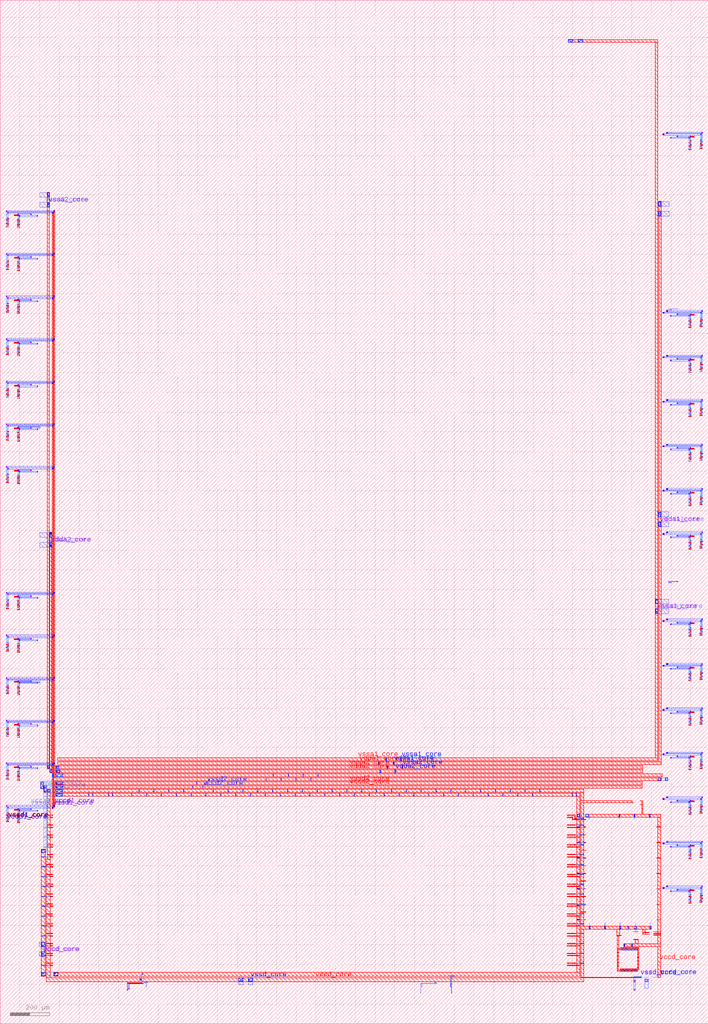
<source format=lef>
VERSION 5.7 ;
  NOWIREEXTENSIONATPIN ON ;
  DIVIDERCHAR "/" ;
  BUSBITCHARS "[]" ;
MACRO caravan_power_routing
  CLASS BLOCK ;
  FOREIGN caravan_power_routing ;
  ORIGIN 0.000 0.000 ;
  SIZE 3588.000 BY 5188.000 ;
  PIN vccd_core
    PORT
      LAYER met3 ;
        RECT 197.280 390.755 229.220 413.720 ;
        RECT 197.280 341.280 229.220 364.500 ;
      LAYER via3 ;
        RECT 209.885 391.210 228.205 413.530 ;
        RECT 209.765 341.690 228.085 364.010 ;
      LAYER met4 ;
        RECT 220.930 1152.330 315.800 1167.330 ;
        RECT 448.500 1152.330 450.780 1170.320 ;
        RECT 468.500 1152.330 470.780 1170.320 ;
        RECT 548.500 1152.330 550.780 1170.320 ;
        RECT 568.500 1152.330 570.780 1170.320 ;
        RECT 665.300 1152.330 667.580 1167.320 ;
        RECT 740.550 1152.330 742.830 1167.320 ;
        RECT 815.800 1152.330 818.080 1167.320 ;
        RECT 891.050 1152.330 893.330 1167.320 ;
        RECT 966.300 1152.330 968.580 1167.320 ;
        RECT 1041.550 1152.330 1043.830 1167.320 ;
        RECT 1116.800 1152.330 1119.080 1167.320 ;
        RECT 1192.050 1152.330 1194.330 1167.320 ;
        RECT 1267.300 1152.330 1269.580 1167.320 ;
        RECT 1342.550 1152.330 1344.830 1167.320 ;
        RECT 1417.800 1152.330 1420.080 1167.320 ;
        RECT 1493.050 1152.330 1495.330 1167.320 ;
        RECT 1568.300 1152.330 1570.580 1167.320 ;
        RECT 1643.550 1152.330 1645.830 1167.320 ;
        RECT 1718.800 1152.330 1721.080 1167.320 ;
        RECT 1794.050 1152.330 1796.330 1167.320 ;
        RECT 1869.300 1152.330 1871.580 1167.320 ;
        RECT 1944.550 1152.330 1946.830 1167.320 ;
        RECT 2019.800 1152.330 2022.080 1167.320 ;
        RECT 2095.050 1152.330 2097.330 1167.320 ;
        RECT 2170.300 1152.330 2172.580 1167.320 ;
        RECT 2245.550 1152.330 2247.830 1167.320 ;
        RECT 2320.800 1152.330 2323.080 1167.320 ;
        RECT 2396.050 1152.330 2398.330 1167.320 ;
        RECT 2471.300 1152.330 2473.580 1167.320 ;
        RECT 2546.550 1152.330 2548.830 1167.320 ;
        RECT 2621.800 1152.330 2624.080 1167.320 ;
        RECT 2696.800 1152.330 2699.080 1167.320 ;
        RECT 2898.600 1152.330 2900.880 1170.320 ;
        RECT 2918.600 1152.330 2920.880 1170.320 ;
        RECT 220.990 1046.990 233.990 1152.330 ;
        RECT 2921.840 1047.520 2984.810 1062.520 ;
        RECT 3135.220 1047.640 3140.540 1062.300 ;
        RECT 3212.020 1047.640 3217.340 1062.300 ;
        RECT 3288.820 1047.640 3294.140 1062.300 ;
        RECT 220.990 1043.790 257.600 1046.990 ;
        RECT 220.990 996.990 233.990 1043.790 ;
        RECT 2983.210 1038.460 2984.810 1047.520 ;
        RECT 3136.810 1038.420 3138.410 1047.640 ;
        RECT 3213.610 1038.420 3215.210 1047.640 ;
        RECT 3290.410 1038.420 3292.010 1047.640 ;
        RECT 2922.480 997.300 2935.870 999.040 ;
        RECT 220.990 993.790 257.600 996.990 ;
        RECT 2922.480 995.700 2964.880 997.300 ;
        RECT 2922.480 994.620 2935.870 995.700 ;
        RECT 220.990 946.990 233.990 993.790 ;
        RECT 220.990 943.790 257.600 946.990 ;
        RECT 220.990 896.990 233.990 943.790 ;
        RECT 2922.480 919.100 2935.870 920.840 ;
        RECT 2922.480 917.500 2964.880 919.100 ;
        RECT 2922.480 916.420 2935.870 917.500 ;
        RECT 220.990 893.790 257.600 896.990 ;
        RECT 220.990 883.710 233.990 893.790 ;
        RECT 209.320 865.630 233.990 883.710 ;
        RECT 208.840 843.790 257.600 846.990 ;
        RECT 2922.480 840.900 2935.870 842.640 ;
        RECT 2922.480 839.300 2964.880 840.900 ;
        RECT 2922.480 838.220 2935.870 839.300 ;
        RECT 208.840 793.790 257.600 796.990 ;
        RECT 2922.480 762.700 2935.870 764.440 ;
        RECT 2922.480 761.100 2964.880 762.700 ;
        RECT 2922.480 760.020 2935.870 761.100 ;
        RECT 208.840 743.790 257.600 746.990 ;
        RECT 208.840 693.790 257.600 696.990 ;
        RECT 2922.480 684.500 2935.870 686.240 ;
        RECT 2922.480 682.900 2964.880 684.500 ;
        RECT 2922.480 681.820 2935.870 682.900 ;
        RECT 208.840 643.790 257.600 646.990 ;
        RECT 2922.480 600.300 2935.870 602.040 ;
        RECT 2959.660 600.300 2965.060 606.530 ;
        RECT 2922.480 598.700 2965.060 600.300 ;
        RECT 2922.480 597.620 2935.870 598.700 ;
        RECT 208.840 593.790 257.600 596.990 ;
        RECT 208.840 543.790 257.600 546.990 ;
        RECT 2922.480 528.100 2935.870 529.840 ;
        RECT 2922.480 526.500 2964.880 528.100 ;
        RECT 2922.480 525.420 2935.870 526.500 ;
        RECT 208.840 493.790 257.600 496.990 ;
        RECT 208.840 443.790 257.600 446.990 ;
        RECT 209.320 396.990 228.890 413.970 ;
        RECT 3161.770 404.620 3163.370 410.310 ;
        RECT 3201.770 405.080 3203.370 410.000 ;
        RECT 208.840 393.790 257.600 396.990 ;
        RECT 209.320 390.770 228.890 393.790 ;
        RECT 3160.360 390.990 3165.050 404.620 ;
        RECT 3200.490 390.670 3204.610 405.080 ;
        RECT 3141.590 369.140 3143.190 386.870 ;
        RECT 3157.090 369.140 3158.690 386.870 ;
        RECT 3172.590 369.140 3174.190 386.870 ;
        RECT 3188.090 369.140 3189.690 386.870 ;
        RECT 3203.590 369.140 3205.190 386.870 ;
        RECT 3219.090 369.140 3220.690 386.870 ;
        RECT 209.290 346.990 228.860 364.450 ;
        RECT 208.840 343.790 257.600 346.990 ;
        RECT 209.290 341.250 228.860 343.790 ;
        RECT 208.840 293.790 257.600 296.990 ;
        RECT 3141.570 262.550 3143.170 278.900 ;
        RECT 3157.070 262.550 3158.670 278.900 ;
        RECT 3172.570 262.550 3174.170 278.900 ;
        RECT 3188.070 262.550 3189.670 278.900 ;
        RECT 3203.570 262.550 3205.170 278.900 ;
        RECT 3219.070 262.550 3220.670 278.900 ;
        RECT 209.370 241.110 292.680 260.610 ;
        RECT 716.620 249.680 723.690 253.440 ;
        RECT 719.300 248.190 720.200 249.680 ;
        RECT 3306.350 234.955 3347.130 236.600 ;
      LAYER via4 ;
        RECT 282.770 1153.675 314.350 1166.055 ;
        RECT 448.900 1165.630 450.080 1166.810 ;
        RECT 448.900 1164.030 450.080 1165.210 ;
        RECT 448.900 1162.430 450.080 1163.610 ;
        RECT 448.900 1160.830 450.080 1162.010 ;
        RECT 448.900 1159.230 450.080 1160.410 ;
        RECT 448.900 1157.630 450.080 1158.810 ;
        RECT 448.900 1156.030 450.080 1157.210 ;
        RECT 448.900 1154.430 450.080 1155.610 ;
        RECT 448.900 1152.830 450.080 1154.010 ;
        RECT 468.900 1165.630 470.080 1166.810 ;
        RECT 468.900 1164.030 470.080 1165.210 ;
        RECT 468.900 1162.430 470.080 1163.610 ;
        RECT 468.900 1160.830 470.080 1162.010 ;
        RECT 468.900 1159.230 470.080 1160.410 ;
        RECT 468.900 1157.630 470.080 1158.810 ;
        RECT 468.900 1156.030 470.080 1157.210 ;
        RECT 468.900 1154.430 470.080 1155.610 ;
        RECT 468.900 1152.830 470.080 1154.010 ;
        RECT 548.900 1165.630 550.080 1166.810 ;
        RECT 548.900 1164.030 550.080 1165.210 ;
        RECT 548.900 1162.430 550.080 1163.610 ;
        RECT 548.900 1160.830 550.080 1162.010 ;
        RECT 548.900 1159.230 550.080 1160.410 ;
        RECT 548.900 1157.630 550.080 1158.810 ;
        RECT 548.900 1156.030 550.080 1157.210 ;
        RECT 548.900 1154.430 550.080 1155.610 ;
        RECT 548.900 1152.830 550.080 1154.010 ;
        RECT 568.900 1165.630 570.080 1166.810 ;
        RECT 568.900 1164.030 570.080 1165.210 ;
        RECT 568.900 1162.430 570.080 1163.610 ;
        RECT 568.900 1160.830 570.080 1162.010 ;
        RECT 568.900 1159.230 570.080 1160.410 ;
        RECT 568.900 1157.630 570.080 1158.810 ;
        RECT 568.900 1156.030 570.080 1157.210 ;
        RECT 568.900 1154.430 570.080 1155.610 ;
        RECT 568.900 1152.830 570.080 1154.010 ;
        RECT 665.700 1165.630 666.880 1166.810 ;
        RECT 665.700 1164.030 666.880 1165.210 ;
        RECT 665.700 1162.430 666.880 1163.610 ;
        RECT 665.700 1160.830 666.880 1162.010 ;
        RECT 665.700 1159.230 666.880 1160.410 ;
        RECT 665.700 1157.630 666.880 1158.810 ;
        RECT 665.700 1156.030 666.880 1157.210 ;
        RECT 665.700 1154.430 666.880 1155.610 ;
        RECT 665.700 1152.830 666.880 1154.010 ;
        RECT 740.950 1165.630 742.130 1166.810 ;
        RECT 740.950 1164.030 742.130 1165.210 ;
        RECT 740.950 1162.430 742.130 1163.610 ;
        RECT 740.950 1160.830 742.130 1162.010 ;
        RECT 740.950 1159.230 742.130 1160.410 ;
        RECT 740.950 1157.630 742.130 1158.810 ;
        RECT 740.950 1156.030 742.130 1157.210 ;
        RECT 740.950 1154.430 742.130 1155.610 ;
        RECT 740.950 1152.830 742.130 1154.010 ;
        RECT 816.200 1165.630 817.380 1166.810 ;
        RECT 816.200 1164.030 817.380 1165.210 ;
        RECT 816.200 1162.430 817.380 1163.610 ;
        RECT 816.200 1160.830 817.380 1162.010 ;
        RECT 816.200 1159.230 817.380 1160.410 ;
        RECT 816.200 1157.630 817.380 1158.810 ;
        RECT 816.200 1156.030 817.380 1157.210 ;
        RECT 816.200 1154.430 817.380 1155.610 ;
        RECT 816.200 1152.830 817.380 1154.010 ;
        RECT 891.450 1165.630 892.630 1166.810 ;
        RECT 891.450 1164.030 892.630 1165.210 ;
        RECT 891.450 1162.430 892.630 1163.610 ;
        RECT 891.450 1160.830 892.630 1162.010 ;
        RECT 891.450 1159.230 892.630 1160.410 ;
        RECT 891.450 1157.630 892.630 1158.810 ;
        RECT 891.450 1156.030 892.630 1157.210 ;
        RECT 891.450 1154.430 892.630 1155.610 ;
        RECT 891.450 1152.830 892.630 1154.010 ;
        RECT 966.700 1165.630 967.880 1166.810 ;
        RECT 966.700 1164.030 967.880 1165.210 ;
        RECT 966.700 1162.430 967.880 1163.610 ;
        RECT 966.700 1160.830 967.880 1162.010 ;
        RECT 966.700 1159.230 967.880 1160.410 ;
        RECT 966.700 1157.630 967.880 1158.810 ;
        RECT 966.700 1156.030 967.880 1157.210 ;
        RECT 966.700 1154.430 967.880 1155.610 ;
        RECT 966.700 1152.830 967.880 1154.010 ;
        RECT 1041.950 1165.630 1043.130 1166.810 ;
        RECT 1041.950 1164.030 1043.130 1165.210 ;
        RECT 1041.950 1162.430 1043.130 1163.610 ;
        RECT 1041.950 1160.830 1043.130 1162.010 ;
        RECT 1041.950 1159.230 1043.130 1160.410 ;
        RECT 1041.950 1157.630 1043.130 1158.810 ;
        RECT 1041.950 1156.030 1043.130 1157.210 ;
        RECT 1041.950 1154.430 1043.130 1155.610 ;
        RECT 1041.950 1152.830 1043.130 1154.010 ;
        RECT 1117.200 1165.630 1118.380 1166.810 ;
        RECT 1117.200 1164.030 1118.380 1165.210 ;
        RECT 1117.200 1162.430 1118.380 1163.610 ;
        RECT 1117.200 1160.830 1118.380 1162.010 ;
        RECT 1117.200 1159.230 1118.380 1160.410 ;
        RECT 1117.200 1157.630 1118.380 1158.810 ;
        RECT 1117.200 1156.030 1118.380 1157.210 ;
        RECT 1117.200 1154.430 1118.380 1155.610 ;
        RECT 1117.200 1152.830 1118.380 1154.010 ;
        RECT 1192.450 1165.630 1193.630 1166.810 ;
        RECT 1192.450 1164.030 1193.630 1165.210 ;
        RECT 1192.450 1162.430 1193.630 1163.610 ;
        RECT 1192.450 1160.830 1193.630 1162.010 ;
        RECT 1192.450 1159.230 1193.630 1160.410 ;
        RECT 1192.450 1157.630 1193.630 1158.810 ;
        RECT 1192.450 1156.030 1193.630 1157.210 ;
        RECT 1192.450 1154.430 1193.630 1155.610 ;
        RECT 1192.450 1152.830 1193.630 1154.010 ;
        RECT 1267.700 1165.630 1268.880 1166.810 ;
        RECT 1267.700 1164.030 1268.880 1165.210 ;
        RECT 1267.700 1162.430 1268.880 1163.610 ;
        RECT 1267.700 1160.830 1268.880 1162.010 ;
        RECT 1267.700 1159.230 1268.880 1160.410 ;
        RECT 1267.700 1157.630 1268.880 1158.810 ;
        RECT 1267.700 1156.030 1268.880 1157.210 ;
        RECT 1267.700 1154.430 1268.880 1155.610 ;
        RECT 1267.700 1152.830 1268.880 1154.010 ;
        RECT 1342.950 1165.630 1344.130 1166.810 ;
        RECT 1342.950 1164.030 1344.130 1165.210 ;
        RECT 1342.950 1162.430 1344.130 1163.610 ;
        RECT 1342.950 1160.830 1344.130 1162.010 ;
        RECT 1342.950 1159.230 1344.130 1160.410 ;
        RECT 1342.950 1157.630 1344.130 1158.810 ;
        RECT 1342.950 1156.030 1344.130 1157.210 ;
        RECT 1342.950 1154.430 1344.130 1155.610 ;
        RECT 1342.950 1152.830 1344.130 1154.010 ;
        RECT 1418.200 1165.630 1419.380 1166.810 ;
        RECT 1418.200 1164.030 1419.380 1165.210 ;
        RECT 1418.200 1162.430 1419.380 1163.610 ;
        RECT 1418.200 1160.830 1419.380 1162.010 ;
        RECT 1418.200 1159.230 1419.380 1160.410 ;
        RECT 1418.200 1157.630 1419.380 1158.810 ;
        RECT 1418.200 1156.030 1419.380 1157.210 ;
        RECT 1418.200 1154.430 1419.380 1155.610 ;
        RECT 1418.200 1152.830 1419.380 1154.010 ;
        RECT 1493.450 1165.630 1494.630 1166.810 ;
        RECT 1493.450 1164.030 1494.630 1165.210 ;
        RECT 1493.450 1162.430 1494.630 1163.610 ;
        RECT 1493.450 1160.830 1494.630 1162.010 ;
        RECT 1493.450 1159.230 1494.630 1160.410 ;
        RECT 1493.450 1157.630 1494.630 1158.810 ;
        RECT 1493.450 1156.030 1494.630 1157.210 ;
        RECT 1493.450 1154.430 1494.630 1155.610 ;
        RECT 1493.450 1152.830 1494.630 1154.010 ;
        RECT 1568.700 1165.630 1569.880 1166.810 ;
        RECT 1568.700 1164.030 1569.880 1165.210 ;
        RECT 1568.700 1162.430 1569.880 1163.610 ;
        RECT 1568.700 1160.830 1569.880 1162.010 ;
        RECT 1568.700 1159.230 1569.880 1160.410 ;
        RECT 1568.700 1157.630 1569.880 1158.810 ;
        RECT 1568.700 1156.030 1569.880 1157.210 ;
        RECT 1568.700 1154.430 1569.880 1155.610 ;
        RECT 1568.700 1152.830 1569.880 1154.010 ;
        RECT 1643.950 1165.630 1645.130 1166.810 ;
        RECT 1643.950 1164.030 1645.130 1165.210 ;
        RECT 1643.950 1162.430 1645.130 1163.610 ;
        RECT 1643.950 1160.830 1645.130 1162.010 ;
        RECT 1643.950 1159.230 1645.130 1160.410 ;
        RECT 1643.950 1157.630 1645.130 1158.810 ;
        RECT 1643.950 1156.030 1645.130 1157.210 ;
        RECT 1643.950 1154.430 1645.130 1155.610 ;
        RECT 1643.950 1152.830 1645.130 1154.010 ;
        RECT 1719.200 1165.630 1720.380 1166.810 ;
        RECT 1719.200 1164.030 1720.380 1165.210 ;
        RECT 1719.200 1162.430 1720.380 1163.610 ;
        RECT 1719.200 1160.830 1720.380 1162.010 ;
        RECT 1719.200 1159.230 1720.380 1160.410 ;
        RECT 1719.200 1157.630 1720.380 1158.810 ;
        RECT 1719.200 1156.030 1720.380 1157.210 ;
        RECT 1719.200 1154.430 1720.380 1155.610 ;
        RECT 1719.200 1152.830 1720.380 1154.010 ;
        RECT 1794.450 1165.630 1795.630 1166.810 ;
        RECT 1794.450 1164.030 1795.630 1165.210 ;
        RECT 1794.450 1162.430 1795.630 1163.610 ;
        RECT 1794.450 1160.830 1795.630 1162.010 ;
        RECT 1794.450 1159.230 1795.630 1160.410 ;
        RECT 1794.450 1157.630 1795.630 1158.810 ;
        RECT 1794.450 1156.030 1795.630 1157.210 ;
        RECT 1794.450 1154.430 1795.630 1155.610 ;
        RECT 1794.450 1152.830 1795.630 1154.010 ;
        RECT 1869.700 1165.630 1870.880 1166.810 ;
        RECT 1869.700 1164.030 1870.880 1165.210 ;
        RECT 1869.700 1162.430 1870.880 1163.610 ;
        RECT 1869.700 1160.830 1870.880 1162.010 ;
        RECT 1869.700 1159.230 1870.880 1160.410 ;
        RECT 1869.700 1157.630 1870.880 1158.810 ;
        RECT 1869.700 1156.030 1870.880 1157.210 ;
        RECT 1869.700 1154.430 1870.880 1155.610 ;
        RECT 1869.700 1152.830 1870.880 1154.010 ;
        RECT 1944.950 1165.630 1946.130 1166.810 ;
        RECT 1944.950 1164.030 1946.130 1165.210 ;
        RECT 1944.950 1162.430 1946.130 1163.610 ;
        RECT 1944.950 1160.830 1946.130 1162.010 ;
        RECT 1944.950 1159.230 1946.130 1160.410 ;
        RECT 1944.950 1157.630 1946.130 1158.810 ;
        RECT 1944.950 1156.030 1946.130 1157.210 ;
        RECT 1944.950 1154.430 1946.130 1155.610 ;
        RECT 1944.950 1152.830 1946.130 1154.010 ;
        RECT 2020.200 1165.630 2021.380 1166.810 ;
        RECT 2020.200 1164.030 2021.380 1165.210 ;
        RECT 2020.200 1162.430 2021.380 1163.610 ;
        RECT 2020.200 1160.830 2021.380 1162.010 ;
        RECT 2020.200 1159.230 2021.380 1160.410 ;
        RECT 2020.200 1157.630 2021.380 1158.810 ;
        RECT 2020.200 1156.030 2021.380 1157.210 ;
        RECT 2020.200 1154.430 2021.380 1155.610 ;
        RECT 2020.200 1152.830 2021.380 1154.010 ;
        RECT 2095.450 1165.630 2096.630 1166.810 ;
        RECT 2095.450 1164.030 2096.630 1165.210 ;
        RECT 2095.450 1162.430 2096.630 1163.610 ;
        RECT 2095.450 1160.830 2096.630 1162.010 ;
        RECT 2095.450 1159.230 2096.630 1160.410 ;
        RECT 2095.450 1157.630 2096.630 1158.810 ;
        RECT 2095.450 1156.030 2096.630 1157.210 ;
        RECT 2095.450 1154.430 2096.630 1155.610 ;
        RECT 2095.450 1152.830 2096.630 1154.010 ;
        RECT 2170.700 1165.630 2171.880 1166.810 ;
        RECT 2170.700 1164.030 2171.880 1165.210 ;
        RECT 2170.700 1162.430 2171.880 1163.610 ;
        RECT 2170.700 1160.830 2171.880 1162.010 ;
        RECT 2170.700 1159.230 2171.880 1160.410 ;
        RECT 2170.700 1157.630 2171.880 1158.810 ;
        RECT 2170.700 1156.030 2171.880 1157.210 ;
        RECT 2170.700 1154.430 2171.880 1155.610 ;
        RECT 2170.700 1152.830 2171.880 1154.010 ;
        RECT 2245.950 1165.630 2247.130 1166.810 ;
        RECT 2245.950 1164.030 2247.130 1165.210 ;
        RECT 2245.950 1162.430 2247.130 1163.610 ;
        RECT 2245.950 1160.830 2247.130 1162.010 ;
        RECT 2245.950 1159.230 2247.130 1160.410 ;
        RECT 2245.950 1157.630 2247.130 1158.810 ;
        RECT 2245.950 1156.030 2247.130 1157.210 ;
        RECT 2245.950 1154.430 2247.130 1155.610 ;
        RECT 2245.950 1152.830 2247.130 1154.010 ;
        RECT 2321.200 1165.630 2322.380 1166.810 ;
        RECT 2321.200 1164.030 2322.380 1165.210 ;
        RECT 2321.200 1162.430 2322.380 1163.610 ;
        RECT 2321.200 1160.830 2322.380 1162.010 ;
        RECT 2321.200 1159.230 2322.380 1160.410 ;
        RECT 2321.200 1157.630 2322.380 1158.810 ;
        RECT 2321.200 1156.030 2322.380 1157.210 ;
        RECT 2321.200 1154.430 2322.380 1155.610 ;
        RECT 2321.200 1152.830 2322.380 1154.010 ;
        RECT 2396.450 1165.630 2397.630 1166.810 ;
        RECT 2396.450 1164.030 2397.630 1165.210 ;
        RECT 2396.450 1162.430 2397.630 1163.610 ;
        RECT 2396.450 1160.830 2397.630 1162.010 ;
        RECT 2396.450 1159.230 2397.630 1160.410 ;
        RECT 2396.450 1157.630 2397.630 1158.810 ;
        RECT 2396.450 1156.030 2397.630 1157.210 ;
        RECT 2396.450 1154.430 2397.630 1155.610 ;
        RECT 2396.450 1152.830 2397.630 1154.010 ;
        RECT 2471.700 1165.630 2472.880 1166.810 ;
        RECT 2471.700 1164.030 2472.880 1165.210 ;
        RECT 2471.700 1162.430 2472.880 1163.610 ;
        RECT 2471.700 1160.830 2472.880 1162.010 ;
        RECT 2471.700 1159.230 2472.880 1160.410 ;
        RECT 2471.700 1157.630 2472.880 1158.810 ;
        RECT 2471.700 1156.030 2472.880 1157.210 ;
        RECT 2471.700 1154.430 2472.880 1155.610 ;
        RECT 2471.700 1152.830 2472.880 1154.010 ;
        RECT 2546.950 1165.630 2548.130 1166.810 ;
        RECT 2546.950 1164.030 2548.130 1165.210 ;
        RECT 2546.950 1162.430 2548.130 1163.610 ;
        RECT 2546.950 1160.830 2548.130 1162.010 ;
        RECT 2546.950 1159.230 2548.130 1160.410 ;
        RECT 2546.950 1157.630 2548.130 1158.810 ;
        RECT 2546.950 1156.030 2548.130 1157.210 ;
        RECT 2546.950 1154.430 2548.130 1155.610 ;
        RECT 2546.950 1152.830 2548.130 1154.010 ;
        RECT 2622.200 1165.630 2623.380 1166.810 ;
        RECT 2622.200 1164.030 2623.380 1165.210 ;
        RECT 2622.200 1162.430 2623.380 1163.610 ;
        RECT 2622.200 1160.830 2623.380 1162.010 ;
        RECT 2622.200 1159.230 2623.380 1160.410 ;
        RECT 2622.200 1157.630 2623.380 1158.810 ;
        RECT 2622.200 1156.030 2623.380 1157.210 ;
        RECT 2622.200 1154.430 2623.380 1155.610 ;
        RECT 2622.200 1152.830 2623.380 1154.010 ;
        RECT 2697.200 1165.630 2698.380 1166.810 ;
        RECT 2697.200 1164.030 2698.380 1165.210 ;
        RECT 2697.200 1162.430 2698.380 1163.610 ;
        RECT 2697.200 1160.830 2698.380 1162.010 ;
        RECT 2697.200 1159.230 2698.380 1160.410 ;
        RECT 2697.200 1157.630 2698.380 1158.810 ;
        RECT 2697.200 1156.030 2698.380 1157.210 ;
        RECT 2697.200 1154.430 2698.380 1155.610 ;
        RECT 2697.200 1152.830 2698.380 1154.010 ;
        RECT 2899.000 1165.630 2900.180 1166.810 ;
        RECT 2899.000 1164.030 2900.180 1165.210 ;
        RECT 2899.000 1162.430 2900.180 1163.610 ;
        RECT 2899.000 1160.830 2900.180 1162.010 ;
        RECT 2899.000 1159.230 2900.180 1160.410 ;
        RECT 2899.000 1157.630 2900.180 1158.810 ;
        RECT 2899.000 1156.030 2900.180 1157.210 ;
        RECT 2899.000 1154.430 2900.180 1155.610 ;
        RECT 2899.000 1152.830 2900.180 1154.010 ;
        RECT 2919.000 1165.630 2920.180 1166.810 ;
        RECT 2919.000 1164.030 2920.180 1165.210 ;
        RECT 2919.000 1162.430 2920.180 1163.610 ;
        RECT 2919.000 1160.830 2920.180 1162.010 ;
        RECT 2919.000 1159.230 2920.180 1160.410 ;
        RECT 2919.000 1157.630 2920.180 1158.810 ;
        RECT 2919.000 1156.030 2920.180 1157.210 ;
        RECT 2919.000 1154.430 2920.180 1155.610 ;
        RECT 2919.000 1152.830 2920.180 1154.010 ;
        RECT 2923.050 1048.975 2935.430 1061.355 ;
        RECT 2967.320 1048.975 2979.700 1061.355 ;
        RECT 3136.515 1048.790 3139.295 1061.170 ;
        RECT 3213.315 1048.790 3216.095 1061.170 ;
        RECT 3290.115 1048.790 3292.895 1061.170 ;
        RECT 256.155 1045.600 257.335 1046.780 ;
        RECT 256.155 1044.000 257.335 1045.180 ;
        RECT 256.155 995.600 257.335 996.780 ;
        RECT 256.155 994.000 257.335 995.180 ;
        RECT 2923.915 995.485 2934.695 998.265 ;
        RECT 2960.190 995.895 2961.370 997.075 ;
        RECT 2961.790 995.895 2962.970 997.075 ;
        RECT 2963.390 995.895 2964.570 997.075 ;
        RECT 256.155 945.600 257.335 946.780 ;
        RECT 256.155 944.000 257.335 945.180 ;
        RECT 2923.915 917.285 2934.695 920.065 ;
        RECT 2960.190 917.695 2961.370 918.875 ;
        RECT 2961.790 917.695 2962.970 918.875 ;
        RECT 2963.390 917.695 2964.570 918.875 ;
        RECT 256.155 895.600 257.335 896.780 ;
        RECT 256.155 894.000 257.335 895.180 ;
        RECT 210.435 868.545 227.615 882.525 ;
        RECT 212.465 844.850 213.645 846.030 ;
        RECT 214.065 844.850 215.245 846.030 ;
        RECT 215.665 844.850 216.845 846.030 ;
        RECT 217.265 844.850 218.445 846.030 ;
        RECT 218.865 844.850 220.045 846.030 ;
        RECT 220.465 844.850 221.645 846.030 ;
        RECT 222.065 844.850 223.245 846.030 ;
        RECT 223.665 844.850 224.845 846.030 ;
        RECT 225.265 844.850 226.445 846.030 ;
        RECT 256.155 845.600 257.335 846.780 ;
        RECT 256.155 844.000 257.335 845.180 ;
        RECT 2923.915 839.085 2934.695 841.865 ;
        RECT 2960.190 839.495 2961.370 840.675 ;
        RECT 2961.790 839.495 2962.970 840.675 ;
        RECT 2963.390 839.495 2964.570 840.675 ;
        RECT 212.465 794.850 213.645 796.030 ;
        RECT 214.065 794.850 215.245 796.030 ;
        RECT 215.665 794.850 216.845 796.030 ;
        RECT 217.265 794.850 218.445 796.030 ;
        RECT 218.865 794.850 220.045 796.030 ;
        RECT 220.465 794.850 221.645 796.030 ;
        RECT 222.065 794.850 223.245 796.030 ;
        RECT 223.665 794.850 224.845 796.030 ;
        RECT 225.265 794.850 226.445 796.030 ;
        RECT 256.155 795.600 257.335 796.780 ;
        RECT 256.155 794.000 257.335 795.180 ;
        RECT 2923.915 760.885 2934.695 763.665 ;
        RECT 2960.190 761.295 2961.370 762.475 ;
        RECT 2961.790 761.295 2962.970 762.475 ;
        RECT 2963.390 761.295 2964.570 762.475 ;
        RECT 212.465 744.850 213.645 746.030 ;
        RECT 214.065 744.850 215.245 746.030 ;
        RECT 215.665 744.850 216.845 746.030 ;
        RECT 217.265 744.850 218.445 746.030 ;
        RECT 218.865 744.850 220.045 746.030 ;
        RECT 220.465 744.850 221.645 746.030 ;
        RECT 222.065 744.850 223.245 746.030 ;
        RECT 223.665 744.850 224.845 746.030 ;
        RECT 225.265 744.850 226.445 746.030 ;
        RECT 256.155 745.600 257.335 746.780 ;
        RECT 256.155 744.000 257.335 745.180 ;
        RECT 212.465 694.850 213.645 696.030 ;
        RECT 214.065 694.850 215.245 696.030 ;
        RECT 215.665 694.850 216.845 696.030 ;
        RECT 217.265 694.850 218.445 696.030 ;
        RECT 218.865 694.850 220.045 696.030 ;
        RECT 220.465 694.850 221.645 696.030 ;
        RECT 222.065 694.850 223.245 696.030 ;
        RECT 223.665 694.850 224.845 696.030 ;
        RECT 225.265 694.850 226.445 696.030 ;
        RECT 256.155 695.600 257.335 696.780 ;
        RECT 256.155 694.000 257.335 695.180 ;
        RECT 2923.915 682.685 2934.695 685.465 ;
        RECT 2960.190 683.095 2961.370 684.275 ;
        RECT 2961.790 683.095 2962.970 684.275 ;
        RECT 2963.390 683.095 2964.570 684.275 ;
        RECT 212.465 644.850 213.645 646.030 ;
        RECT 214.065 644.850 215.245 646.030 ;
        RECT 215.665 644.850 216.845 646.030 ;
        RECT 217.265 644.850 218.445 646.030 ;
        RECT 218.865 644.850 220.045 646.030 ;
        RECT 220.465 644.850 221.645 646.030 ;
        RECT 222.065 644.850 223.245 646.030 ;
        RECT 223.665 644.850 224.845 646.030 ;
        RECT 225.265 644.850 226.445 646.030 ;
        RECT 256.155 645.600 257.335 646.780 ;
        RECT 256.155 644.000 257.335 645.180 ;
        RECT 2960.190 604.895 2961.370 606.075 ;
        RECT 2961.790 604.895 2962.970 606.075 ;
        RECT 2963.390 604.895 2964.570 606.075 ;
        RECT 2923.915 598.485 2934.695 601.265 ;
        RECT 212.465 594.850 213.645 596.030 ;
        RECT 214.065 594.850 215.245 596.030 ;
        RECT 215.665 594.850 216.845 596.030 ;
        RECT 217.265 594.850 218.445 596.030 ;
        RECT 218.865 594.850 220.045 596.030 ;
        RECT 220.465 594.850 221.645 596.030 ;
        RECT 222.065 594.850 223.245 596.030 ;
        RECT 223.665 594.850 224.845 596.030 ;
        RECT 225.265 594.850 226.445 596.030 ;
        RECT 256.155 595.600 257.335 596.780 ;
        RECT 256.155 594.000 257.335 595.180 ;
        RECT 212.465 544.850 213.645 546.030 ;
        RECT 214.065 544.850 215.245 546.030 ;
        RECT 215.665 544.850 216.845 546.030 ;
        RECT 217.265 544.850 218.445 546.030 ;
        RECT 218.865 544.850 220.045 546.030 ;
        RECT 220.465 544.850 221.645 546.030 ;
        RECT 222.065 544.850 223.245 546.030 ;
        RECT 223.665 544.850 224.845 546.030 ;
        RECT 225.265 544.850 226.445 546.030 ;
        RECT 256.155 545.600 257.335 546.780 ;
        RECT 256.155 544.000 257.335 545.180 ;
        RECT 2923.915 526.285 2934.695 529.065 ;
        RECT 2960.190 526.695 2961.370 527.875 ;
        RECT 2961.790 526.695 2962.970 527.875 ;
        RECT 2963.390 526.695 2964.570 527.875 ;
        RECT 212.465 494.850 213.645 496.030 ;
        RECT 214.065 494.850 215.245 496.030 ;
        RECT 215.665 494.850 216.845 496.030 ;
        RECT 217.265 494.850 218.445 496.030 ;
        RECT 218.865 494.850 220.045 496.030 ;
        RECT 220.465 494.850 221.645 496.030 ;
        RECT 222.065 494.850 223.245 496.030 ;
        RECT 223.665 494.850 224.845 496.030 ;
        RECT 225.265 494.850 226.445 496.030 ;
        RECT 256.155 495.600 257.335 496.780 ;
        RECT 256.155 494.000 257.335 495.180 ;
        RECT 212.465 444.850 213.645 446.030 ;
        RECT 214.065 444.850 215.245 446.030 ;
        RECT 215.665 444.850 216.845 446.030 ;
        RECT 217.265 444.850 218.445 446.030 ;
        RECT 218.865 444.850 220.045 446.030 ;
        RECT 220.465 444.850 221.645 446.030 ;
        RECT 222.065 444.850 223.245 446.030 ;
        RECT 223.665 444.850 224.845 446.030 ;
        RECT 225.265 444.850 226.445 446.030 ;
        RECT 256.155 445.600 257.335 446.780 ;
        RECT 256.155 444.000 257.335 445.180 ;
        RECT 210.455 391.380 227.635 413.360 ;
        RECT 256.155 395.600 257.335 396.780 ;
        RECT 256.155 394.000 257.335 395.180 ;
        RECT 3161.270 392.365 3164.050 403.145 ;
        RECT 3201.160 391.700 3203.940 404.080 ;
        RECT 3141.745 384.785 3142.925 385.965 ;
        RECT 3141.745 383.185 3142.925 384.365 ;
        RECT 3141.745 381.585 3142.925 382.765 ;
        RECT 3157.245 384.785 3158.425 385.965 ;
        RECT 3157.245 383.185 3158.425 384.365 ;
        RECT 3157.245 381.585 3158.425 382.765 ;
        RECT 3172.805 384.855 3173.985 386.035 ;
        RECT 3172.805 383.255 3173.985 384.435 ;
        RECT 3172.805 381.655 3173.985 382.835 ;
        RECT 3188.255 384.835 3189.435 386.015 ;
        RECT 3188.255 383.235 3189.435 384.415 ;
        RECT 3188.255 381.635 3189.435 382.815 ;
        RECT 3203.725 384.835 3204.905 386.015 ;
        RECT 3203.725 383.235 3204.905 384.415 ;
        RECT 3203.725 381.635 3204.905 382.815 ;
        RECT 3219.265 384.895 3220.445 386.075 ;
        RECT 3219.265 383.295 3220.445 384.475 ;
        RECT 3219.265 381.695 3220.445 382.875 ;
        RECT 210.335 341.860 227.515 363.840 ;
        RECT 256.155 345.600 257.335 346.780 ;
        RECT 256.155 344.000 257.335 345.180 ;
        RECT 212.465 294.750 213.645 295.930 ;
        RECT 214.065 294.750 215.245 295.930 ;
        RECT 215.665 294.750 216.845 295.930 ;
        RECT 217.265 294.750 218.445 295.930 ;
        RECT 218.865 294.750 220.045 295.930 ;
        RECT 220.465 294.750 221.645 295.930 ;
        RECT 222.065 294.750 223.245 295.930 ;
        RECT 223.665 294.750 224.845 295.930 ;
        RECT 225.265 294.750 226.445 295.930 ;
        RECT 256.155 295.600 257.335 296.780 ;
        RECT 256.155 294.000 257.335 295.180 ;
        RECT 3141.725 276.815 3142.905 277.995 ;
        RECT 3141.725 275.215 3142.905 276.395 ;
        RECT 3141.725 273.615 3142.905 274.795 ;
        RECT 3157.225 276.815 3158.405 277.995 ;
        RECT 3157.225 275.215 3158.405 276.395 ;
        RECT 3157.225 273.615 3158.405 274.795 ;
        RECT 3172.785 276.885 3173.965 278.065 ;
        RECT 3172.785 275.285 3173.965 276.465 ;
        RECT 3172.785 273.685 3173.965 274.865 ;
        RECT 3188.235 276.865 3189.415 278.045 ;
        RECT 3188.235 275.265 3189.415 276.445 ;
        RECT 3188.235 273.665 3189.415 274.845 ;
        RECT 3203.705 276.865 3204.885 278.045 ;
        RECT 3203.705 275.265 3204.885 276.445 ;
        RECT 3203.705 273.665 3204.885 274.845 ;
        RECT 3219.245 276.925 3220.425 278.105 ;
        RECT 3219.245 275.325 3220.425 276.505 ;
        RECT 3219.245 273.725 3220.425 274.905 ;
        RECT 210.400 242.390 227.580 259.570 ;
        RECT 273.250 242.220 290.430 259.400 ;
        RECT 717.115 250.180 723.095 252.960 ;
        RECT 3332.610 235.190 3333.790 236.370 ;
        RECT 3334.210 235.190 3335.390 236.370 ;
        RECT 3335.810 235.190 3336.990 236.370 ;
        RECT 3337.410 235.190 3338.590 236.370 ;
        RECT 3339.010 235.190 3340.190 236.370 ;
        RECT 3340.610 235.190 3341.790 236.370 ;
        RECT 3342.210 235.190 3343.390 236.370 ;
        RECT 3343.810 235.190 3344.990 236.370 ;
        RECT 3345.410 235.190 3346.590 236.370 ;
      LAYER met5 ;
        RECT 281.480 1152.330 2936.870 1167.330 ;
        RECT 255.920 1043.790 266.080 1046.990 ;
        RECT 2873.230 1043.790 2901.550 1046.990 ;
        RECT 2898.350 1037.390 2901.550 1043.790 ;
        RECT 2921.870 1037.390 2936.870 1152.330 ;
        RECT 3243.040 1129.360 3256.790 1130.960 ;
        RECT 3251.120 1110.960 3256.790 1129.360 ;
        RECT 3243.200 1109.360 3256.790 1110.960 ;
        RECT 3251.120 1062.520 3256.790 1109.360 ;
        RECT 2966.260 1047.520 3347.130 1062.520 ;
        RECT 2898.350 1034.210 2936.870 1037.390 ;
        RECT 2901.550 1034.190 2936.870 1034.210 ;
        RECT 2921.870 996.990 2936.870 1034.190 ;
        RECT 3332.130 997.300 3347.130 1047.520 ;
        RECT 255.920 993.790 266.080 996.990 ;
        RECT 2873.230 993.790 2936.870 996.990 ;
        RECT 2959.880 995.700 2967.970 997.300 ;
        RECT 3325.880 995.700 3347.130 997.300 ;
        RECT 2921.870 946.990 2936.870 993.790 ;
        RECT 255.920 943.790 266.080 946.990 ;
        RECT 2873.230 943.790 2936.870 946.990 ;
        RECT 2921.870 896.990 2936.870 943.790 ;
        RECT 3332.130 919.100 3347.130 995.700 ;
        RECT 2959.880 917.500 2967.970 919.100 ;
        RECT 3325.880 917.500 3347.130 919.100 ;
        RECT 255.920 893.790 266.080 896.990 ;
        RECT 2873.230 893.790 2936.870 896.990 ;
        RECT 208.840 240.370 228.840 884.370 ;
        RECT 2921.870 846.990 2936.870 893.790 ;
        RECT 255.920 843.790 266.080 846.990 ;
        RECT 2873.230 843.790 2936.870 846.990 ;
        RECT 2921.870 796.990 2936.870 843.790 ;
        RECT 3332.130 840.900 3347.130 917.500 ;
        RECT 2959.880 839.300 2967.970 840.900 ;
        RECT 3325.880 839.300 3347.130 840.900 ;
        RECT 255.920 793.790 266.080 796.990 ;
        RECT 2873.230 793.790 2936.870 796.990 ;
        RECT 2921.870 746.990 2936.870 793.790 ;
        RECT 3332.130 762.700 3347.130 839.300 ;
        RECT 2959.880 761.100 2967.970 762.700 ;
        RECT 3325.880 761.100 3347.130 762.700 ;
        RECT 255.920 743.790 266.080 746.990 ;
        RECT 2873.230 743.790 2936.870 746.990 ;
        RECT 2921.870 696.990 2936.870 743.790 ;
        RECT 255.920 693.790 266.080 696.990 ;
        RECT 2873.230 693.790 2936.870 696.990 ;
        RECT 2921.870 646.990 2936.870 693.790 ;
        RECT 3332.130 684.500 3347.130 761.100 ;
        RECT 2959.880 682.900 2967.970 684.500 ;
        RECT 3325.880 682.900 3347.130 684.500 ;
        RECT 255.920 643.790 266.080 646.990 ;
        RECT 2873.230 643.790 2936.870 646.990 ;
        RECT 2921.870 596.990 2936.870 643.790 ;
        RECT 3332.130 606.300 3347.130 682.900 ;
        RECT 2959.880 604.700 2967.970 606.300 ;
        RECT 3325.880 604.700 3347.130 606.300 ;
        RECT 255.920 593.790 266.080 596.990 ;
        RECT 2873.230 593.790 2936.870 596.990 ;
        RECT 2921.870 546.990 2936.870 593.790 ;
        RECT 255.920 543.790 266.080 546.990 ;
        RECT 2873.230 543.790 2936.870 546.990 ;
        RECT 2921.870 496.990 2936.870 543.790 ;
        RECT 3332.130 528.100 3347.130 604.700 ;
        RECT 2959.880 526.500 2967.970 528.100 ;
        RECT 3325.880 526.500 3347.130 528.100 ;
        RECT 255.920 493.790 266.080 496.990 ;
        RECT 2873.230 493.790 2936.870 496.990 ;
        RECT 2921.870 446.990 2936.870 493.790 ;
        RECT 3332.130 467.030 3347.130 526.500 ;
        RECT 3312.610 465.430 3347.130 467.030 ;
        RECT 3332.130 458.870 3347.130 465.430 ;
        RECT 3312.420 457.270 3347.130 458.870 ;
        RECT 3332.130 450.710 3347.130 457.270 ;
        RECT 3312.520 449.110 3347.130 450.710 ;
        RECT 255.920 443.790 266.080 446.990 ;
        RECT 2873.230 443.790 2936.870 446.990 ;
        RECT 2921.870 396.990 2936.870 443.790 ;
        RECT 3209.840 425.770 3232.720 427.370 ;
        RECT 3217.720 405.410 3232.720 425.770 ;
        RECT 3332.130 405.410 3347.130 449.110 ;
        RECT 255.920 393.790 266.080 396.990 ;
        RECT 2873.230 393.790 2936.870 396.990 ;
        RECT 2921.870 346.990 2936.870 393.790 ;
        RECT 3160.010 390.410 3347.130 405.410 ;
        RECT 3226.280 386.340 3235.420 390.410 ;
        RECT 3141.340 381.340 3235.420 386.340 ;
        RECT 3231.420 353.270 3235.420 381.340 ;
        RECT 3227.680 351.670 3235.420 353.270 ;
        RECT 255.920 343.790 266.080 346.990 ;
        RECT 2873.230 343.790 2936.870 346.990 ;
        RECT 2921.870 296.990 2936.870 343.790 ;
        RECT 3231.420 336.370 3235.420 351.670 ;
        RECT 3227.510 334.770 3235.420 336.370 ;
        RECT 3231.420 319.470 3235.420 334.770 ;
        RECT 3228.120 317.870 3235.420 319.470 ;
        RECT 3231.420 302.570 3235.420 317.870 ;
        RECT 3228.120 300.970 3235.420 302.570 ;
        RECT 255.920 293.790 266.080 296.990 ;
        RECT 2873.230 293.790 2936.870 296.990 ;
        RECT 2921.870 261.110 2936.870 293.790 ;
        RECT 3231.420 285.670 3235.420 300.970 ;
        RECT 3228.120 284.070 3235.420 285.670 ;
        RECT 3231.420 278.370 3235.420 284.070 ;
        RECT 3141.320 273.370 3235.420 278.370 ;
        RECT 271.870 241.110 2936.870 261.110 ;
        RECT 3332.130 234.890 3347.130 390.410 ;
    END
  END vccd_core
  PIN vssd_core
    PORT
      LAYER met1 ;
        RECT 3240.520 233.690 3248.350 235.940 ;
        RECT 3240.520 232.990 3250.800 233.690 ;
        RECT 3240.520 232.950 3248.350 232.990 ;
      LAYER via ;
        RECT 3240.945 233.370 3247.925 235.550 ;
      LAYER met2 ;
        RECT 3240.520 233.690 3248.350 235.940 ;
        RECT 3240.520 232.990 3250.800 233.690 ;
        RECT 3240.520 232.950 3248.350 232.990 ;
      LAYER via2 ;
        RECT 3240.895 233.320 3247.975 235.600 ;
      LAYER met3 ;
        RECT 3240.520 234.220 3248.350 235.940 ;
        RECT 1208.450 197.130 1230.245 233.430 ;
        RECT 1256.500 197.130 1278.510 233.430 ;
        RECT 3240.520 232.990 3250.790 234.220 ;
        RECT 3240.520 232.950 3248.350 232.990 ;
      LAYER via3 ;
        RECT 1208.755 214.285 1229.875 233.005 ;
        RECT 1257.015 214.355 1278.135 233.075 ;
        RECT 3240.875 233.300 3247.995 235.620 ;
      LAYER met4 ;
        RECT 238.930 1172.330 316.250 1187.330 ;
        RECT 702.220 1172.240 704.620 1187.370 ;
        RECT 777.620 1172.240 780.020 1187.370 ;
        RECT 852.870 1172.240 855.270 1187.370 ;
        RECT 927.920 1172.240 930.320 1187.370 ;
        RECT 1078.620 1172.240 1081.020 1187.370 ;
        RECT 1153.870 1172.240 1156.270 1187.370 ;
        RECT 1229.120 1172.240 1231.520 1187.370 ;
        RECT 1304.370 1172.240 1306.770 1187.370 ;
        RECT 1379.620 1172.240 1382.020 1187.370 ;
        RECT 1454.870 1172.240 1457.270 1187.370 ;
        RECT 1529.920 1172.240 1532.320 1187.370 ;
        RECT 1605.870 1172.240 1608.270 1187.370 ;
        RECT 1680.620 1172.240 1683.020 1187.370 ;
        RECT 1755.570 1172.240 1757.970 1187.370 ;
        RECT 1831.120 1172.240 1833.520 1187.370 ;
        RECT 1905.770 1172.240 1908.170 1187.370 ;
        RECT 1981.220 1172.240 1983.620 1187.370 ;
        RECT 2056.870 1172.240 2059.270 1187.370 ;
        RECT 2132.120 1172.240 2134.520 1187.370 ;
        RECT 2207.370 1172.240 2209.770 1187.370 ;
        RECT 2282.620 1172.240 2285.020 1187.370 ;
        RECT 2357.870 1172.240 2360.270 1187.370 ;
        RECT 2433.120 1172.240 2435.520 1187.370 ;
        RECT 2508.370 1172.240 2510.770 1187.370 ;
        RECT 2583.620 1172.240 2586.020 1187.370 ;
        RECT 2658.870 1172.240 2661.270 1187.370 ;
        RECT 2733.870 1172.240 2736.270 1187.370 ;
        RECT 2911.310 1039.310 2956.940 1042.510 ;
        RECT 2910.360 1005.310 2956.940 1008.510 ;
        RECT 2910.360 955.310 2956.940 958.510 ;
        RECT 2910.360 905.310 2956.940 908.510 ;
        RECT 2910.360 855.310 2956.940 858.510 ;
        RECT 2910.360 805.310 2956.940 808.510 ;
        RECT 2910.360 755.310 2956.940 758.510 ;
        RECT 2910.360 705.310 2956.940 708.510 ;
        RECT 2910.360 655.310 2956.940 658.510 ;
        RECT 2910.360 605.310 2956.940 608.510 ;
        RECT 2910.360 555.310 2956.940 558.510 ;
        RECT 2910.360 505.310 2956.940 508.510 ;
        RECT 2986.510 493.800 2988.110 511.580 ;
        RECT 3063.310 494.020 3064.910 511.190 ;
        RECT 3140.110 494.020 3141.710 511.190 ;
        RECT 3216.910 494.020 3218.510 511.190 ;
        RECT 3293.710 494.020 3295.310 510.650 ;
        RECT 2983.710 479.780 2990.760 493.800 ;
        RECT 3061.120 480.250 3067.710 494.020 ;
        RECT 3137.920 480.250 3144.510 494.020 ;
        RECT 3180.400 482.170 3184.970 493.790 ;
        RECT 3181.770 472.240 3183.370 482.170 ;
        RECT 3214.720 480.250 3225.000 494.020 ;
        RECT 3291.520 480.250 3297.965 494.020 ;
        RECT 3221.770 472.240 3223.370 480.250 ;
        RECT 2910.360 455.310 2956.940 458.510 ;
        RECT 2910.360 405.310 2956.940 408.510 ;
        RECT 3149.340 369.140 3150.940 386.870 ;
        RECT 3164.840 369.140 3166.440 386.870 ;
        RECT 3180.340 369.140 3181.940 386.870 ;
        RECT 3195.840 369.140 3197.440 386.870 ;
        RECT 3211.340 369.140 3212.940 386.870 ;
        RECT 3226.840 369.140 3228.440 386.870 ;
        RECT 2910.360 355.310 2956.940 358.510 ;
        RECT 2910.360 305.310 2956.940 308.510 ;
        RECT 3149.320 262.550 3150.920 278.900 ;
        RECT 3164.820 262.550 3166.420 278.900 ;
        RECT 3180.320 262.550 3181.920 278.900 ;
        RECT 3195.820 262.550 3197.420 278.900 ;
        RECT 3211.320 262.550 3212.920 278.900 ;
        RECT 3226.820 262.550 3228.420 278.900 ;
        RECT 712.800 226.980 713.700 236.280 ;
        RECT 708.880 226.970 714.330 226.980 ;
        RECT 706.880 220.650 714.330 226.970 ;
        RECT 1208.400 213.920 1230.280 233.460 ;
        RECT 1256.510 213.940 1278.500 233.420 ;
        RECT 3240.520 232.950 3248.350 235.940 ;
      LAYER via4 ;
        RECT 240.455 1173.695 252.835 1186.075 ;
        RECT 282.275 1173.725 315.455 1186.105 ;
        RECT 702.600 1185.625 703.780 1186.805 ;
        RECT 702.600 1184.025 703.780 1185.205 ;
        RECT 702.600 1182.425 703.780 1183.605 ;
        RECT 702.600 1180.825 703.780 1182.005 ;
        RECT 702.600 1179.225 703.780 1180.405 ;
        RECT 702.600 1177.625 703.780 1178.805 ;
        RECT 702.600 1176.025 703.780 1177.205 ;
        RECT 702.600 1174.425 703.780 1175.605 ;
        RECT 702.600 1172.825 703.780 1174.005 ;
        RECT 778.000 1185.625 779.180 1186.805 ;
        RECT 778.000 1184.025 779.180 1185.205 ;
        RECT 778.000 1182.425 779.180 1183.605 ;
        RECT 778.000 1180.825 779.180 1182.005 ;
        RECT 778.000 1179.225 779.180 1180.405 ;
        RECT 778.000 1177.625 779.180 1178.805 ;
        RECT 778.000 1176.025 779.180 1177.205 ;
        RECT 778.000 1174.425 779.180 1175.605 ;
        RECT 778.000 1172.825 779.180 1174.005 ;
        RECT 853.250 1185.625 854.430 1186.805 ;
        RECT 853.250 1184.025 854.430 1185.205 ;
        RECT 853.250 1182.425 854.430 1183.605 ;
        RECT 853.250 1180.825 854.430 1182.005 ;
        RECT 853.250 1179.225 854.430 1180.405 ;
        RECT 853.250 1177.625 854.430 1178.805 ;
        RECT 853.250 1176.025 854.430 1177.205 ;
        RECT 853.250 1174.425 854.430 1175.605 ;
        RECT 853.250 1172.825 854.430 1174.005 ;
        RECT 928.300 1185.625 929.480 1186.805 ;
        RECT 928.300 1184.025 929.480 1185.205 ;
        RECT 928.300 1182.425 929.480 1183.605 ;
        RECT 928.300 1180.825 929.480 1182.005 ;
        RECT 928.300 1179.225 929.480 1180.405 ;
        RECT 928.300 1177.625 929.480 1178.805 ;
        RECT 928.300 1176.025 929.480 1177.205 ;
        RECT 928.300 1174.425 929.480 1175.605 ;
        RECT 928.300 1172.825 929.480 1174.005 ;
        RECT 1079.000 1185.625 1080.180 1186.805 ;
        RECT 1079.000 1184.025 1080.180 1185.205 ;
        RECT 1079.000 1182.425 1080.180 1183.605 ;
        RECT 1079.000 1180.825 1080.180 1182.005 ;
        RECT 1079.000 1179.225 1080.180 1180.405 ;
        RECT 1079.000 1177.625 1080.180 1178.805 ;
        RECT 1079.000 1176.025 1080.180 1177.205 ;
        RECT 1079.000 1174.425 1080.180 1175.605 ;
        RECT 1079.000 1172.825 1080.180 1174.005 ;
        RECT 1154.250 1185.625 1155.430 1186.805 ;
        RECT 1154.250 1184.025 1155.430 1185.205 ;
        RECT 1154.250 1182.425 1155.430 1183.605 ;
        RECT 1154.250 1180.825 1155.430 1182.005 ;
        RECT 1154.250 1179.225 1155.430 1180.405 ;
        RECT 1154.250 1177.625 1155.430 1178.805 ;
        RECT 1154.250 1176.025 1155.430 1177.205 ;
        RECT 1154.250 1174.425 1155.430 1175.605 ;
        RECT 1154.250 1172.825 1155.430 1174.005 ;
        RECT 1229.500 1185.625 1230.680 1186.805 ;
        RECT 1229.500 1184.025 1230.680 1185.205 ;
        RECT 1229.500 1182.425 1230.680 1183.605 ;
        RECT 1229.500 1180.825 1230.680 1182.005 ;
        RECT 1229.500 1179.225 1230.680 1180.405 ;
        RECT 1229.500 1177.625 1230.680 1178.805 ;
        RECT 1229.500 1176.025 1230.680 1177.205 ;
        RECT 1229.500 1174.425 1230.680 1175.605 ;
        RECT 1229.500 1172.825 1230.680 1174.005 ;
        RECT 1304.750 1185.625 1305.930 1186.805 ;
        RECT 1304.750 1184.025 1305.930 1185.205 ;
        RECT 1304.750 1182.425 1305.930 1183.605 ;
        RECT 1304.750 1180.825 1305.930 1182.005 ;
        RECT 1304.750 1179.225 1305.930 1180.405 ;
        RECT 1304.750 1177.625 1305.930 1178.805 ;
        RECT 1304.750 1176.025 1305.930 1177.205 ;
        RECT 1304.750 1174.425 1305.930 1175.605 ;
        RECT 1304.750 1172.825 1305.930 1174.005 ;
        RECT 1380.000 1185.625 1381.180 1186.805 ;
        RECT 1380.000 1184.025 1381.180 1185.205 ;
        RECT 1380.000 1182.425 1381.180 1183.605 ;
        RECT 1380.000 1180.825 1381.180 1182.005 ;
        RECT 1380.000 1179.225 1381.180 1180.405 ;
        RECT 1380.000 1177.625 1381.180 1178.805 ;
        RECT 1380.000 1176.025 1381.180 1177.205 ;
        RECT 1380.000 1174.425 1381.180 1175.605 ;
        RECT 1380.000 1172.825 1381.180 1174.005 ;
        RECT 1455.250 1185.625 1456.430 1186.805 ;
        RECT 1455.250 1184.025 1456.430 1185.205 ;
        RECT 1455.250 1182.425 1456.430 1183.605 ;
        RECT 1455.250 1180.825 1456.430 1182.005 ;
        RECT 1455.250 1179.225 1456.430 1180.405 ;
        RECT 1455.250 1177.625 1456.430 1178.805 ;
        RECT 1455.250 1176.025 1456.430 1177.205 ;
        RECT 1455.250 1174.425 1456.430 1175.605 ;
        RECT 1455.250 1172.825 1456.430 1174.005 ;
        RECT 1530.300 1185.625 1531.480 1186.805 ;
        RECT 1530.300 1184.025 1531.480 1185.205 ;
        RECT 1530.300 1182.425 1531.480 1183.605 ;
        RECT 1530.300 1180.825 1531.480 1182.005 ;
        RECT 1530.300 1179.225 1531.480 1180.405 ;
        RECT 1530.300 1177.625 1531.480 1178.805 ;
        RECT 1530.300 1176.025 1531.480 1177.205 ;
        RECT 1530.300 1174.425 1531.480 1175.605 ;
        RECT 1530.300 1172.825 1531.480 1174.005 ;
        RECT 1606.250 1185.625 1607.430 1186.805 ;
        RECT 1606.250 1184.025 1607.430 1185.205 ;
        RECT 1606.250 1182.425 1607.430 1183.605 ;
        RECT 1606.250 1180.825 1607.430 1182.005 ;
        RECT 1606.250 1179.225 1607.430 1180.405 ;
        RECT 1606.250 1177.625 1607.430 1178.805 ;
        RECT 1606.250 1176.025 1607.430 1177.205 ;
        RECT 1606.250 1174.425 1607.430 1175.605 ;
        RECT 1606.250 1172.825 1607.430 1174.005 ;
        RECT 1681.000 1185.625 1682.180 1186.805 ;
        RECT 1681.000 1184.025 1682.180 1185.205 ;
        RECT 1681.000 1182.425 1682.180 1183.605 ;
        RECT 1681.000 1180.825 1682.180 1182.005 ;
        RECT 1681.000 1179.225 1682.180 1180.405 ;
        RECT 1681.000 1177.625 1682.180 1178.805 ;
        RECT 1681.000 1176.025 1682.180 1177.205 ;
        RECT 1681.000 1174.425 1682.180 1175.605 ;
        RECT 1681.000 1172.825 1682.180 1174.005 ;
        RECT 1755.950 1185.625 1757.130 1186.805 ;
        RECT 1755.950 1184.025 1757.130 1185.205 ;
        RECT 1755.950 1182.425 1757.130 1183.605 ;
        RECT 1755.950 1180.825 1757.130 1182.005 ;
        RECT 1755.950 1179.225 1757.130 1180.405 ;
        RECT 1755.950 1177.625 1757.130 1178.805 ;
        RECT 1755.950 1176.025 1757.130 1177.205 ;
        RECT 1755.950 1174.425 1757.130 1175.605 ;
        RECT 1755.950 1172.825 1757.130 1174.005 ;
        RECT 1831.500 1185.625 1832.680 1186.805 ;
        RECT 1831.500 1184.025 1832.680 1185.205 ;
        RECT 1831.500 1182.425 1832.680 1183.605 ;
        RECT 1831.500 1180.825 1832.680 1182.005 ;
        RECT 1831.500 1179.225 1832.680 1180.405 ;
        RECT 1831.500 1177.625 1832.680 1178.805 ;
        RECT 1831.500 1176.025 1832.680 1177.205 ;
        RECT 1831.500 1174.425 1832.680 1175.605 ;
        RECT 1831.500 1172.825 1832.680 1174.005 ;
        RECT 1906.150 1185.625 1907.330 1186.805 ;
        RECT 1906.150 1184.025 1907.330 1185.205 ;
        RECT 1906.150 1182.425 1907.330 1183.605 ;
        RECT 1906.150 1180.825 1907.330 1182.005 ;
        RECT 1906.150 1179.225 1907.330 1180.405 ;
        RECT 1906.150 1177.625 1907.330 1178.805 ;
        RECT 1906.150 1176.025 1907.330 1177.205 ;
        RECT 1906.150 1174.425 1907.330 1175.605 ;
        RECT 1906.150 1172.825 1907.330 1174.005 ;
        RECT 1981.600 1185.625 1982.780 1186.805 ;
        RECT 1981.600 1184.025 1982.780 1185.205 ;
        RECT 1981.600 1182.425 1982.780 1183.605 ;
        RECT 1981.600 1180.825 1982.780 1182.005 ;
        RECT 1981.600 1179.225 1982.780 1180.405 ;
        RECT 1981.600 1177.625 1982.780 1178.805 ;
        RECT 1981.600 1176.025 1982.780 1177.205 ;
        RECT 1981.600 1174.425 1982.780 1175.605 ;
        RECT 1981.600 1172.825 1982.780 1174.005 ;
        RECT 2057.250 1185.625 2058.430 1186.805 ;
        RECT 2057.250 1184.025 2058.430 1185.205 ;
        RECT 2057.250 1182.425 2058.430 1183.605 ;
        RECT 2057.250 1180.825 2058.430 1182.005 ;
        RECT 2057.250 1179.225 2058.430 1180.405 ;
        RECT 2057.250 1177.625 2058.430 1178.805 ;
        RECT 2057.250 1176.025 2058.430 1177.205 ;
        RECT 2057.250 1174.425 2058.430 1175.605 ;
        RECT 2057.250 1172.825 2058.430 1174.005 ;
        RECT 2132.500 1185.625 2133.680 1186.805 ;
        RECT 2132.500 1184.025 2133.680 1185.205 ;
        RECT 2132.500 1182.425 2133.680 1183.605 ;
        RECT 2132.500 1180.825 2133.680 1182.005 ;
        RECT 2132.500 1179.225 2133.680 1180.405 ;
        RECT 2132.500 1177.625 2133.680 1178.805 ;
        RECT 2132.500 1176.025 2133.680 1177.205 ;
        RECT 2132.500 1174.425 2133.680 1175.605 ;
        RECT 2132.500 1172.825 2133.680 1174.005 ;
        RECT 2207.750 1185.625 2208.930 1186.805 ;
        RECT 2207.750 1184.025 2208.930 1185.205 ;
        RECT 2207.750 1182.425 2208.930 1183.605 ;
        RECT 2207.750 1180.825 2208.930 1182.005 ;
        RECT 2207.750 1179.225 2208.930 1180.405 ;
        RECT 2207.750 1177.625 2208.930 1178.805 ;
        RECT 2207.750 1176.025 2208.930 1177.205 ;
        RECT 2207.750 1174.425 2208.930 1175.605 ;
        RECT 2207.750 1172.825 2208.930 1174.005 ;
        RECT 2283.000 1185.625 2284.180 1186.805 ;
        RECT 2283.000 1184.025 2284.180 1185.205 ;
        RECT 2283.000 1182.425 2284.180 1183.605 ;
        RECT 2283.000 1180.825 2284.180 1182.005 ;
        RECT 2283.000 1179.225 2284.180 1180.405 ;
        RECT 2283.000 1177.625 2284.180 1178.805 ;
        RECT 2283.000 1176.025 2284.180 1177.205 ;
        RECT 2283.000 1174.425 2284.180 1175.605 ;
        RECT 2283.000 1172.825 2284.180 1174.005 ;
        RECT 2358.250 1185.625 2359.430 1186.805 ;
        RECT 2358.250 1184.025 2359.430 1185.205 ;
        RECT 2358.250 1182.425 2359.430 1183.605 ;
        RECT 2358.250 1180.825 2359.430 1182.005 ;
        RECT 2358.250 1179.225 2359.430 1180.405 ;
        RECT 2358.250 1177.625 2359.430 1178.805 ;
        RECT 2358.250 1176.025 2359.430 1177.205 ;
        RECT 2358.250 1174.425 2359.430 1175.605 ;
        RECT 2358.250 1172.825 2359.430 1174.005 ;
        RECT 2433.500 1185.625 2434.680 1186.805 ;
        RECT 2433.500 1184.025 2434.680 1185.205 ;
        RECT 2433.500 1182.425 2434.680 1183.605 ;
        RECT 2433.500 1180.825 2434.680 1182.005 ;
        RECT 2433.500 1179.225 2434.680 1180.405 ;
        RECT 2433.500 1177.625 2434.680 1178.805 ;
        RECT 2433.500 1176.025 2434.680 1177.205 ;
        RECT 2433.500 1174.425 2434.680 1175.605 ;
        RECT 2433.500 1172.825 2434.680 1174.005 ;
        RECT 2508.750 1185.625 2509.930 1186.805 ;
        RECT 2508.750 1184.025 2509.930 1185.205 ;
        RECT 2508.750 1182.425 2509.930 1183.605 ;
        RECT 2508.750 1180.825 2509.930 1182.005 ;
        RECT 2508.750 1179.225 2509.930 1180.405 ;
        RECT 2508.750 1177.625 2509.930 1178.805 ;
        RECT 2508.750 1176.025 2509.930 1177.205 ;
        RECT 2508.750 1174.425 2509.930 1175.605 ;
        RECT 2508.750 1172.825 2509.930 1174.005 ;
        RECT 2584.000 1185.625 2585.180 1186.805 ;
        RECT 2584.000 1184.025 2585.180 1185.205 ;
        RECT 2584.000 1182.425 2585.180 1183.605 ;
        RECT 2584.000 1180.825 2585.180 1182.005 ;
        RECT 2584.000 1179.225 2585.180 1180.405 ;
        RECT 2584.000 1177.625 2585.180 1178.805 ;
        RECT 2584.000 1176.025 2585.180 1177.205 ;
        RECT 2584.000 1174.425 2585.180 1175.605 ;
        RECT 2584.000 1172.825 2585.180 1174.005 ;
        RECT 2659.250 1185.625 2660.430 1186.805 ;
        RECT 2659.250 1184.025 2660.430 1185.205 ;
        RECT 2659.250 1182.425 2660.430 1183.605 ;
        RECT 2659.250 1180.825 2660.430 1182.005 ;
        RECT 2659.250 1179.225 2660.430 1180.405 ;
        RECT 2659.250 1177.625 2660.430 1178.805 ;
        RECT 2659.250 1176.025 2660.430 1177.205 ;
        RECT 2659.250 1174.425 2660.430 1175.605 ;
        RECT 2659.250 1172.825 2660.430 1174.005 ;
        RECT 2734.250 1185.625 2735.430 1186.805 ;
        RECT 2734.250 1184.025 2735.430 1185.205 ;
        RECT 2734.250 1182.425 2735.430 1183.605 ;
        RECT 2734.250 1180.825 2735.430 1182.005 ;
        RECT 2734.250 1179.225 2735.430 1180.405 ;
        RECT 2734.250 1177.625 2735.430 1178.805 ;
        RECT 2734.250 1176.025 2735.430 1177.205 ;
        RECT 2734.250 1174.425 2735.430 1175.605 ;
        RECT 2734.250 1172.825 2735.430 1174.005 ;
        RECT 2912.000 1040.330 2913.180 1041.510 ;
        RECT 2913.600 1040.330 2914.780 1041.510 ;
        RECT 2915.200 1040.330 2916.380 1041.510 ;
        RECT 2916.800 1040.330 2917.980 1041.510 ;
        RECT 2942.465 1040.330 2943.645 1041.510 ;
        RECT 2944.065 1040.330 2945.245 1041.510 ;
        RECT 2945.665 1040.330 2946.845 1041.510 ;
        RECT 2947.265 1040.330 2948.445 1041.510 ;
        RECT 2948.865 1040.330 2950.045 1041.510 ;
        RECT 2950.465 1040.330 2951.645 1041.510 ;
        RECT 2952.065 1040.330 2953.245 1041.510 ;
        RECT 2953.665 1040.330 2954.845 1041.510 ;
        RECT 2955.265 1040.330 2956.445 1041.510 ;
        RECT 2911.020 1006.270 2912.200 1007.450 ;
        RECT 2912.620 1006.270 2913.800 1007.450 ;
        RECT 2942.465 1006.250 2943.645 1007.430 ;
        RECT 2944.065 1006.250 2945.245 1007.430 ;
        RECT 2945.665 1006.250 2946.845 1007.430 ;
        RECT 2947.265 1006.250 2948.445 1007.430 ;
        RECT 2948.865 1006.250 2950.045 1007.430 ;
        RECT 2950.465 1006.250 2951.645 1007.430 ;
        RECT 2952.065 1006.250 2953.245 1007.430 ;
        RECT 2953.665 1006.250 2954.845 1007.430 ;
        RECT 2955.265 1006.250 2956.445 1007.430 ;
        RECT 2911.020 956.270 2912.200 957.450 ;
        RECT 2912.620 956.270 2913.800 957.450 ;
        RECT 2942.465 956.250 2943.645 957.430 ;
        RECT 2944.065 956.250 2945.245 957.430 ;
        RECT 2945.665 956.250 2946.845 957.430 ;
        RECT 2947.265 956.250 2948.445 957.430 ;
        RECT 2948.865 956.250 2950.045 957.430 ;
        RECT 2950.465 956.250 2951.645 957.430 ;
        RECT 2952.065 956.250 2953.245 957.430 ;
        RECT 2953.665 956.250 2954.845 957.430 ;
        RECT 2955.265 956.250 2956.445 957.430 ;
        RECT 2911.020 906.270 2912.200 907.450 ;
        RECT 2912.620 906.270 2913.800 907.450 ;
        RECT 2942.465 906.250 2943.645 907.430 ;
        RECT 2944.065 906.250 2945.245 907.430 ;
        RECT 2945.665 906.250 2946.845 907.430 ;
        RECT 2947.265 906.250 2948.445 907.430 ;
        RECT 2948.865 906.250 2950.045 907.430 ;
        RECT 2950.465 906.250 2951.645 907.430 ;
        RECT 2952.065 906.250 2953.245 907.430 ;
        RECT 2953.665 906.250 2954.845 907.430 ;
        RECT 2955.265 906.250 2956.445 907.430 ;
        RECT 2911.020 856.270 2912.200 857.450 ;
        RECT 2912.620 856.270 2913.800 857.450 ;
        RECT 2942.465 856.250 2943.645 857.430 ;
        RECT 2944.065 856.250 2945.245 857.430 ;
        RECT 2945.665 856.250 2946.845 857.430 ;
        RECT 2947.265 856.250 2948.445 857.430 ;
        RECT 2948.865 856.250 2950.045 857.430 ;
        RECT 2950.465 856.250 2951.645 857.430 ;
        RECT 2952.065 856.250 2953.245 857.430 ;
        RECT 2953.665 856.250 2954.845 857.430 ;
        RECT 2955.265 856.250 2956.445 857.430 ;
        RECT 2911.020 806.270 2912.200 807.450 ;
        RECT 2912.620 806.270 2913.800 807.450 ;
        RECT 2942.465 806.250 2943.645 807.430 ;
        RECT 2944.065 806.250 2945.245 807.430 ;
        RECT 2945.665 806.250 2946.845 807.430 ;
        RECT 2947.265 806.250 2948.445 807.430 ;
        RECT 2948.865 806.250 2950.045 807.430 ;
        RECT 2950.465 806.250 2951.645 807.430 ;
        RECT 2952.065 806.250 2953.245 807.430 ;
        RECT 2953.665 806.250 2954.845 807.430 ;
        RECT 2955.265 806.250 2956.445 807.430 ;
        RECT 2911.020 756.270 2912.200 757.450 ;
        RECT 2912.620 756.270 2913.800 757.450 ;
        RECT 2942.465 756.250 2943.645 757.430 ;
        RECT 2944.065 756.250 2945.245 757.430 ;
        RECT 2945.665 756.250 2946.845 757.430 ;
        RECT 2947.265 756.250 2948.445 757.430 ;
        RECT 2948.865 756.250 2950.045 757.430 ;
        RECT 2950.465 756.250 2951.645 757.430 ;
        RECT 2952.065 756.250 2953.245 757.430 ;
        RECT 2953.665 756.250 2954.845 757.430 ;
        RECT 2955.265 756.250 2956.445 757.430 ;
        RECT 2911.020 706.270 2912.200 707.450 ;
        RECT 2912.620 706.270 2913.800 707.450 ;
        RECT 2942.465 706.250 2943.645 707.430 ;
        RECT 2944.065 706.250 2945.245 707.430 ;
        RECT 2945.665 706.250 2946.845 707.430 ;
        RECT 2947.265 706.250 2948.445 707.430 ;
        RECT 2948.865 706.250 2950.045 707.430 ;
        RECT 2950.465 706.250 2951.645 707.430 ;
        RECT 2952.065 706.250 2953.245 707.430 ;
        RECT 2953.665 706.250 2954.845 707.430 ;
        RECT 2955.265 706.250 2956.445 707.430 ;
        RECT 2911.020 656.270 2912.200 657.450 ;
        RECT 2912.620 656.270 2913.800 657.450 ;
        RECT 2942.465 656.250 2943.645 657.430 ;
        RECT 2944.065 656.250 2945.245 657.430 ;
        RECT 2945.665 656.250 2946.845 657.430 ;
        RECT 2947.265 656.250 2948.445 657.430 ;
        RECT 2948.865 656.250 2950.045 657.430 ;
        RECT 2950.465 656.250 2951.645 657.430 ;
        RECT 2952.065 656.250 2953.245 657.430 ;
        RECT 2953.665 656.250 2954.845 657.430 ;
        RECT 2955.265 656.250 2956.445 657.430 ;
        RECT 2911.020 606.270 2912.200 607.450 ;
        RECT 2912.620 606.270 2913.800 607.450 ;
        RECT 2942.465 606.250 2943.645 607.430 ;
        RECT 2944.065 606.250 2945.245 607.430 ;
        RECT 2945.665 606.250 2946.845 607.430 ;
        RECT 2947.265 606.250 2948.445 607.430 ;
        RECT 2948.865 606.250 2950.045 607.430 ;
        RECT 2950.465 606.250 2951.645 607.430 ;
        RECT 2952.065 606.250 2953.245 607.430 ;
        RECT 2953.665 606.250 2954.845 607.430 ;
        RECT 2955.265 606.250 2956.445 607.430 ;
        RECT 2911.020 556.270 2912.200 557.450 ;
        RECT 2912.620 556.270 2913.800 557.450 ;
        RECT 2942.465 556.250 2943.645 557.430 ;
        RECT 2944.065 556.250 2945.245 557.430 ;
        RECT 2945.665 556.250 2946.845 557.430 ;
        RECT 2947.265 556.250 2948.445 557.430 ;
        RECT 2948.865 556.250 2950.045 557.430 ;
        RECT 2950.465 556.250 2951.645 557.430 ;
        RECT 2952.065 556.250 2953.245 557.430 ;
        RECT 2953.665 556.250 2954.845 557.430 ;
        RECT 2955.265 556.250 2956.445 557.430 ;
        RECT 2911.020 506.270 2912.200 507.450 ;
        RECT 2912.620 506.270 2913.800 507.450 ;
        RECT 2942.465 506.250 2943.645 507.430 ;
        RECT 2944.065 506.250 2945.245 507.430 ;
        RECT 2945.665 506.250 2946.845 507.430 ;
        RECT 2947.265 506.250 2948.445 507.430 ;
        RECT 2948.865 506.250 2950.045 507.430 ;
        RECT 2950.465 506.250 2951.645 507.430 ;
        RECT 2952.065 506.250 2953.245 507.430 ;
        RECT 2953.665 506.250 2954.845 507.430 ;
        RECT 2955.265 506.250 2956.445 507.430 ;
        RECT 2985.060 480.635 2989.440 493.015 ;
        RECT 3062.315 480.945 3066.695 493.325 ;
        RECT 3139.115 480.945 3143.495 493.325 ;
        RECT 3181.295 483.425 3184.075 492.605 ;
        RECT 3215.915 480.945 3223.495 493.325 ;
        RECT 3292.715 480.945 3297.095 493.325 ;
        RECT 2911.020 456.270 2912.200 457.450 ;
        RECT 2912.620 456.270 2913.800 457.450 ;
        RECT 2942.465 456.250 2943.645 457.430 ;
        RECT 2944.065 456.250 2945.245 457.430 ;
        RECT 2945.665 456.250 2946.845 457.430 ;
        RECT 2947.265 456.250 2948.445 457.430 ;
        RECT 2948.865 456.250 2950.045 457.430 ;
        RECT 2950.465 456.250 2951.645 457.430 ;
        RECT 2952.065 456.250 2953.245 457.430 ;
        RECT 2953.665 456.250 2954.845 457.430 ;
        RECT 2955.265 456.250 2956.445 457.430 ;
        RECT 2911.020 406.270 2912.200 407.450 ;
        RECT 2912.620 406.270 2913.800 407.450 ;
        RECT 2942.465 406.250 2943.645 407.430 ;
        RECT 2944.065 406.250 2945.245 407.430 ;
        RECT 2945.665 406.250 2946.845 407.430 ;
        RECT 2947.265 406.250 2948.445 407.430 ;
        RECT 2948.865 406.250 2950.045 407.430 ;
        RECT 2950.465 406.250 2951.645 407.430 ;
        RECT 2952.065 406.250 2953.245 407.430 ;
        RECT 2953.665 406.250 2954.845 407.430 ;
        RECT 2955.265 406.250 2956.445 407.430 ;
        RECT 3149.505 377.775 3150.685 378.955 ;
        RECT 3149.505 376.175 3150.685 377.355 ;
        RECT 3149.505 374.575 3150.685 375.755 ;
        RECT 3165.005 377.775 3166.185 378.955 ;
        RECT 3165.005 376.175 3166.185 377.355 ;
        RECT 3165.005 374.575 3166.185 375.755 ;
        RECT 3180.475 377.795 3181.655 378.975 ;
        RECT 3180.475 376.195 3181.655 377.375 ;
        RECT 3180.475 374.595 3181.655 375.775 ;
        RECT 3196.015 377.815 3197.195 378.995 ;
        RECT 3196.015 376.215 3197.195 377.395 ;
        RECT 3196.015 374.615 3197.195 375.795 ;
        RECT 3211.535 377.775 3212.715 378.955 ;
        RECT 3211.535 376.175 3212.715 377.355 ;
        RECT 3211.535 374.575 3212.715 375.755 ;
        RECT 3227.045 377.905 3228.225 379.085 ;
        RECT 3227.045 376.305 3228.225 377.485 ;
        RECT 3227.045 374.705 3228.225 375.885 ;
        RECT 2911.020 356.270 2912.200 357.450 ;
        RECT 2912.620 356.270 2913.800 357.450 ;
        RECT 2942.465 356.250 2943.645 357.430 ;
        RECT 2944.065 356.250 2945.245 357.430 ;
        RECT 2945.665 356.250 2946.845 357.430 ;
        RECT 2947.265 356.250 2948.445 357.430 ;
        RECT 2948.865 356.250 2950.045 357.430 ;
        RECT 2950.465 356.250 2951.645 357.430 ;
        RECT 2952.065 356.250 2953.245 357.430 ;
        RECT 2953.665 356.250 2954.845 357.430 ;
        RECT 2955.265 356.250 2956.445 357.430 ;
        RECT 2911.020 306.270 2912.200 307.450 ;
        RECT 2912.620 306.270 2913.800 307.450 ;
        RECT 2942.465 306.250 2943.645 307.430 ;
        RECT 2944.065 306.250 2945.245 307.430 ;
        RECT 2945.665 306.250 2946.845 307.430 ;
        RECT 2947.265 306.250 2948.445 307.430 ;
        RECT 2948.865 306.250 2950.045 307.430 ;
        RECT 2950.465 306.250 2951.645 307.430 ;
        RECT 2952.065 306.250 2953.245 307.430 ;
        RECT 2953.665 306.250 2954.845 307.430 ;
        RECT 2955.265 306.250 2956.445 307.430 ;
        RECT 3149.485 269.805 3150.665 270.985 ;
        RECT 3149.485 268.205 3150.665 269.385 ;
        RECT 3149.485 266.605 3150.665 267.785 ;
        RECT 3164.985 269.805 3166.165 270.985 ;
        RECT 3164.985 268.205 3166.165 269.385 ;
        RECT 3164.985 266.605 3166.165 267.785 ;
        RECT 3180.455 269.825 3181.635 271.005 ;
        RECT 3180.455 268.225 3181.635 269.405 ;
        RECT 3180.455 266.625 3181.635 267.805 ;
        RECT 3195.995 269.845 3197.175 271.025 ;
        RECT 3195.995 268.245 3197.175 269.425 ;
        RECT 3195.995 266.645 3197.175 267.825 ;
        RECT 3211.515 269.805 3212.695 270.985 ;
        RECT 3211.515 268.205 3212.695 269.385 ;
        RECT 3211.515 266.605 3212.695 267.785 ;
        RECT 3227.025 269.935 3228.205 271.115 ;
        RECT 3227.025 268.335 3228.205 269.515 ;
        RECT 3227.025 266.735 3228.205 267.915 ;
        RECT 3241.445 233.870 3242.625 235.050 ;
        RECT 3243.045 233.870 3244.225 235.050 ;
        RECT 3244.645 233.870 3245.825 235.050 ;
        RECT 3246.245 233.870 3247.425 235.050 ;
        RECT 707.640 221.590 713.620 225.970 ;
        RECT 1209.125 214.255 1229.505 233.035 ;
        RECT 1257.385 214.325 1277.765 233.105 ;
      LAYER met5 ;
        RECT 239.180 1058.490 254.180 1188.060 ;
        RECT 281.440 1172.330 2956.950 1187.330 ;
        RECT 2941.950 1130.420 2956.950 1172.330 ;
        RECT 2941.950 1120.960 3201.830 1130.420 ;
        RECT 2941.950 1120.410 3209.990 1120.960 ;
        RECT 239.180 1055.290 266.160 1058.490 ;
        RECT 2873.230 1055.290 2914.550 1058.490 ;
        RECT 239.180 1008.490 254.180 1055.290 ;
        RECT 2911.350 1042.510 2914.550 1055.290 ;
        RECT 2911.350 1039.310 2918.710 1042.510 ;
        RECT 2941.950 1036.400 2956.950 1120.410 ;
        RECT 3197.330 1119.360 3209.990 1120.410 ;
        RECT 2941.950 1034.800 2967.970 1036.400 ;
        RECT 239.180 1005.290 266.160 1008.490 ;
        RECT 2873.230 1005.290 2914.550 1008.490 ;
        RECT 239.180 958.490 254.180 1005.290 ;
        RECT 239.180 955.290 266.160 958.490 ;
        RECT 2873.230 955.290 2914.550 958.490 ;
        RECT 2941.950 958.200 2956.950 1034.800 ;
        RECT 2941.950 956.600 2967.970 958.200 ;
        RECT 239.180 908.490 254.180 955.290 ;
        RECT 239.180 905.290 266.160 908.490 ;
        RECT 2873.230 905.290 2914.550 908.490 ;
        RECT 239.180 858.490 254.180 905.290 ;
        RECT 2941.950 880.000 2956.950 956.600 ;
        RECT 2941.950 878.400 2967.970 880.000 ;
        RECT 239.180 855.290 266.160 858.490 ;
        RECT 2873.230 855.290 2914.550 858.490 ;
        RECT 239.180 833.940 254.180 855.290 ;
        RECT 234.180 808.490 254.180 833.940 ;
        RECT 234.180 805.290 266.160 808.490 ;
        RECT 2873.230 805.290 2914.550 808.490 ;
        RECT 234.180 758.490 254.180 805.290 ;
        RECT 2941.950 801.800 2956.950 878.400 ;
        RECT 2941.950 800.200 2967.970 801.800 ;
        RECT 234.180 755.290 266.160 758.490 ;
        RECT 2873.230 755.290 2914.550 758.490 ;
        RECT 234.180 708.490 254.180 755.290 ;
        RECT 2941.950 723.600 2956.950 800.200 ;
        RECT 2941.950 722.000 2967.970 723.600 ;
        RECT 234.180 705.290 266.160 708.490 ;
        RECT 2873.230 705.290 2914.550 708.490 ;
        RECT 234.180 658.490 254.180 705.290 ;
        RECT 234.180 655.290 266.160 658.490 ;
        RECT 2873.230 655.290 2914.550 658.490 ;
        RECT 234.180 608.490 254.180 655.290 ;
        RECT 2941.950 645.400 2956.950 722.000 ;
        RECT 2941.950 643.800 2967.970 645.400 ;
        RECT 234.180 605.290 266.160 608.490 ;
        RECT 2873.230 605.290 2914.550 608.490 ;
        RECT 234.180 558.490 254.180 605.290 ;
        RECT 2941.950 567.200 2956.950 643.800 ;
        RECT 2941.950 565.600 2968.050 567.200 ;
        RECT 234.180 555.290 266.160 558.490 ;
        RECT 2873.230 555.290 2914.550 558.490 ;
        RECT 234.180 508.490 254.180 555.290 ;
        RECT 234.180 505.290 266.160 508.490 ;
        RECT 2873.230 505.290 2914.550 508.490 ;
        RECT 234.180 458.490 254.180 505.290 ;
        RECT 2941.950 494.780 2956.950 565.600 ;
        RECT 2941.950 479.780 3297.965 494.780 ;
        RECT 234.180 455.290 266.160 458.490 ;
        RECT 2873.230 455.290 2914.550 458.490 ;
        RECT 234.180 408.490 254.180 455.290 ;
        RECT 234.180 405.290 266.160 408.490 ;
        RECT 2873.230 405.290 2914.550 408.490 ;
        RECT 234.180 358.490 254.180 405.290 ;
        RECT 234.180 355.290 266.160 358.490 ;
        RECT 2873.230 355.290 2914.550 358.490 ;
        RECT 234.180 308.490 254.180 355.290 ;
        RECT 234.180 305.290 266.160 308.490 ;
        RECT 2873.230 305.290 2914.550 308.490 ;
        RECT 234.180 233.940 254.180 305.290 ;
        RECT 2941.950 235.940 2956.950 479.780 ;
        RECT 3124.120 447.370 3139.120 479.780 ;
        RECT 3254.970 462.950 3269.970 479.780 ;
        RECT 3254.970 461.350 3288.770 462.950 ;
        RECT 3254.970 454.790 3269.970 461.350 ;
        RECT 3254.970 453.190 3288.920 454.790 ;
        RECT 3254.970 452.610 3269.970 453.190 ;
        RECT 3124.120 445.770 3146.810 447.370 ;
        RECT 3124.120 445.060 3139.120 445.770 ;
        RECT 3128.090 379.340 3135.170 445.060 ;
        RECT 3128.090 374.340 3228.690 379.340 ;
        RECT 3128.090 361.720 3132.090 374.340 ;
        RECT 3128.090 360.120 3134.840 361.720 ;
        RECT 3128.090 344.820 3132.090 360.120 ;
        RECT 3128.090 343.220 3134.840 344.820 ;
        RECT 3128.090 327.920 3132.090 343.220 ;
        RECT 3128.090 326.320 3134.840 327.920 ;
        RECT 3128.090 311.020 3132.090 326.320 ;
        RECT 3128.090 309.420 3134.840 311.020 ;
        RECT 3128.090 294.120 3132.090 309.420 ;
        RECT 3128.090 292.520 3134.840 294.120 ;
        RECT 3128.090 271.370 3132.090 292.520 ;
        RECT 3128.070 266.370 3228.670 271.370 ;
        RECT 2941.950 233.940 3248.340 235.940 ;
        RECT 234.180 232.940 3248.340 233.940 ;
        RECT 234.180 213.940 2956.980 232.940 ;
    END
  END vssd_core
  PIN vccd2_core
    PORT
      LAYER met4 ;
        RECT 220.980 1192.330 317.170 1207.330 ;
        RECT 974.410 1192.330 976.070 1207.320 ;
        RECT 1025.010 1192.330 1026.670 1207.320 ;
        RECT 220.980 1172.330 234.010 1192.330 ;
      LAYER via4 ;
        RECT 222.040 1173.135 232.820 1206.315 ;
        RECT 282.830 1193.695 316.010 1206.075 ;
        RECT 974.650 1205.685 975.830 1206.865 ;
        RECT 974.650 1204.085 975.830 1205.265 ;
        RECT 974.650 1202.485 975.830 1203.665 ;
        RECT 974.650 1200.885 975.830 1202.065 ;
        RECT 974.650 1199.285 975.830 1200.465 ;
        RECT 974.650 1197.685 975.830 1198.865 ;
        RECT 974.650 1196.085 975.830 1197.265 ;
        RECT 974.650 1194.485 975.830 1195.665 ;
        RECT 974.650 1192.885 975.830 1194.065 ;
        RECT 1025.250 1205.685 1026.430 1206.865 ;
        RECT 1025.250 1204.085 1026.430 1205.265 ;
        RECT 1025.250 1202.485 1026.430 1203.665 ;
        RECT 1025.250 1200.885 1026.430 1202.065 ;
        RECT 1025.250 1199.285 1026.430 1200.465 ;
        RECT 1025.250 1197.685 1026.430 1198.865 ;
        RECT 1025.250 1196.085 1026.430 1197.265 ;
        RECT 1025.250 1194.485 1026.430 1195.665 ;
        RECT 1025.250 1192.885 1026.430 1194.065 ;
      LAYER met5 ;
        RECT 221.270 1172.660 233.590 1206.790 ;
        RECT 281.390 1192.330 3254.730 1207.330 ;
    END
  END vccd2_core
  PIN vssd2_core
    PORT
      LAYER met4 ;
        RECT 204.920 1212.330 317.170 1227.330 ;
        RECT 995.310 1212.330 996.970 1227.320 ;
        RECT 1045.610 1212.340 1047.270 1227.330 ;
        RECT 204.920 1191.330 218.060 1212.330 ;
      LAYER via4 ;
        RECT 206.100 1191.985 216.880 1226.765 ;
        RECT 282.755 1213.525 315.935 1225.905 ;
        RECT 995.550 1225.685 996.730 1226.865 ;
        RECT 995.550 1224.085 996.730 1225.265 ;
        RECT 995.550 1222.485 996.730 1223.665 ;
        RECT 995.550 1220.885 996.730 1222.065 ;
        RECT 995.550 1219.285 996.730 1220.465 ;
        RECT 995.550 1217.685 996.730 1218.865 ;
        RECT 995.550 1216.085 996.730 1217.265 ;
        RECT 995.550 1214.485 996.730 1215.665 ;
        RECT 995.550 1212.885 996.730 1214.065 ;
        RECT 1045.850 1225.695 1047.030 1226.875 ;
        RECT 1045.850 1224.095 1047.030 1225.275 ;
        RECT 1045.850 1222.495 1047.030 1223.675 ;
        RECT 1045.850 1220.895 1047.030 1222.075 ;
        RECT 1045.850 1219.295 1047.030 1220.475 ;
        RECT 1045.850 1217.695 1047.030 1218.875 ;
        RECT 1045.850 1216.095 1047.030 1217.275 ;
        RECT 1045.850 1214.495 1047.030 1215.675 ;
        RECT 1045.850 1212.895 1047.030 1214.075 ;
      LAYER met5 ;
        RECT 205.330 1191.810 217.650 1226.940 ;
        RECT 281.390 1212.330 3254.730 1227.330 ;
    END
  END vssd2_core
  PIN vdda2_core
    PORT
      LAYER met3 ;
        RECT 199.620 2465.390 261.460 2489.290 ;
        RECT 199.620 2415.495 261.460 2439.395 ;
      LAYER via3 ;
        RECT 251.980 2466.295 260.300 2488.615 ;
        RECT 251.920 2416.345 260.240 2438.665 ;
      LAYER met4 ;
        RECT 250.860 2465.420 260.980 2489.370 ;
        RECT 250.990 2415.470 261.110 2439.420 ;
        RECT 250.850 1272.330 302.940 1287.330 ;
        RECT 1922.930 1272.260 1928.540 1287.350 ;
        RECT 1998.430 1272.260 2004.040 1287.350 ;
      LAYER via4 ;
        RECT 252.350 2466.465 259.930 2488.445 ;
        RECT 252.290 2416.515 259.870 2438.495 ;
        RECT 252.355 1273.845 259.935 1286.225 ;
        RECT 282.820 1273.540 301.600 1285.920 ;
        RECT 1923.575 1272.850 1927.955 1286.830 ;
        RECT 1999.075 1272.850 2003.455 1286.830 ;
      LAYER met5 ;
        RECT 250.990 1272.490 260.990 2489.960 ;
        RECT 281.850 1272.330 3255.870 1287.330 ;
    END
  END vdda2_core
  PIN vssa2_core
    PORT
      LAYER met3 ;
        RECT 199.260 4188.390 250.010 4212.290 ;
        RECT 199.260 4138.495 250.010 4162.395 ;
      LAYER via3 ;
        RECT 239.645 4189.150 248.365 4211.470 ;
        RECT 239.645 4139.490 248.365 4161.810 ;
      LAYER met4 ;
        RECT 238.960 4188.290 249.110 4212.310 ;
        RECT 238.960 4138.510 249.110 4162.530 ;
        RECT 238.850 1292.330 297.350 1307.330 ;
        RECT 1959.720 1292.340 1964.230 1307.250 ;
        RECT 2035.320 1292.340 2039.830 1307.250 ;
      LAYER via4 ;
        RECT 240.215 4189.320 247.795 4211.300 ;
        RECT 240.215 4139.660 247.795 4161.640 ;
        RECT 240.355 1293.845 247.935 1306.225 ;
        RECT 282.775 1293.540 296.755 1305.920 ;
        RECT 1960.585 1293.565 1963.365 1305.945 ;
        RECT 2036.185 1293.565 2038.965 1305.945 ;
      LAYER met5 ;
        RECT 238.990 1292.420 248.990 4212.800 ;
        RECT 281.850 1292.330 3255.870 1307.330 ;
    END
  END vssa2_core
  PIN vssd1_core
    PORT
      LAYER met3 ;
        RECT 36.180 4106.910 269.080 4112.910 ;
        RECT 36.180 3890.910 269.080 3896.910 ;
        RECT 36.180 3674.910 269.080 3680.910 ;
        RECT 36.180 3458.910 269.080 3464.910 ;
        RECT 36.180 3242.910 269.080 3248.910 ;
        RECT 36.180 3026.910 269.080 3032.910 ;
        RECT 36.180 2810.910 269.080 2816.910 ;
        RECT 36.180 2172.910 269.080 2178.910 ;
        RECT 36.180 1956.910 269.080 1962.910 ;
        RECT 36.180 1740.910 269.080 1746.910 ;
        RECT 36.180 1524.910 269.080 1530.910 ;
        RECT 36.180 1308.910 269.080 1314.910 ;
        RECT 36.180 1092.910 269.080 1098.910 ;
      LAYER via3 ;
        RECT 36.940 4107.165 40.060 4112.685 ;
        RECT 263.405 4107.335 268.525 4112.455 ;
        RECT 36.940 3891.165 40.060 3896.685 ;
        RECT 263.405 3891.335 268.525 3896.455 ;
        RECT 36.940 3675.165 40.060 3680.685 ;
        RECT 263.405 3675.335 268.525 3680.455 ;
        RECT 36.940 3459.165 40.060 3464.685 ;
        RECT 263.405 3459.335 268.525 3464.455 ;
        RECT 36.940 3243.165 40.060 3248.685 ;
        RECT 263.405 3243.335 268.525 3248.455 ;
        RECT 36.940 3027.165 40.060 3032.685 ;
        RECT 263.405 3027.335 268.525 3032.455 ;
        RECT 36.940 2811.165 40.060 2816.685 ;
        RECT 263.405 2811.335 268.525 2816.455 ;
        RECT 36.940 2173.165 40.060 2178.685 ;
        RECT 263.405 2173.335 268.525 2178.455 ;
        RECT 36.940 1957.165 40.060 1962.685 ;
        RECT 263.405 1957.335 268.525 1962.455 ;
        RECT 36.940 1741.165 40.060 1746.685 ;
        RECT 263.405 1741.335 268.525 1746.455 ;
        RECT 36.940 1525.165 40.060 1530.685 ;
        RECT 263.405 1525.335 268.525 1530.455 ;
        RECT 36.940 1309.165 40.060 1314.685 ;
        RECT 263.405 1309.335 268.525 1314.455 ;
        RECT 36.940 1093.165 40.060 1098.685 ;
        RECT 263.405 1093.335 268.525 1098.455 ;
      LAYER met4 ;
        RECT 36.530 4046.380 40.530 4113.210 ;
        RECT 262.900 4106.870 268.930 4112.940 ;
        RECT 36.530 3830.380 40.530 3897.210 ;
        RECT 262.900 3890.870 268.930 3896.940 ;
        RECT 36.530 3614.380 40.530 3681.210 ;
        RECT 262.900 3674.870 268.930 3680.940 ;
        RECT 36.530 3398.380 40.530 3465.210 ;
        RECT 262.900 3458.870 268.930 3464.940 ;
        RECT 36.530 3182.380 40.530 3249.210 ;
        RECT 262.900 3242.870 268.930 3248.940 ;
        RECT 36.530 2966.380 40.530 3033.210 ;
        RECT 262.900 3026.870 268.930 3032.940 ;
        RECT 36.530 2750.380 40.530 2817.210 ;
        RECT 262.900 2810.870 268.930 2816.940 ;
        RECT 36.530 2112.380 40.530 2179.210 ;
        RECT 262.900 2172.870 268.930 2178.940 ;
        RECT 36.530 1896.380 40.530 1963.210 ;
        RECT 262.900 1956.870 268.930 1962.940 ;
        RECT 36.530 1680.380 40.530 1747.210 ;
        RECT 262.900 1740.870 268.930 1746.940 ;
        RECT 36.530 1464.380 40.530 1531.210 ;
        RECT 262.900 1524.870 268.930 1530.940 ;
        RECT 36.530 1248.380 40.530 1315.210 ;
        RECT 262.900 1308.870 268.930 1314.940 ;
        RECT 262.890 1252.330 316.460 1267.330 ;
        RECT 1383.610 1252.350 1386.300 1267.360 ;
        RECT 1458.610 1252.350 1461.300 1267.360 ;
        RECT 1533.810 1252.350 1536.500 1267.360 ;
        RECT 1609.410 1252.350 1612.100 1267.360 ;
        RECT 36.530 1032.380 40.530 1099.210 ;
        RECT 262.900 1092.870 268.930 1098.940 ;
      LAYER via4 ;
        RECT 263.775 4107.705 268.155 4112.085 ;
        RECT 37.135 4080.595 38.315 4081.775 ;
        RECT 38.735 4080.595 39.915 4081.775 ;
        RECT 37.140 4063.695 38.320 4064.875 ;
        RECT 38.740 4063.695 39.920 4064.875 ;
        RECT 37.125 4046.795 38.305 4047.975 ;
        RECT 38.725 4046.795 39.905 4047.975 ;
        RECT 263.775 3891.705 268.155 3896.085 ;
        RECT 37.135 3864.595 38.315 3865.775 ;
        RECT 38.735 3864.595 39.915 3865.775 ;
        RECT 37.140 3847.695 38.320 3848.875 ;
        RECT 38.740 3847.695 39.920 3848.875 ;
        RECT 37.125 3830.795 38.305 3831.975 ;
        RECT 38.725 3830.795 39.905 3831.975 ;
        RECT 263.775 3675.705 268.155 3680.085 ;
        RECT 37.135 3648.595 38.315 3649.775 ;
        RECT 38.735 3648.595 39.915 3649.775 ;
        RECT 37.140 3631.695 38.320 3632.875 ;
        RECT 38.740 3631.695 39.920 3632.875 ;
        RECT 37.125 3614.795 38.305 3615.975 ;
        RECT 38.725 3614.795 39.905 3615.975 ;
        RECT 263.775 3459.705 268.155 3464.085 ;
        RECT 37.135 3432.595 38.315 3433.775 ;
        RECT 38.735 3432.595 39.915 3433.775 ;
        RECT 37.140 3415.695 38.320 3416.875 ;
        RECT 38.740 3415.695 39.920 3416.875 ;
        RECT 37.125 3398.795 38.305 3399.975 ;
        RECT 38.725 3398.795 39.905 3399.975 ;
        RECT 263.775 3243.705 268.155 3248.085 ;
        RECT 37.135 3216.595 38.315 3217.775 ;
        RECT 38.735 3216.595 39.915 3217.775 ;
        RECT 37.140 3199.695 38.320 3200.875 ;
        RECT 38.740 3199.695 39.920 3200.875 ;
        RECT 37.125 3182.795 38.305 3183.975 ;
        RECT 38.725 3182.795 39.905 3183.975 ;
        RECT 263.775 3027.705 268.155 3032.085 ;
        RECT 37.135 3000.595 38.315 3001.775 ;
        RECT 38.735 3000.595 39.915 3001.775 ;
        RECT 37.140 2983.695 38.320 2984.875 ;
        RECT 38.740 2983.695 39.920 2984.875 ;
        RECT 37.125 2966.795 38.305 2967.975 ;
        RECT 38.725 2966.795 39.905 2967.975 ;
        RECT 263.775 2811.705 268.155 2816.085 ;
        RECT 37.135 2784.595 38.315 2785.775 ;
        RECT 38.735 2784.595 39.915 2785.775 ;
        RECT 37.140 2767.695 38.320 2768.875 ;
        RECT 38.740 2767.695 39.920 2768.875 ;
        RECT 37.125 2750.795 38.305 2751.975 ;
        RECT 38.725 2750.795 39.905 2751.975 ;
        RECT 263.775 2173.705 268.155 2178.085 ;
        RECT 37.135 2146.595 38.315 2147.775 ;
        RECT 38.735 2146.595 39.915 2147.775 ;
        RECT 37.140 2129.695 38.320 2130.875 ;
        RECT 38.740 2129.695 39.920 2130.875 ;
        RECT 37.125 2112.795 38.305 2113.975 ;
        RECT 38.725 2112.795 39.905 2113.975 ;
        RECT 263.775 1957.705 268.155 1962.085 ;
        RECT 37.135 1930.595 38.315 1931.775 ;
        RECT 38.735 1930.595 39.915 1931.775 ;
        RECT 37.140 1913.695 38.320 1914.875 ;
        RECT 38.740 1913.695 39.920 1914.875 ;
        RECT 37.125 1896.795 38.305 1897.975 ;
        RECT 38.725 1896.795 39.905 1897.975 ;
        RECT 263.775 1741.705 268.155 1746.085 ;
        RECT 37.135 1714.595 38.315 1715.775 ;
        RECT 38.735 1714.595 39.915 1715.775 ;
        RECT 37.140 1697.695 38.320 1698.875 ;
        RECT 38.740 1697.695 39.920 1698.875 ;
        RECT 37.125 1680.795 38.305 1681.975 ;
        RECT 38.725 1680.795 39.905 1681.975 ;
        RECT 263.775 1525.705 268.155 1530.085 ;
        RECT 37.135 1498.595 38.315 1499.775 ;
        RECT 38.735 1498.595 39.915 1499.775 ;
        RECT 37.140 1481.695 38.320 1482.875 ;
        RECT 38.740 1481.695 39.920 1482.875 ;
        RECT 37.125 1464.795 38.305 1465.975 ;
        RECT 38.725 1464.795 39.905 1465.975 ;
        RECT 263.775 1309.705 268.155 1314.085 ;
        RECT 37.135 1282.595 38.315 1283.775 ;
        RECT 38.735 1282.595 39.915 1283.775 ;
        RECT 37.140 1265.695 38.320 1266.875 ;
        RECT 38.740 1265.695 39.920 1266.875 ;
        RECT 263.810 1252.860 268.190 1266.840 ;
        RECT 281.160 1252.870 315.940 1266.850 ;
        RECT 1384.135 1265.700 1385.315 1266.880 ;
        RECT 1384.135 1264.100 1385.315 1265.280 ;
        RECT 1384.135 1262.500 1385.315 1263.680 ;
        RECT 1384.135 1260.900 1385.315 1262.080 ;
        RECT 1384.135 1259.300 1385.315 1260.480 ;
        RECT 1384.135 1257.700 1385.315 1258.880 ;
        RECT 1384.135 1256.100 1385.315 1257.280 ;
        RECT 1384.135 1254.500 1385.315 1255.680 ;
        RECT 1384.135 1252.900 1385.315 1254.080 ;
        RECT 1459.135 1265.700 1460.315 1266.880 ;
        RECT 1459.135 1264.100 1460.315 1265.280 ;
        RECT 1459.135 1262.500 1460.315 1263.680 ;
        RECT 1459.135 1260.900 1460.315 1262.080 ;
        RECT 1459.135 1259.300 1460.315 1260.480 ;
        RECT 1459.135 1257.700 1460.315 1258.880 ;
        RECT 1459.135 1256.100 1460.315 1257.280 ;
        RECT 1459.135 1254.500 1460.315 1255.680 ;
        RECT 1459.135 1252.900 1460.315 1254.080 ;
        RECT 1534.335 1265.700 1535.515 1266.880 ;
        RECT 1534.335 1264.100 1535.515 1265.280 ;
        RECT 1534.335 1262.500 1535.515 1263.680 ;
        RECT 1534.335 1260.900 1535.515 1262.080 ;
        RECT 1534.335 1259.300 1535.515 1260.480 ;
        RECT 1534.335 1257.700 1535.515 1258.880 ;
        RECT 1534.335 1256.100 1535.515 1257.280 ;
        RECT 1534.335 1254.500 1535.515 1255.680 ;
        RECT 1534.335 1252.900 1535.515 1254.080 ;
        RECT 1609.935 1265.700 1611.115 1266.880 ;
        RECT 1609.935 1264.100 1611.115 1265.280 ;
        RECT 1609.935 1262.500 1611.115 1263.680 ;
        RECT 1609.935 1260.900 1611.115 1262.080 ;
        RECT 1609.935 1259.300 1611.115 1260.480 ;
        RECT 1609.935 1257.700 1611.115 1258.880 ;
        RECT 1609.935 1256.100 1611.115 1257.280 ;
        RECT 1609.935 1254.500 1611.115 1255.680 ;
        RECT 1609.935 1252.900 1611.115 1254.080 ;
        RECT 37.125 1248.795 38.305 1249.975 ;
        RECT 38.725 1248.795 39.905 1249.975 ;
        RECT 263.775 1093.705 268.155 1098.085 ;
        RECT 37.135 1066.595 38.315 1067.775 ;
        RECT 38.735 1066.595 39.915 1067.775 ;
        RECT 37.140 1049.695 38.320 1050.875 ;
        RECT 38.740 1049.695 39.920 1050.875 ;
        RECT 37.125 1032.795 38.305 1033.975 ;
        RECT 38.725 1032.795 39.905 1033.975 ;
      LAYER met5 ;
        RECT 36.395 4081.990 40.590 4082.095 ;
        RECT 36.300 4080.390 42.910 4081.990 ;
        RECT 36.395 4080.290 40.590 4080.390 ;
        RECT 36.485 4065.090 40.680 4065.205 ;
        RECT 36.330 4063.490 42.910 4065.090 ;
        RECT 36.485 4063.400 40.680 4063.490 ;
        RECT 36.385 4048.190 40.860 4048.265 ;
        RECT 36.385 4046.590 43.070 4048.190 ;
        RECT 36.385 4046.510 40.860 4046.590 ;
        RECT 36.395 3865.990 40.590 3866.095 ;
        RECT 36.300 3864.390 42.910 3865.990 ;
        RECT 36.395 3864.290 40.590 3864.390 ;
        RECT 36.485 3849.090 40.680 3849.205 ;
        RECT 36.330 3847.490 42.910 3849.090 ;
        RECT 36.485 3847.400 40.680 3847.490 ;
        RECT 36.385 3832.190 40.860 3832.265 ;
        RECT 36.385 3830.590 43.070 3832.190 ;
        RECT 36.385 3830.510 40.860 3830.590 ;
        RECT 36.395 3649.990 40.590 3650.095 ;
        RECT 36.300 3648.390 42.910 3649.990 ;
        RECT 36.395 3648.290 40.590 3648.390 ;
        RECT 36.485 3633.090 40.680 3633.205 ;
        RECT 36.330 3631.490 42.910 3633.090 ;
        RECT 36.485 3631.400 40.680 3631.490 ;
        RECT 36.385 3616.190 40.860 3616.265 ;
        RECT 36.385 3614.590 43.070 3616.190 ;
        RECT 36.385 3614.510 40.860 3614.590 ;
        RECT 36.395 3433.990 40.590 3434.095 ;
        RECT 36.300 3432.390 42.910 3433.990 ;
        RECT 36.395 3432.290 40.590 3432.390 ;
        RECT 36.485 3417.090 40.680 3417.205 ;
        RECT 36.330 3415.490 42.910 3417.090 ;
        RECT 36.485 3415.400 40.680 3415.490 ;
        RECT 36.385 3400.190 40.860 3400.265 ;
        RECT 36.385 3398.590 43.070 3400.190 ;
        RECT 36.385 3398.510 40.860 3398.590 ;
        RECT 36.395 3217.990 40.590 3218.095 ;
        RECT 36.300 3216.390 42.910 3217.990 ;
        RECT 36.395 3216.290 40.590 3216.390 ;
        RECT 36.485 3201.090 40.680 3201.205 ;
        RECT 36.330 3199.490 42.910 3201.090 ;
        RECT 36.485 3199.400 40.680 3199.490 ;
        RECT 36.385 3184.190 40.860 3184.265 ;
        RECT 36.385 3182.590 43.070 3184.190 ;
        RECT 36.385 3182.510 40.860 3182.590 ;
        RECT 36.395 3001.990 40.590 3002.095 ;
        RECT 36.300 3000.390 42.910 3001.990 ;
        RECT 36.395 3000.290 40.590 3000.390 ;
        RECT 36.485 2985.090 40.680 2985.205 ;
        RECT 36.330 2983.490 42.910 2985.090 ;
        RECT 36.485 2983.400 40.680 2983.490 ;
        RECT 36.385 2968.190 40.860 2968.265 ;
        RECT 36.385 2966.590 43.070 2968.190 ;
        RECT 36.385 2966.510 40.860 2966.590 ;
        RECT 36.395 2785.990 40.590 2786.095 ;
        RECT 36.300 2784.390 42.910 2785.990 ;
        RECT 36.395 2784.290 40.590 2784.390 ;
        RECT 36.485 2769.090 40.680 2769.205 ;
        RECT 36.330 2767.490 42.910 2769.090 ;
        RECT 36.485 2767.400 40.680 2767.490 ;
        RECT 36.385 2752.190 40.860 2752.265 ;
        RECT 36.385 2750.590 43.070 2752.190 ;
        RECT 36.385 2750.510 40.860 2750.590 ;
        RECT 36.395 2147.990 40.590 2148.095 ;
        RECT 36.300 2146.390 42.910 2147.990 ;
        RECT 36.395 2146.290 40.590 2146.390 ;
        RECT 36.485 2131.090 40.680 2131.205 ;
        RECT 36.330 2129.490 42.910 2131.090 ;
        RECT 36.485 2129.400 40.680 2129.490 ;
        RECT 36.385 2114.190 40.860 2114.265 ;
        RECT 36.385 2112.590 43.070 2114.190 ;
        RECT 36.385 2112.510 40.860 2112.590 ;
        RECT 36.395 1931.990 40.590 1932.095 ;
        RECT 36.300 1930.390 42.910 1931.990 ;
        RECT 36.395 1930.290 40.590 1930.390 ;
        RECT 36.485 1915.090 40.680 1915.205 ;
        RECT 36.330 1913.490 42.910 1915.090 ;
        RECT 36.485 1913.400 40.680 1913.490 ;
        RECT 36.385 1898.190 40.860 1898.265 ;
        RECT 36.385 1896.590 43.070 1898.190 ;
        RECT 36.385 1896.510 40.860 1896.590 ;
        RECT 36.395 1715.990 40.590 1716.095 ;
        RECT 36.300 1714.390 42.910 1715.990 ;
        RECT 36.395 1714.290 40.590 1714.390 ;
        RECT 36.485 1699.090 40.680 1699.205 ;
        RECT 36.330 1697.490 42.910 1699.090 ;
        RECT 36.485 1697.400 40.680 1697.490 ;
        RECT 36.385 1682.190 40.860 1682.265 ;
        RECT 36.385 1680.590 43.070 1682.190 ;
        RECT 36.385 1680.510 40.860 1680.590 ;
        RECT 36.395 1499.990 40.590 1500.095 ;
        RECT 36.300 1498.390 42.910 1499.990 ;
        RECT 36.395 1498.290 40.590 1498.390 ;
        RECT 36.485 1483.090 40.680 1483.205 ;
        RECT 36.330 1481.490 42.910 1483.090 ;
        RECT 36.485 1481.400 40.680 1481.490 ;
        RECT 36.385 1466.190 40.860 1466.265 ;
        RECT 36.385 1464.590 43.070 1466.190 ;
        RECT 36.385 1464.510 40.860 1464.590 ;
        RECT 36.395 1283.990 40.590 1284.095 ;
        RECT 36.300 1282.390 42.910 1283.990 ;
        RECT 36.395 1282.290 40.590 1282.390 ;
        RECT 36.485 1267.090 40.680 1267.205 ;
        RECT 36.330 1265.490 42.910 1267.090 ;
        RECT 36.485 1265.400 40.680 1265.490 ;
        RECT 36.385 1250.190 40.860 1250.265 ;
        RECT 36.385 1248.590 43.070 1250.190 ;
        RECT 36.385 1248.510 40.860 1248.590 ;
        RECT 262.990 1088.710 268.990 4113.290 ;
        RECT 280.630 1252.330 3354.930 1267.330 ;
        RECT 36.395 1067.990 40.590 1068.095 ;
        RECT 36.300 1066.390 42.910 1067.990 ;
        RECT 36.395 1066.290 40.590 1066.390 ;
        RECT 36.485 1051.090 40.680 1051.205 ;
        RECT 36.330 1049.490 42.910 1051.090 ;
        RECT 36.485 1049.400 40.680 1049.490 ;
        RECT 36.385 1034.190 40.860 1034.265 ;
        RECT 36.385 1032.590 43.070 1034.190 ;
        RECT 36.385 1032.510 40.860 1032.590 ;
    END
  END vssd1_core
  PIN vccd1_core
    PORT
      LAYER met3 ;
        RECT 30.110 4114.910 277.300 4120.910 ;
        RECT 30.110 3898.910 277.300 3904.910 ;
        RECT 30.110 3682.910 277.300 3688.910 ;
        RECT 30.110 3466.910 277.300 3472.910 ;
        RECT 30.110 3250.910 277.300 3256.910 ;
        RECT 30.110 3034.910 277.300 3040.910 ;
        RECT 30.110 2818.910 277.300 2824.910 ;
        RECT 30.110 2180.910 277.300 2186.910 ;
        RECT 30.110 1964.910 277.300 1970.910 ;
        RECT 30.110 1748.910 277.300 1754.910 ;
        RECT 30.110 1532.910 277.300 1538.910 ;
        RECT 30.110 1316.910 277.300 1322.910 ;
        RECT 30.110 1100.910 277.300 1106.910 ;
      LAYER via3 ;
        RECT 30.950 4115.145 34.070 4120.665 ;
        RECT 271.375 4115.425 276.495 4120.545 ;
        RECT 30.950 3899.145 34.070 3904.665 ;
        RECT 271.375 3899.425 276.495 3904.545 ;
        RECT 30.950 3683.145 34.070 3688.665 ;
        RECT 271.375 3683.425 276.495 3688.545 ;
        RECT 30.950 3467.145 34.070 3472.665 ;
        RECT 271.375 3467.425 276.495 3472.545 ;
        RECT 30.950 3251.145 34.070 3256.665 ;
        RECT 271.375 3251.425 276.495 3256.545 ;
        RECT 30.950 3035.145 34.070 3040.665 ;
        RECT 271.375 3035.425 276.495 3040.545 ;
        RECT 30.950 2819.145 34.070 2824.665 ;
        RECT 271.375 2819.425 276.495 2824.545 ;
        RECT 30.950 2181.145 34.070 2186.665 ;
        RECT 271.375 2181.425 276.495 2186.545 ;
        RECT 30.950 1965.145 34.070 1970.665 ;
        RECT 271.375 1965.425 276.495 1970.545 ;
        RECT 30.950 1749.145 34.070 1754.665 ;
        RECT 271.375 1749.425 276.495 1754.545 ;
        RECT 30.950 1533.145 34.070 1538.665 ;
        RECT 271.375 1533.425 276.495 1538.545 ;
        RECT 30.950 1317.145 34.070 1322.665 ;
        RECT 271.375 1317.425 276.495 1322.545 ;
        RECT 30.950 1101.145 34.070 1106.665 ;
        RECT 271.375 1101.425 276.495 1106.545 ;
      LAYER met4 ;
        RECT 30.530 4037.730 34.530 4121.350 ;
        RECT 270.920 4114.870 276.950 4120.940 ;
        RECT 30.530 3821.730 34.530 3905.350 ;
        RECT 270.920 3898.870 276.950 3904.940 ;
        RECT 30.530 3605.730 34.530 3689.350 ;
        RECT 270.920 3682.870 276.950 3688.940 ;
        RECT 30.530 3389.730 34.530 3473.350 ;
        RECT 270.920 3466.870 276.950 3472.940 ;
        RECT 30.530 3173.730 34.530 3257.350 ;
        RECT 270.920 3250.870 276.950 3256.940 ;
        RECT 30.530 2957.730 34.530 3041.350 ;
        RECT 270.920 3034.870 276.950 3040.940 ;
        RECT 30.530 2741.730 34.530 2825.350 ;
        RECT 270.920 2818.870 276.950 2824.940 ;
        RECT 30.530 2103.730 34.530 2187.350 ;
        RECT 270.920 2180.870 276.950 2186.940 ;
        RECT 30.530 1887.730 34.530 1971.350 ;
        RECT 270.920 1964.870 276.950 1970.940 ;
        RECT 30.530 1671.730 34.530 1755.350 ;
        RECT 270.920 1748.870 276.950 1754.940 ;
        RECT 30.530 1455.730 34.530 1539.350 ;
        RECT 270.920 1532.870 276.950 1538.940 ;
        RECT 30.530 1239.730 34.530 1323.350 ;
        RECT 270.920 1316.870 276.950 1322.940 ;
        RECT 1346.820 1232.340 1349.060 1246.620 ;
        RECT 1421.770 1232.340 1424.010 1246.620 ;
        RECT 1496.770 1232.340 1499.010 1246.620 ;
        RECT 1573.070 1232.340 1575.310 1246.620 ;
        RECT 3334.450 1232.330 3383.350 1247.380 ;
        RECT 30.530 1023.730 34.530 1107.350 ;
        RECT 270.920 1100.870 276.950 1106.940 ;
      LAYER via4 ;
        RECT 271.745 4115.795 276.125 4120.175 ;
        RECT 31.120 4072.135 32.300 4073.315 ;
        RECT 32.720 4072.135 33.900 4073.315 ;
        RECT 31.150 4055.305 32.330 4056.485 ;
        RECT 32.750 4055.305 33.930 4056.485 ;
        RECT 31.155 4038.355 32.335 4039.535 ;
        RECT 32.755 4038.355 33.935 4039.535 ;
        RECT 271.745 3899.795 276.125 3904.175 ;
        RECT 31.120 3856.135 32.300 3857.315 ;
        RECT 32.720 3856.135 33.900 3857.315 ;
        RECT 31.150 3839.305 32.330 3840.485 ;
        RECT 32.750 3839.305 33.930 3840.485 ;
        RECT 31.155 3822.355 32.335 3823.535 ;
        RECT 32.755 3822.355 33.935 3823.535 ;
        RECT 271.745 3683.795 276.125 3688.175 ;
        RECT 31.120 3640.135 32.300 3641.315 ;
        RECT 32.720 3640.135 33.900 3641.315 ;
        RECT 31.150 3623.305 32.330 3624.485 ;
        RECT 32.750 3623.305 33.930 3624.485 ;
        RECT 31.155 3606.355 32.335 3607.535 ;
        RECT 32.755 3606.355 33.935 3607.535 ;
        RECT 271.745 3467.795 276.125 3472.175 ;
        RECT 31.120 3424.135 32.300 3425.315 ;
        RECT 32.720 3424.135 33.900 3425.315 ;
        RECT 31.150 3407.305 32.330 3408.485 ;
        RECT 32.750 3407.305 33.930 3408.485 ;
        RECT 31.155 3390.355 32.335 3391.535 ;
        RECT 32.755 3390.355 33.935 3391.535 ;
        RECT 271.745 3251.795 276.125 3256.175 ;
        RECT 31.120 3208.135 32.300 3209.315 ;
        RECT 32.720 3208.135 33.900 3209.315 ;
        RECT 31.150 3191.305 32.330 3192.485 ;
        RECT 32.750 3191.305 33.930 3192.485 ;
        RECT 31.155 3174.355 32.335 3175.535 ;
        RECT 32.755 3174.355 33.935 3175.535 ;
        RECT 271.745 3035.795 276.125 3040.175 ;
        RECT 31.120 2992.135 32.300 2993.315 ;
        RECT 32.720 2992.135 33.900 2993.315 ;
        RECT 31.150 2975.305 32.330 2976.485 ;
        RECT 32.750 2975.305 33.930 2976.485 ;
        RECT 31.155 2958.355 32.335 2959.535 ;
        RECT 32.755 2958.355 33.935 2959.535 ;
        RECT 271.745 2819.795 276.125 2824.175 ;
        RECT 31.120 2776.135 32.300 2777.315 ;
        RECT 32.720 2776.135 33.900 2777.315 ;
        RECT 31.150 2759.305 32.330 2760.485 ;
        RECT 32.750 2759.305 33.930 2760.485 ;
        RECT 31.155 2742.355 32.335 2743.535 ;
        RECT 32.755 2742.355 33.935 2743.535 ;
        RECT 271.745 2181.795 276.125 2186.175 ;
        RECT 31.120 2138.135 32.300 2139.315 ;
        RECT 32.720 2138.135 33.900 2139.315 ;
        RECT 31.150 2121.305 32.330 2122.485 ;
        RECT 32.750 2121.305 33.930 2122.485 ;
        RECT 31.155 2104.355 32.335 2105.535 ;
        RECT 32.755 2104.355 33.935 2105.535 ;
        RECT 271.745 1965.795 276.125 1970.175 ;
        RECT 31.120 1922.135 32.300 1923.315 ;
        RECT 32.720 1922.135 33.900 1923.315 ;
        RECT 31.150 1905.305 32.330 1906.485 ;
        RECT 32.750 1905.305 33.930 1906.485 ;
        RECT 31.155 1888.355 32.335 1889.535 ;
        RECT 32.755 1888.355 33.935 1889.535 ;
        RECT 271.745 1749.795 276.125 1754.175 ;
        RECT 31.120 1706.135 32.300 1707.315 ;
        RECT 32.720 1706.135 33.900 1707.315 ;
        RECT 31.150 1689.305 32.330 1690.485 ;
        RECT 32.750 1689.305 33.930 1690.485 ;
        RECT 31.155 1672.355 32.335 1673.535 ;
        RECT 32.755 1672.355 33.935 1673.535 ;
        RECT 271.745 1533.795 276.125 1538.175 ;
        RECT 31.120 1490.135 32.300 1491.315 ;
        RECT 32.720 1490.135 33.900 1491.315 ;
        RECT 31.150 1473.305 32.330 1474.485 ;
        RECT 32.750 1473.305 33.930 1474.485 ;
        RECT 31.155 1456.355 32.335 1457.535 ;
        RECT 32.755 1456.355 33.935 1457.535 ;
        RECT 271.745 1317.795 276.125 1322.175 ;
        RECT 31.120 1274.135 32.300 1275.315 ;
        RECT 32.720 1274.135 33.900 1275.315 ;
        RECT 31.150 1257.305 32.330 1258.485 ;
        RECT 32.750 1257.305 33.930 1258.485 ;
        RECT 31.155 1240.355 32.335 1241.535 ;
        RECT 32.755 1240.355 33.935 1241.535 ;
        RECT 1347.350 1244.705 1348.530 1245.885 ;
        RECT 1347.350 1243.105 1348.530 1244.285 ;
        RECT 1347.350 1241.505 1348.530 1242.685 ;
        RECT 1347.350 1239.905 1348.530 1241.085 ;
        RECT 1347.350 1238.305 1348.530 1239.485 ;
        RECT 1347.350 1236.705 1348.530 1237.885 ;
        RECT 1347.350 1235.105 1348.530 1236.285 ;
        RECT 1347.350 1233.505 1348.530 1234.685 ;
        RECT 1422.300 1244.705 1423.480 1245.885 ;
        RECT 1422.300 1243.105 1423.480 1244.285 ;
        RECT 1422.300 1241.505 1423.480 1242.685 ;
        RECT 1422.300 1239.905 1423.480 1241.085 ;
        RECT 1422.300 1238.305 1423.480 1239.485 ;
        RECT 1422.300 1236.705 1423.480 1237.885 ;
        RECT 1422.300 1235.105 1423.480 1236.285 ;
        RECT 1422.300 1233.505 1423.480 1234.685 ;
        RECT 1497.300 1244.705 1498.480 1245.885 ;
        RECT 1497.300 1243.105 1498.480 1244.285 ;
        RECT 1497.300 1241.505 1498.480 1242.685 ;
        RECT 1497.300 1239.905 1498.480 1241.085 ;
        RECT 1497.300 1238.305 1498.480 1239.485 ;
        RECT 1497.300 1236.705 1498.480 1237.885 ;
        RECT 1497.300 1235.105 1498.480 1236.285 ;
        RECT 1497.300 1233.505 1498.480 1234.685 ;
        RECT 1573.600 1244.705 1574.780 1245.885 ;
        RECT 1573.600 1243.105 1574.780 1244.285 ;
        RECT 1573.600 1241.505 1574.780 1242.685 ;
        RECT 1573.600 1239.905 1574.780 1241.085 ;
        RECT 1573.600 1238.305 1574.780 1239.485 ;
        RECT 1573.600 1236.705 1574.780 1237.885 ;
        RECT 1573.600 1235.105 1574.780 1236.285 ;
        RECT 1573.600 1233.505 1574.780 1234.685 ;
        RECT 3335.560 1233.685 3347.940 1246.065 ;
        RECT 3371.130 1233.590 3381.910 1245.970 ;
        RECT 271.745 1101.795 276.125 1106.175 ;
        RECT 31.120 1058.135 32.300 1059.315 ;
        RECT 32.720 1058.135 33.900 1059.315 ;
        RECT 31.150 1041.305 32.330 1042.485 ;
        RECT 32.750 1041.305 33.930 1042.485 ;
        RECT 31.155 1024.355 32.335 1025.535 ;
        RECT 32.755 1024.355 33.935 1025.535 ;
      LAYER met5 ;
        RECT 30.440 4073.540 34.635 4073.700 ;
        RECT 30.240 4071.940 42.910 4073.540 ;
        RECT 30.440 4071.895 34.635 4071.940 ;
        RECT 30.170 4056.640 34.645 4056.770 ;
        RECT 30.170 4055.040 42.910 4056.640 ;
        RECT 30.170 4055.030 34.645 4055.040 ;
        RECT 30.425 4039.740 34.900 4039.850 ;
        RECT 30.425 4038.140 43.070 4039.740 ;
        RECT 30.425 4038.040 34.900 4038.140 ;
        RECT 30.440 3857.540 34.635 3857.700 ;
        RECT 30.240 3855.940 42.910 3857.540 ;
        RECT 30.440 3855.895 34.635 3855.940 ;
        RECT 30.170 3840.640 34.645 3840.770 ;
        RECT 30.170 3839.040 42.910 3840.640 ;
        RECT 30.170 3839.030 34.645 3839.040 ;
        RECT 30.425 3823.740 34.900 3823.850 ;
        RECT 30.425 3822.140 43.070 3823.740 ;
        RECT 30.425 3822.040 34.900 3822.140 ;
        RECT 30.440 3641.540 34.635 3641.700 ;
        RECT 30.240 3639.940 42.910 3641.540 ;
        RECT 30.440 3639.895 34.635 3639.940 ;
        RECT 30.170 3624.640 34.645 3624.770 ;
        RECT 30.170 3623.040 42.910 3624.640 ;
        RECT 30.170 3623.030 34.645 3623.040 ;
        RECT 30.425 3607.740 34.900 3607.850 ;
        RECT 30.425 3606.140 43.070 3607.740 ;
        RECT 30.425 3606.040 34.900 3606.140 ;
        RECT 30.440 3425.540 34.635 3425.700 ;
        RECT 30.240 3423.940 42.910 3425.540 ;
        RECT 30.440 3423.895 34.635 3423.940 ;
        RECT 30.170 3408.640 34.645 3408.770 ;
        RECT 30.170 3407.040 42.910 3408.640 ;
        RECT 30.170 3407.030 34.645 3407.040 ;
        RECT 30.425 3391.740 34.900 3391.850 ;
        RECT 30.425 3390.140 43.070 3391.740 ;
        RECT 30.425 3390.040 34.900 3390.140 ;
        RECT 30.440 3209.540 34.635 3209.700 ;
        RECT 30.240 3207.940 42.910 3209.540 ;
        RECT 30.440 3207.895 34.635 3207.940 ;
        RECT 30.170 3192.640 34.645 3192.770 ;
        RECT 30.170 3191.040 42.910 3192.640 ;
        RECT 30.170 3191.030 34.645 3191.040 ;
        RECT 30.425 3175.740 34.900 3175.850 ;
        RECT 30.425 3174.140 43.070 3175.740 ;
        RECT 30.425 3174.040 34.900 3174.140 ;
        RECT 30.440 2993.540 34.635 2993.700 ;
        RECT 30.240 2991.940 42.910 2993.540 ;
        RECT 30.440 2991.895 34.635 2991.940 ;
        RECT 30.170 2976.640 34.645 2976.770 ;
        RECT 30.170 2975.040 42.910 2976.640 ;
        RECT 30.170 2975.030 34.645 2975.040 ;
        RECT 30.425 2959.740 34.900 2959.850 ;
        RECT 30.425 2958.140 43.070 2959.740 ;
        RECT 30.425 2958.040 34.900 2958.140 ;
        RECT 30.440 2777.540 34.635 2777.700 ;
        RECT 30.240 2775.940 42.910 2777.540 ;
        RECT 30.440 2775.895 34.635 2775.940 ;
        RECT 30.170 2760.640 34.645 2760.770 ;
        RECT 30.170 2759.040 42.910 2760.640 ;
        RECT 30.170 2759.030 34.645 2759.040 ;
        RECT 30.425 2743.740 34.900 2743.850 ;
        RECT 30.425 2742.140 43.070 2743.740 ;
        RECT 30.425 2742.040 34.900 2742.140 ;
        RECT 30.440 2139.540 34.635 2139.700 ;
        RECT 30.240 2137.940 42.910 2139.540 ;
        RECT 30.440 2137.895 34.635 2137.940 ;
        RECT 30.170 2122.640 34.645 2122.770 ;
        RECT 30.170 2121.040 42.910 2122.640 ;
        RECT 30.170 2121.030 34.645 2121.040 ;
        RECT 30.425 2105.740 34.900 2105.850 ;
        RECT 30.425 2104.140 43.070 2105.740 ;
        RECT 30.425 2104.040 34.900 2104.140 ;
        RECT 30.440 1923.540 34.635 1923.700 ;
        RECT 30.240 1921.940 42.910 1923.540 ;
        RECT 30.440 1921.895 34.635 1921.940 ;
        RECT 30.170 1906.640 34.645 1906.770 ;
        RECT 30.170 1905.040 42.910 1906.640 ;
        RECT 30.170 1905.030 34.645 1905.040 ;
        RECT 30.425 1889.740 34.900 1889.850 ;
        RECT 30.425 1888.140 43.070 1889.740 ;
        RECT 30.425 1888.040 34.900 1888.140 ;
        RECT 30.440 1707.540 34.635 1707.700 ;
        RECT 30.240 1705.940 42.910 1707.540 ;
        RECT 30.440 1705.895 34.635 1705.940 ;
        RECT 30.170 1690.640 34.645 1690.770 ;
        RECT 30.170 1689.040 42.910 1690.640 ;
        RECT 30.170 1689.030 34.645 1689.040 ;
        RECT 30.425 1673.740 34.900 1673.850 ;
        RECT 30.425 1672.140 43.070 1673.740 ;
        RECT 30.425 1672.040 34.900 1672.140 ;
        RECT 30.440 1491.540 34.635 1491.700 ;
        RECT 30.240 1489.940 42.910 1491.540 ;
        RECT 30.440 1489.895 34.635 1489.940 ;
        RECT 30.170 1474.640 34.645 1474.770 ;
        RECT 30.170 1473.040 42.910 1474.640 ;
        RECT 30.170 1473.030 34.645 1473.040 ;
        RECT 30.425 1457.740 34.900 1457.850 ;
        RECT 30.425 1456.140 43.070 1457.740 ;
        RECT 30.425 1456.040 34.900 1456.140 ;
        RECT 30.440 1275.540 34.635 1275.700 ;
        RECT 30.240 1273.940 42.910 1275.540 ;
        RECT 30.440 1273.895 34.635 1273.940 ;
        RECT 30.170 1258.640 34.645 1258.770 ;
        RECT 30.170 1257.040 42.910 1258.640 ;
        RECT 30.170 1257.030 34.645 1257.040 ;
        RECT 270.990 1247.330 276.990 4121.450 ;
        RECT 30.425 1241.740 34.900 1241.850 ;
        RECT 30.425 1240.140 43.070 1241.740 ;
        RECT 30.425 1240.040 34.900 1240.140 ;
        RECT 270.990 1232.330 3349.450 1247.330 ;
        RECT 3370.780 1233.080 3382.260 1246.480 ;
        RECT 270.990 1096.710 276.990 1232.330 ;
        RECT 30.440 1059.540 34.635 1059.700 ;
        RECT 30.240 1057.940 42.910 1059.540 ;
        RECT 30.440 1057.895 34.635 1057.940 ;
        RECT 30.170 1042.640 34.645 1042.770 ;
        RECT 30.170 1041.040 42.910 1042.640 ;
        RECT 30.170 1041.030 34.645 1041.040 ;
        RECT 30.425 1025.740 34.900 1025.850 ;
        RECT 30.425 1024.140 43.070 1025.740 ;
        RECT 30.425 1024.040 34.900 1024.140 ;
    END
  END vccd1_core
  PIN vssa1_core
    PORT
      LAYER met3 ;
        RECT 2878.500 4975.160 2902.395 4988.390 ;
        RECT 2928.390 4975.160 2952.290 4988.390 ;
        RECT 2878.810 4974.420 2901.920 4975.160 ;
        RECT 2928.790 4974.490 2951.900 4975.160 ;
        RECT 3319.570 2128.740 3388.560 2152.505 ;
        RECT 3319.570 2127.810 3335.550 2128.740 ;
        RECT 3319.570 2078.710 3388.560 2102.610 ;
      LAYER via3 ;
        RECT 2879.005 4974.535 2901.725 4986.455 ;
        RECT 2928.985 4974.605 2951.705 4986.525 ;
        RECT 3320.725 2128.425 3332.645 2151.945 ;
        RECT 3320.640 2079.435 3332.560 2102.155 ;
      LAYER met4 ;
        RECT 2878.400 4974.020 2902.390 4987.310 ;
        RECT 2928.350 4974.020 2952.340 4987.310 ;
        RECT 3320.040 2127.860 3333.060 2152.450 ;
        RECT 3320.090 2078.800 3333.170 2102.620 ;
        RECT 1953.860 1332.370 1957.790 1347.350 ;
        RECT 2029.110 1332.370 2033.040 1347.350 ;
        RECT 1956.870 1311.040 1957.770 1332.370 ;
        RECT 2032.120 1311.040 2033.020 1332.370 ;
      LAYER via4 ;
        RECT 2879.375 4975.105 2901.355 4985.885 ;
        RECT 2929.355 4975.175 2951.335 4985.955 ;
        RECT 3321.295 2129.195 3332.075 2151.175 ;
        RECT 3321.210 2079.805 3331.990 2101.785 ;
        RECT 1954.455 1332.825 1957.235 1346.805 ;
        RECT 2029.705 1332.825 2032.485 1346.805 ;
      LAYER met5 ;
        RECT 2878.200 4973.980 3333.100 4986.980 ;
        RECT 3320.100 1347.330 3333.100 4973.980 ;
        RECT 291.110 1332.330 3333.100 1347.330 ;
    END
  END vssa1_core
  PIN vdda1_core
    PORT
      LAYER met3 ;
        RECT 3335.860 4142.605 3389.090 4166.505 ;
        RECT 3335.860 4092.710 3389.090 4116.610 ;
        RECT 3335.310 2569.605 3388.500 2593.505 ;
        RECT 3335.310 2519.710 3388.500 2543.610 ;
      LAYER via3 ;
        RECT 3336.580 4143.230 3348.500 4165.950 ;
        RECT 3336.510 4093.260 3348.430 4115.980 ;
        RECT 3336.845 2570.435 3348.365 2592.755 ;
        RECT 3336.915 2520.485 3348.435 2542.805 ;
      LAYER met4 ;
        RECT 3336.010 4142.600 3349.010 4166.550 ;
        RECT 3336.070 4092.730 3349.070 4116.680 ;
        RECT 3336.030 2569.600 3349.070 2593.480 ;
        RECT 3336.090 2519.750 3349.130 2543.630 ;
        RECT 1919.970 1327.310 1920.870 1327.380 ;
        RECT 1995.220 1327.310 1996.120 1327.380 ;
        RECT 1916.830 1314.270 1920.870 1327.310 ;
        RECT 1992.080 1314.270 1996.120 1327.310 ;
        RECT 1919.970 1311.220 1920.870 1314.270 ;
        RECT 1995.220 1311.220 1996.120 1314.270 ;
      LAYER via4 ;
        RECT 3337.150 4143.600 3347.930 4165.580 ;
        RECT 3337.080 4093.630 3347.860 4115.610 ;
        RECT 3337.215 2570.605 3347.995 2592.585 ;
        RECT 3337.285 2520.655 3348.065 2542.635 ;
        RECT 1917.435 1315.260 1920.215 1326.040 ;
        RECT 1992.685 1315.260 1995.465 1326.040 ;
      LAYER met5 ;
        RECT 3336.100 1327.330 3349.100 4167.370 ;
        RECT 291.110 1312.330 3349.100 1327.330 ;
    END
  END vdda1_core
  OBS
      LAYER met2 ;
        RECT 2208.095 203.885 2209.960 211.885 ;
        RECT 2208.015 202.820 2210.045 203.885 ;
      LAYER via2 ;
        RECT 2208.285 203.020 2209.765 203.700 ;
      LAYER met3 ;
        RECT 3376.330 4511.910 3559.020 4517.910 ;
        RECT 3358.050 4503.910 3552.950 4509.910 ;
        RECT 3429.570 4495.500 3499.990 4501.500 ;
        RECT 3396.620 4487.500 3494.020 4493.500 ;
        RECT 89.140 4098.500 158.310 4104.500 ;
        RECT 95.110 4090.500 191.260 4096.500 ;
        RECT 89.140 3882.500 158.310 3888.500 ;
        RECT 95.110 3874.500 191.260 3880.500 ;
        RECT 89.140 3666.500 158.310 3672.500 ;
        RECT 95.110 3658.500 191.260 3664.500 ;
        RECT 3386.595 3622.445 3434.235 3624.310 ;
        RECT 3385.695 3616.470 3401.535 3618.320 ;
        RECT 3376.380 3608.910 3559.070 3614.910 ;
        RECT 3358.100 3600.910 3553.000 3606.910 ;
        RECT 3429.620 3592.500 3500.040 3598.500 ;
        RECT 3396.670 3584.500 3494.070 3590.500 ;
        RECT 89.140 3450.500 158.310 3456.500 ;
        RECT 95.110 3442.500 191.260 3448.500 ;
        RECT 3376.380 3382.910 3559.070 3388.910 ;
        RECT 3358.100 3374.910 3553.000 3380.910 ;
        RECT 3429.620 3366.500 3500.040 3372.500 ;
        RECT 3396.670 3358.500 3494.070 3364.500 ;
        RECT 89.140 3234.500 158.310 3240.500 ;
        RECT 95.110 3226.500 191.260 3232.500 ;
        RECT 3376.380 3157.910 3559.070 3163.910 ;
        RECT 3358.100 3149.910 3553.000 3155.910 ;
        RECT 3429.620 3141.500 3500.040 3147.500 ;
        RECT 3396.670 3133.500 3494.070 3139.500 ;
        RECT 153.865 3024.500 202.150 3024.870 ;
        RECT 89.140 3023.005 202.150 3024.500 ;
        RECT 89.140 3018.500 158.310 3023.005 ;
        RECT 188.000 3017.035 201.990 3018.885 ;
        RECT 188.000 3016.500 191.260 3017.035 ;
        RECT 95.110 3010.500 191.260 3016.500 ;
        RECT 3376.380 2931.910 3559.070 2937.910 ;
        RECT 3358.100 2923.910 3553.000 2929.910 ;
        RECT 3429.620 2915.500 3500.040 2921.500 ;
        RECT 3396.670 2907.500 3494.070 2913.500 ;
        RECT 89.140 2802.500 158.310 2808.500 ;
        RECT 95.110 2794.500 191.260 2800.500 ;
        RECT 3376.380 2706.910 3559.070 2712.910 ;
        RECT 3358.100 2698.910 3553.000 2704.910 ;
        RECT 3429.620 2690.500 3500.040 2696.500 ;
        RECT 3396.670 2682.500 3494.070 2688.500 ;
        RECT 3376.380 2486.910 3559.070 2492.910 ;
        RECT 3358.100 2478.910 3553.000 2484.910 ;
        RECT 3429.620 2470.500 3500.040 2476.500 ;
        RECT 3396.670 2462.500 3494.070 2468.500 ;
        RECT 3386.595 2240.440 3434.235 2242.305 ;
        RECT 3385.695 2234.465 3401.535 2236.315 ;
        RECT 89.140 2164.500 158.310 2170.500 ;
        RECT 95.110 2156.500 191.260 2162.500 ;
        RECT 3376.380 2045.910 3559.070 2051.910 ;
        RECT 3358.100 2037.910 3553.000 2043.910 ;
        RECT 3429.620 2029.500 3500.040 2035.500 ;
        RECT 3396.670 2021.500 3494.070 2027.500 ;
        RECT 89.140 1948.500 158.310 1954.500 ;
        RECT 95.110 1940.500 191.260 1946.500 ;
        RECT 3376.380 1819.910 3559.070 1825.910 ;
        RECT 3358.100 1811.910 3553.000 1817.910 ;
        RECT 3429.620 1803.500 3500.040 1809.500 ;
        RECT 3396.670 1795.500 3494.070 1801.500 ;
        RECT 89.140 1736.615 158.310 1738.500 ;
        RECT 89.140 1734.750 202.545 1736.615 ;
        RECT 89.140 1732.500 158.310 1734.750 ;
        RECT 186.465 1730.500 203.595 1730.630 ;
        RECT 95.110 1728.780 203.595 1730.500 ;
        RECT 95.110 1724.500 191.260 1728.780 ;
        RECT 3376.380 1594.910 3559.070 1600.910 ;
        RECT 3358.100 1586.910 3553.000 1592.910 ;
        RECT 3429.620 1578.500 3500.040 1584.500 ;
        RECT 3396.670 1570.500 3494.070 1576.500 ;
        RECT 89.140 1516.500 158.310 1522.500 ;
        RECT 95.110 1508.500 191.260 1514.500 ;
        RECT 3376.380 1369.910 3559.070 1375.910 ;
        RECT 3358.100 1361.910 3553.000 1367.910 ;
        RECT 3429.620 1353.500 3500.040 1359.500 ;
        RECT 3396.670 1345.500 3494.070 1351.500 ;
        RECT 89.140 1300.500 158.310 1306.500 ;
        RECT 95.110 1292.500 191.260 1298.500 ;
        RECT 3376.380 1143.910 3559.070 1149.910 ;
        RECT 3358.100 1135.910 3553.000 1141.910 ;
        RECT 3429.620 1127.500 3500.040 1133.500 ;
        RECT 3396.670 1119.500 3494.070 1125.500 ;
        RECT 89.140 1084.500 158.310 1090.500 ;
        RECT 95.110 1076.500 191.260 1082.500 ;
        RECT 3376.380 918.910 3559.070 924.910 ;
        RECT 3358.100 910.910 3553.000 916.910 ;
        RECT 3429.620 902.500 3500.040 908.500 ;
        RECT 3396.670 894.500 3494.070 900.500 ;
        RECT 3376.380 692.910 3559.070 698.910 ;
        RECT 3358.100 684.910 3553.000 690.910 ;
        RECT 3429.620 676.500 3500.040 682.500 ;
        RECT 3396.670 668.500 3494.070 674.500 ;
        RECT 730.965 209.380 732.815 211.400 ;
        RECT 736.940 209.835 746.570 210.455 ;
        RECT 2202.265 209.980 2202.585 210.300 ;
        RECT 2202.665 209.980 2202.985 210.300 ;
        RECT 2203.065 209.980 2203.385 210.300 ;
        RECT 2203.465 209.980 2203.785 210.300 ;
        RECT 643.050 169.500 647.340 208.000 ;
        RECT 730.965 207.390 740.895 209.380 ;
        RECT 650.710 175.570 655.000 204.610 ;
        RECT 738.975 186.505 740.900 203.515 ;
        RECT 2130.090 154.030 2131.995 203.810 ;
        RECT 2135.095 186.700 2137.000 205.790 ;
        RECT 2208.015 202.820 2210.045 203.885 ;
        RECT 2281.685 186.700 2283.590 203.810 ;
        RECT 2286.695 154.030 2288.600 203.810 ;
        RECT 3209.770 169.600 3218.470 220.130 ;
        RECT 3267.310 179.040 3284.550 225.780 ;
      LAYER via3 ;
        RECT 3377.135 4512.425 3382.255 4517.545 ;
        RECT 3555.060 4512.145 3558.180 4517.665 ;
        RECT 3358.605 4504.335 3363.725 4509.455 ;
        RECT 3549.070 4504.165 3552.190 4509.685 ;
        RECT 3430.135 4495.905 3433.655 4501.025 ;
        RECT 3496.065 4495.750 3499.585 4501.270 ;
        RECT 3397.425 4488.050 3400.945 4493.170 ;
        RECT 3490.045 4487.760 3493.565 4493.280 ;
        RECT 89.545 4098.750 93.065 4104.270 ;
        RECT 154.225 4098.905 157.745 4104.025 ;
        RECT 95.565 4090.760 99.085 4096.280 ;
        RECT 186.935 4091.050 190.455 4096.170 ;
        RECT 89.545 3882.750 93.065 3888.270 ;
        RECT 154.225 3882.905 157.745 3888.025 ;
        RECT 95.565 3874.760 99.085 3880.280 ;
        RECT 186.935 3875.050 190.455 3880.170 ;
        RECT 89.545 3666.750 93.065 3672.270 ;
        RECT 154.225 3666.905 157.745 3672.025 ;
        RECT 95.565 3658.760 99.085 3664.280 ;
        RECT 186.935 3659.050 190.455 3664.170 ;
        RECT 3429.885 3622.840 3433.405 3623.960 ;
        RECT 3397.435 3616.860 3400.955 3617.980 ;
        RECT 3377.185 3609.425 3382.305 3614.545 ;
        RECT 3555.110 3609.145 3558.230 3614.665 ;
        RECT 3358.655 3601.335 3363.775 3606.455 ;
        RECT 3549.120 3601.165 3552.240 3606.685 ;
        RECT 3430.185 3592.905 3433.705 3598.025 ;
        RECT 3496.115 3592.750 3499.635 3598.270 ;
        RECT 3397.475 3585.050 3400.995 3590.170 ;
        RECT 3490.095 3584.760 3493.615 3590.280 ;
        RECT 89.545 3450.750 93.065 3456.270 ;
        RECT 154.225 3450.905 157.745 3456.025 ;
        RECT 95.565 3442.760 99.085 3448.280 ;
        RECT 186.935 3443.050 190.455 3448.170 ;
        RECT 3377.185 3383.425 3382.305 3388.545 ;
        RECT 3555.110 3383.145 3558.230 3388.665 ;
        RECT 3358.655 3375.335 3363.775 3380.455 ;
        RECT 3549.120 3375.165 3552.240 3380.685 ;
        RECT 3430.185 3366.905 3433.705 3372.025 ;
        RECT 3496.115 3366.750 3499.635 3372.270 ;
        RECT 3397.475 3359.050 3400.995 3364.170 ;
        RECT 3490.095 3358.760 3493.615 3364.280 ;
        RECT 89.545 3234.750 93.065 3240.270 ;
        RECT 154.225 3234.905 157.745 3240.025 ;
        RECT 95.565 3226.760 99.085 3232.280 ;
        RECT 186.935 3227.050 190.455 3232.170 ;
        RECT 3377.185 3158.425 3382.305 3163.545 ;
        RECT 3555.110 3158.145 3558.230 3163.665 ;
        RECT 3358.655 3150.335 3363.775 3155.455 ;
        RECT 3549.120 3150.165 3552.240 3155.685 ;
        RECT 3430.185 3141.905 3433.705 3147.025 ;
        RECT 3496.115 3141.750 3499.635 3147.270 ;
        RECT 3397.475 3134.050 3400.995 3139.170 ;
        RECT 3490.095 3133.760 3493.615 3139.280 ;
        RECT 89.545 3018.750 93.065 3024.270 ;
        RECT 154.225 3018.905 157.745 3024.025 ;
        RECT 95.565 3010.760 99.085 3016.280 ;
        RECT 186.935 3011.050 190.455 3016.170 ;
        RECT 3377.185 2932.425 3382.305 2937.545 ;
        RECT 3555.110 2932.145 3558.230 2937.665 ;
        RECT 3358.655 2924.335 3363.775 2929.455 ;
        RECT 3549.120 2924.165 3552.240 2929.685 ;
        RECT 3430.185 2915.905 3433.705 2921.025 ;
        RECT 3496.115 2915.750 3499.635 2921.270 ;
        RECT 3397.475 2908.050 3400.995 2913.170 ;
        RECT 3490.095 2907.760 3493.615 2913.280 ;
        RECT 89.545 2802.750 93.065 2808.270 ;
        RECT 154.225 2802.905 157.745 2808.025 ;
        RECT 95.565 2794.760 99.085 2800.280 ;
        RECT 186.935 2795.050 190.455 2800.170 ;
        RECT 3377.185 2707.425 3382.305 2712.545 ;
        RECT 3555.110 2707.145 3558.230 2712.665 ;
        RECT 3358.655 2699.335 3363.775 2704.455 ;
        RECT 3549.120 2699.165 3552.240 2704.685 ;
        RECT 3430.185 2690.905 3433.705 2696.025 ;
        RECT 3496.115 2690.750 3499.635 2696.270 ;
        RECT 3397.475 2683.050 3400.995 2688.170 ;
        RECT 3490.095 2682.760 3493.615 2688.280 ;
        RECT 3377.185 2487.425 3382.305 2492.545 ;
        RECT 3555.110 2487.145 3558.230 2492.665 ;
        RECT 3358.655 2479.335 3363.775 2484.455 ;
        RECT 3549.120 2479.165 3552.240 2484.685 ;
        RECT 3430.185 2470.905 3433.705 2476.025 ;
        RECT 3496.115 2470.750 3499.635 2476.270 ;
        RECT 3397.475 2463.050 3400.995 2468.170 ;
        RECT 3490.095 2462.760 3493.615 2468.280 ;
        RECT 3429.885 2240.835 3433.405 2241.955 ;
        RECT 3397.435 2234.855 3400.955 2235.975 ;
        RECT 89.545 2164.750 93.065 2170.270 ;
        RECT 154.225 2164.905 157.745 2170.025 ;
        RECT 95.565 2156.760 99.085 2162.280 ;
        RECT 186.935 2157.050 190.455 2162.170 ;
        RECT 3377.185 2046.425 3382.305 2051.545 ;
        RECT 3555.110 2046.145 3558.230 2051.665 ;
        RECT 3358.655 2038.335 3363.775 2043.455 ;
        RECT 3549.120 2038.165 3552.240 2043.685 ;
        RECT 3430.185 2029.905 3433.705 2035.025 ;
        RECT 3496.115 2029.750 3499.635 2035.270 ;
        RECT 3397.475 2022.050 3400.995 2027.170 ;
        RECT 3490.095 2021.760 3493.615 2027.280 ;
        RECT 89.545 1948.750 93.065 1954.270 ;
        RECT 154.225 1948.905 157.745 1954.025 ;
        RECT 95.565 1940.760 99.085 1946.280 ;
        RECT 186.935 1941.050 190.455 1946.170 ;
        RECT 3377.185 1820.425 3382.305 1825.545 ;
        RECT 3555.110 1820.145 3558.230 1825.665 ;
        RECT 3358.655 1812.335 3363.775 1817.455 ;
        RECT 3549.120 1812.165 3552.240 1817.685 ;
        RECT 3430.185 1803.905 3433.705 1809.025 ;
        RECT 3496.115 1803.750 3499.635 1809.270 ;
        RECT 3397.475 1796.050 3400.995 1801.170 ;
        RECT 3490.095 1795.760 3493.615 1801.280 ;
        RECT 89.545 1732.750 93.065 1738.270 ;
        RECT 154.225 1732.905 157.745 1738.025 ;
        RECT 95.565 1724.760 99.085 1730.280 ;
        RECT 186.935 1725.050 190.455 1730.170 ;
        RECT 3377.185 1595.425 3382.305 1600.545 ;
        RECT 3555.110 1595.145 3558.230 1600.665 ;
        RECT 3358.655 1587.335 3363.775 1592.455 ;
        RECT 3549.120 1587.165 3552.240 1592.685 ;
        RECT 3430.185 1578.905 3433.705 1584.025 ;
        RECT 3496.115 1578.750 3499.635 1584.270 ;
        RECT 3397.475 1571.050 3400.995 1576.170 ;
        RECT 3490.095 1570.760 3493.615 1576.280 ;
        RECT 89.545 1516.750 93.065 1522.270 ;
        RECT 154.225 1516.905 157.745 1522.025 ;
        RECT 95.565 1508.760 99.085 1514.280 ;
        RECT 186.935 1509.050 190.455 1514.170 ;
        RECT 3377.185 1370.425 3382.305 1375.545 ;
        RECT 3555.110 1370.145 3558.230 1375.665 ;
        RECT 3358.655 1362.335 3363.775 1367.455 ;
        RECT 3549.120 1362.165 3552.240 1367.685 ;
        RECT 3430.185 1353.905 3433.705 1359.025 ;
        RECT 3496.115 1353.750 3499.635 1359.270 ;
        RECT 3397.475 1346.050 3400.995 1351.170 ;
        RECT 3490.095 1345.760 3493.615 1351.280 ;
        RECT 89.545 1300.750 93.065 1306.270 ;
        RECT 154.225 1300.905 157.745 1306.025 ;
        RECT 95.565 1292.760 99.085 1298.280 ;
        RECT 186.935 1293.050 190.455 1298.170 ;
        RECT 3377.185 1144.425 3382.305 1149.545 ;
        RECT 3555.110 1144.145 3558.230 1149.665 ;
        RECT 3358.655 1136.335 3363.775 1141.455 ;
        RECT 3549.120 1136.165 3552.240 1141.685 ;
        RECT 3430.185 1127.905 3433.705 1133.025 ;
        RECT 3496.115 1127.750 3499.635 1133.270 ;
        RECT 3397.475 1120.050 3400.995 1125.170 ;
        RECT 3490.095 1119.760 3493.615 1125.280 ;
        RECT 89.545 1084.750 93.065 1090.270 ;
        RECT 154.225 1084.905 157.745 1090.025 ;
        RECT 95.565 1076.760 99.085 1082.280 ;
        RECT 186.935 1077.050 190.455 1082.170 ;
        RECT 3377.185 919.425 3382.305 924.545 ;
        RECT 3555.110 919.145 3558.230 924.665 ;
        RECT 3358.655 911.335 3363.775 916.455 ;
        RECT 3549.120 911.165 3552.240 916.685 ;
        RECT 3430.185 902.905 3433.705 908.025 ;
        RECT 3496.115 902.750 3499.635 908.270 ;
        RECT 3397.475 895.050 3400.995 900.170 ;
        RECT 3490.095 894.760 3493.615 900.280 ;
        RECT 3377.185 693.425 3382.305 698.545 ;
        RECT 3555.110 693.145 3558.230 698.665 ;
        RECT 3358.655 685.335 3363.775 690.455 ;
        RECT 3549.120 685.165 3552.240 690.685 ;
        RECT 3430.185 676.905 3433.705 682.025 ;
        RECT 3496.115 676.750 3499.635 682.270 ;
        RECT 3397.475 669.050 3400.995 674.170 ;
        RECT 3490.095 668.760 3493.615 674.280 ;
        RECT 3209.975 211.105 3218.295 219.825 ;
        RECT 745.760 210.055 746.080 210.375 ;
        RECT 746.160 210.055 746.480 210.375 ;
        RECT 643.235 206.790 647.155 207.910 ;
        RECT 739.180 207.640 740.700 209.160 ;
        RECT 2135.295 204.980 2136.815 205.700 ;
        RECT 650.895 203.000 654.815 204.120 ;
        RECT 739.170 200.545 740.690 203.265 ;
        RECT 739.180 186.850 740.700 190.770 ;
        RECT 2130.290 203.000 2131.810 203.720 ;
        RECT 650.910 175.945 654.830 179.865 ;
        RECT 643.260 169.905 647.180 173.825 ;
        RECT 2208.265 203.000 2209.785 203.720 ;
        RECT 2135.285 187.050 2136.805 190.570 ;
        RECT 2281.885 200.080 2283.405 203.600 ;
        RECT 2281.885 187.050 2283.405 190.570 ;
        RECT 2286.890 200.080 2288.410 203.600 ;
        RECT 2130.280 154.380 2131.800 157.900 ;
        RECT 3267.915 213.190 3283.835 225.110 ;
        RECT 3210.190 170.110 3218.110 173.630 ;
        RECT 2286.890 154.380 2288.410 157.900 ;
      LAYER met4 ;
        RECT 3376.680 4511.870 3382.710 4517.940 ;
        RECT 3358.200 4503.870 3364.230 4509.940 ;
        RECT 3430.010 4495.770 3433.780 4501.160 ;
        RECT 3397.280 4487.900 3401.090 4493.320 ;
        RECT 3489.780 4429.740 3493.780 4494.660 ;
        RECT 3495.780 4438.110 3499.780 4501.550 ;
        RECT 3548.600 4443.380 3552.600 4510.210 ;
        RECT 3554.600 4434.730 3558.600 4518.350 ;
        RECT 89.350 4041.110 93.350 4104.550 ;
        RECT 154.100 4098.770 157.870 4104.160 ;
        RECT 95.350 4032.740 99.350 4097.660 ;
        RECT 186.790 4090.900 190.600 4096.320 ;
        RECT 89.350 3825.110 93.350 3888.550 ;
        RECT 154.100 3882.770 157.870 3888.160 ;
        RECT 95.350 3816.740 99.350 3881.660 ;
        RECT 186.790 3874.900 190.600 3880.320 ;
        RECT 89.350 3609.110 93.350 3672.550 ;
        RECT 154.100 3666.770 157.870 3672.160 ;
        RECT 95.350 3600.740 99.350 3665.660 ;
        RECT 186.790 3658.900 190.600 3664.320 ;
        RECT 3429.885 3622.840 3433.405 3623.960 ;
        RECT 3397.435 3616.860 3400.955 3617.980 ;
        RECT 3376.730 3608.870 3382.760 3614.940 ;
        RECT 3358.250 3600.870 3364.280 3606.940 ;
        RECT 3430.060 3592.770 3433.830 3598.160 ;
        RECT 3397.330 3584.900 3401.140 3590.320 ;
        RECT 3489.830 3526.740 3493.830 3591.660 ;
        RECT 3495.830 3535.110 3499.830 3598.550 ;
        RECT 3548.650 3540.380 3552.650 3607.210 ;
        RECT 3554.650 3531.730 3558.650 3615.350 ;
        RECT 89.350 3393.110 93.350 3456.550 ;
        RECT 154.100 3450.770 157.870 3456.160 ;
        RECT 95.350 3384.740 99.350 3449.660 ;
        RECT 186.790 3442.900 190.600 3448.320 ;
        RECT 3376.730 3382.870 3382.760 3388.940 ;
        RECT 3358.250 3374.870 3364.280 3380.940 ;
        RECT 3430.060 3366.770 3433.830 3372.160 ;
        RECT 3397.330 3358.900 3401.140 3364.320 ;
        RECT 3489.830 3300.740 3493.830 3365.660 ;
        RECT 3495.830 3309.110 3499.830 3372.550 ;
        RECT 3548.650 3314.380 3552.650 3381.210 ;
        RECT 3554.650 3305.730 3558.650 3389.350 ;
        RECT 89.350 3177.110 93.350 3240.550 ;
        RECT 154.100 3234.770 157.870 3240.160 ;
        RECT 95.350 3168.740 99.350 3233.660 ;
        RECT 186.790 3226.900 190.600 3232.320 ;
        RECT 3376.730 3157.870 3382.760 3163.940 ;
        RECT 3358.250 3149.870 3364.280 3155.940 ;
        RECT 3430.060 3141.770 3433.830 3147.160 ;
        RECT 3397.330 3133.900 3401.140 3139.320 ;
        RECT 3489.830 3075.740 3493.830 3140.660 ;
        RECT 3495.830 3084.110 3499.830 3147.550 ;
        RECT 3548.650 3089.380 3552.650 3156.210 ;
        RECT 3554.650 3080.730 3558.650 3164.350 ;
        RECT 89.350 2961.110 93.350 3024.550 ;
        RECT 154.100 3018.770 157.870 3024.160 ;
        RECT 95.350 2952.740 99.350 3017.660 ;
        RECT 186.790 3010.900 190.600 3016.320 ;
        RECT 3376.730 2931.870 3382.760 2937.940 ;
        RECT 3358.250 2923.870 3364.280 2929.940 ;
        RECT 3430.060 2915.770 3433.830 2921.160 ;
        RECT 3397.330 2907.900 3401.140 2913.320 ;
        RECT 3489.830 2849.740 3493.830 2914.660 ;
        RECT 3495.830 2858.110 3499.830 2921.550 ;
        RECT 3548.650 2863.380 3552.650 2930.210 ;
        RECT 3554.650 2854.730 3558.650 2938.350 ;
        RECT 89.350 2745.110 93.350 2808.550 ;
        RECT 154.100 2802.770 157.870 2808.160 ;
        RECT 95.350 2736.740 99.350 2801.660 ;
        RECT 186.790 2794.900 190.600 2800.320 ;
        RECT 3376.730 2706.870 3382.760 2712.940 ;
        RECT 3358.250 2698.870 3364.280 2704.940 ;
        RECT 3430.060 2690.770 3433.830 2696.160 ;
        RECT 3397.330 2682.900 3401.140 2688.320 ;
        RECT 3489.830 2624.740 3493.830 2689.660 ;
        RECT 3495.830 2633.110 3499.830 2696.550 ;
        RECT 3548.650 2638.380 3552.650 2705.210 ;
        RECT 3554.650 2629.730 3558.650 2713.350 ;
        RECT 3376.730 2486.870 3382.760 2492.940 ;
        RECT 3358.250 2478.870 3364.280 2484.940 ;
        RECT 3430.060 2470.770 3433.830 2476.160 ;
        RECT 3397.330 2462.900 3401.140 2468.320 ;
        RECT 3489.830 2404.740 3493.830 2469.660 ;
        RECT 3495.830 2413.110 3499.830 2476.550 ;
        RECT 3548.650 2418.380 3552.650 2485.210 ;
        RECT 3554.650 2409.730 3558.650 2493.350 ;
        RECT 3429.885 2240.835 3433.405 2241.955 ;
        RECT 3397.435 2234.855 3400.955 2235.975 ;
        RECT 89.350 2107.110 93.350 2170.550 ;
        RECT 154.100 2164.770 157.870 2170.160 ;
        RECT 95.350 2098.740 99.350 2163.660 ;
        RECT 186.790 2156.900 190.600 2162.320 ;
        RECT 3376.730 2045.870 3382.760 2051.940 ;
        RECT 3358.250 2037.870 3364.280 2043.940 ;
        RECT 3430.060 2029.770 3433.830 2035.160 ;
        RECT 3397.330 2021.900 3401.140 2027.320 ;
        RECT 3489.830 1963.740 3493.830 2028.660 ;
        RECT 3495.830 1972.110 3499.830 2035.550 ;
        RECT 3548.650 1977.380 3552.650 2044.210 ;
        RECT 3554.650 1968.730 3558.650 2052.350 ;
        RECT 89.350 1891.110 93.350 1954.550 ;
        RECT 154.100 1948.770 157.870 1954.160 ;
        RECT 95.350 1882.740 99.350 1947.660 ;
        RECT 186.790 1940.900 190.600 1946.320 ;
        RECT 3376.730 1819.870 3382.760 1825.940 ;
        RECT 3358.250 1811.870 3364.280 1817.940 ;
        RECT 3430.060 1803.770 3433.830 1809.160 ;
        RECT 3397.330 1795.900 3401.140 1801.320 ;
        RECT 89.350 1675.110 93.350 1738.550 ;
        RECT 154.100 1732.770 157.870 1738.160 ;
        RECT 3489.830 1737.740 3493.830 1802.660 ;
        RECT 3495.830 1746.110 3499.830 1809.550 ;
        RECT 3548.650 1751.380 3552.650 1818.210 ;
        RECT 3554.650 1742.730 3558.650 1826.350 ;
        RECT 95.350 1666.740 99.350 1731.660 ;
        RECT 186.790 1724.900 190.600 1730.320 ;
        RECT 3376.730 1594.870 3382.760 1600.940 ;
        RECT 3358.250 1586.870 3364.280 1592.940 ;
        RECT 3430.060 1578.770 3433.830 1584.160 ;
        RECT 3397.330 1570.900 3401.140 1576.320 ;
        RECT 89.350 1459.110 93.350 1522.550 ;
        RECT 154.100 1516.770 157.870 1522.160 ;
        RECT 95.350 1450.740 99.350 1515.660 ;
        RECT 186.790 1508.900 190.600 1514.320 ;
        RECT 3489.830 1512.740 3493.830 1577.660 ;
        RECT 3495.830 1521.110 3499.830 1584.550 ;
        RECT 3548.650 1526.380 3552.650 1593.210 ;
        RECT 3554.650 1517.730 3558.650 1601.350 ;
        RECT 3376.730 1369.870 3382.760 1375.940 ;
        RECT 3358.250 1361.870 3364.280 1367.940 ;
        RECT 3430.060 1353.770 3433.830 1359.160 ;
        RECT 3397.330 1345.900 3401.140 1351.320 ;
        RECT 89.350 1243.110 93.350 1306.550 ;
        RECT 154.100 1300.770 157.870 1306.160 ;
        RECT 95.350 1234.740 99.350 1299.660 ;
        RECT 186.790 1292.900 190.600 1298.320 ;
        RECT 3489.830 1287.740 3493.830 1352.660 ;
        RECT 3495.830 1296.110 3499.830 1359.550 ;
        RECT 3548.650 1301.380 3552.650 1368.210 ;
        RECT 3554.650 1292.730 3558.650 1376.350 ;
        RECT 3376.730 1143.870 3382.760 1149.940 ;
        RECT 3358.250 1135.870 3364.280 1141.940 ;
        RECT 3430.060 1127.770 3433.830 1133.160 ;
        RECT 3397.330 1119.900 3401.140 1125.320 ;
        RECT 89.350 1027.110 93.350 1090.550 ;
        RECT 154.100 1084.770 157.870 1090.160 ;
        RECT 95.350 1018.740 99.350 1083.660 ;
        RECT 186.790 1076.900 190.600 1082.320 ;
        RECT 3489.830 1061.740 3493.830 1126.660 ;
        RECT 3495.830 1070.110 3499.830 1133.550 ;
        RECT 3548.650 1075.380 3552.650 1142.210 ;
        RECT 3554.650 1066.730 3558.650 1150.350 ;
        RECT 3376.730 918.870 3382.760 924.940 ;
        RECT 3358.250 910.870 3364.280 916.940 ;
        RECT 3430.060 902.770 3433.830 908.160 ;
        RECT 3397.330 894.900 3401.140 900.320 ;
        RECT 3489.830 836.740 3493.830 901.660 ;
        RECT 3495.830 845.110 3499.830 908.550 ;
        RECT 3548.650 850.380 3552.650 917.210 ;
        RECT 3554.650 841.730 3558.650 925.350 ;
        RECT 3376.730 692.870 3382.760 698.940 ;
        RECT 3358.250 684.870 3364.280 690.940 ;
        RECT 3430.060 676.770 3433.830 682.160 ;
        RECT 3397.330 668.900 3401.140 674.320 ;
        RECT 3489.830 610.740 3493.830 675.660 ;
        RECT 3495.830 619.110 3499.830 682.550 ;
        RECT 3548.650 624.380 3552.650 691.210 ;
        RECT 3554.650 615.730 3558.650 699.350 ;
        RECT 2281.685 243.200 2299.120 245.200 ;
        RECT 717.200 208.000 718.100 236.480 ;
        RECT 643.050 206.310 647.340 208.000 ;
        RECT 716.450 206.310 718.230 208.000 ;
        RECT 723.700 204.610 724.600 236.700 ;
        RECT 650.710 202.910 655.000 204.610 ;
        RECT 722.950 202.910 724.725 204.610 ;
        RECT 738.970 200.290 740.895 209.380 ;
        RECT 745.670 208.495 746.570 210.455 ;
        RECT 2202.120 205.790 2203.970 210.390 ;
        RECT 2135.095 204.890 2203.970 205.790 ;
        RECT 2208.015 203.810 2210.045 203.885 ;
        RECT 2130.090 202.910 2210.045 203.810 ;
        RECT 2208.015 202.820 2210.045 202.910 ;
        RECT 2281.685 199.890 2283.590 243.200 ;
        RECT 2302.000 241.200 2303.600 245.200 ;
        RECT 2286.695 239.200 2303.600 241.200 ;
        RECT 2286.695 199.890 2288.600 239.200 ;
        RECT 3209.680 238.135 3251.010 240.135 ;
        RECT 3209.680 210.820 3218.590 238.135 ;
        RECT 3267.160 212.440 3284.560 235.270 ;
        RECT 739.085 186.710 740.800 190.915 ;
        RECT 2135.225 186.860 2136.865 190.765 ;
        RECT 2281.825 186.860 2283.465 190.765 ;
        RECT 650.860 175.830 654.880 179.980 ;
        RECT 643.210 169.790 647.230 173.940 ;
        RECT 3210.130 169.940 3218.170 173.800 ;
        RECT 2130.220 154.190 2131.860 158.095 ;
        RECT 2286.830 154.190 2288.470 158.095 ;
      LAYER via4 ;
        RECT 3377.505 4512.795 3381.885 4517.175 ;
        RECT 3358.975 4504.705 3363.355 4509.085 ;
        RECT 3496.400 4496.395 3497.580 4497.575 ;
        RECT 3498.000 4496.395 3499.180 4497.575 ;
        RECT 3490.400 4492.875 3491.580 4494.055 ;
        RECT 3492.000 4492.875 3493.180 4494.055 ;
        RECT 3490.400 4463.910 3491.580 4465.090 ;
        RECT 3492.000 4463.910 3493.180 4465.090 ;
        RECT 3490.380 4447.010 3491.560 4448.190 ;
        RECT 3491.980 4447.010 3493.160 4448.190 ;
        RECT 3496.380 4472.360 3497.560 4473.540 ;
        RECT 3497.980 4472.360 3499.160 4473.540 ;
        RECT 3496.410 4455.450 3497.590 4456.630 ;
        RECT 3498.010 4455.450 3499.190 4456.630 ;
        RECT 3549.205 4477.585 3550.385 4478.765 ;
        RECT 3550.805 4477.585 3551.985 4478.765 ;
        RECT 3549.215 4460.665 3550.395 4461.845 ;
        RECT 3550.815 4460.665 3551.995 4461.845 ;
        RECT 3549.225 4443.795 3550.405 4444.975 ;
        RECT 3550.825 4443.795 3552.005 4444.975 ;
        RECT 3555.215 4469.105 3556.395 4470.285 ;
        RECT 3556.815 4469.105 3557.995 4470.285 ;
        RECT 3555.185 4452.305 3556.365 4453.485 ;
        RECT 3556.785 4452.305 3557.965 4453.485 ;
        RECT 3496.400 4438.540 3497.580 4439.720 ;
        RECT 3498.000 4438.540 3499.180 4439.720 ;
        RECT 3555.195 4435.355 3556.375 4436.535 ;
        RECT 3556.795 4435.355 3557.975 4436.535 ;
        RECT 3490.380 4430.110 3491.560 4431.290 ;
        RECT 3491.980 4430.110 3493.160 4431.290 ;
        RECT 89.950 4099.395 91.130 4100.575 ;
        RECT 91.550 4099.395 92.730 4100.575 ;
        RECT 89.970 4075.360 91.150 4076.540 ;
        RECT 91.570 4075.360 92.750 4076.540 ;
        RECT 89.940 4058.450 91.120 4059.630 ;
        RECT 91.540 4058.450 92.720 4059.630 ;
        RECT 89.950 4041.540 91.130 4042.720 ;
        RECT 91.550 4041.540 92.730 4042.720 ;
        RECT 95.950 4095.875 97.130 4097.055 ;
        RECT 97.550 4095.875 98.730 4097.055 ;
        RECT 95.950 4066.910 97.130 4068.090 ;
        RECT 97.550 4066.910 98.730 4068.090 ;
        RECT 95.970 4050.010 97.150 4051.190 ;
        RECT 97.570 4050.010 98.750 4051.190 ;
        RECT 95.970 4033.110 97.150 4034.290 ;
        RECT 97.570 4033.110 98.750 4034.290 ;
        RECT 89.950 3883.395 91.130 3884.575 ;
        RECT 91.550 3883.395 92.730 3884.575 ;
        RECT 89.970 3859.360 91.150 3860.540 ;
        RECT 91.570 3859.360 92.750 3860.540 ;
        RECT 89.940 3842.450 91.120 3843.630 ;
        RECT 91.540 3842.450 92.720 3843.630 ;
        RECT 89.950 3825.540 91.130 3826.720 ;
        RECT 91.550 3825.540 92.730 3826.720 ;
        RECT 95.950 3879.875 97.130 3881.055 ;
        RECT 97.550 3879.875 98.730 3881.055 ;
        RECT 95.950 3850.910 97.130 3852.090 ;
        RECT 97.550 3850.910 98.730 3852.090 ;
        RECT 95.970 3834.010 97.150 3835.190 ;
        RECT 97.570 3834.010 98.750 3835.190 ;
        RECT 95.970 3817.110 97.150 3818.290 ;
        RECT 97.570 3817.110 98.750 3818.290 ;
        RECT 89.950 3667.395 91.130 3668.575 ;
        RECT 91.550 3667.395 92.730 3668.575 ;
        RECT 89.970 3643.360 91.150 3644.540 ;
        RECT 91.570 3643.360 92.750 3644.540 ;
        RECT 89.940 3626.450 91.120 3627.630 ;
        RECT 91.540 3626.450 92.720 3627.630 ;
        RECT 89.950 3609.540 91.130 3610.720 ;
        RECT 91.550 3609.540 92.730 3610.720 ;
        RECT 95.950 3663.875 97.130 3665.055 ;
        RECT 97.550 3663.875 98.730 3665.055 ;
        RECT 95.950 3634.910 97.130 3636.090 ;
        RECT 97.550 3634.910 98.730 3636.090 ;
        RECT 95.970 3618.010 97.150 3619.190 ;
        RECT 97.570 3618.010 98.750 3619.190 ;
        RECT 3377.555 3609.795 3381.935 3614.175 ;
        RECT 95.970 3601.110 97.150 3602.290 ;
        RECT 97.570 3601.110 98.750 3602.290 ;
        RECT 3359.025 3601.705 3363.405 3606.085 ;
        RECT 3496.450 3593.395 3497.630 3594.575 ;
        RECT 3498.050 3593.395 3499.230 3594.575 ;
        RECT 3490.450 3589.875 3491.630 3591.055 ;
        RECT 3492.050 3589.875 3493.230 3591.055 ;
        RECT 3490.450 3560.910 3491.630 3562.090 ;
        RECT 3492.050 3560.910 3493.230 3562.090 ;
        RECT 3490.430 3544.010 3491.610 3545.190 ;
        RECT 3492.030 3544.010 3493.210 3545.190 ;
        RECT 3496.430 3569.360 3497.610 3570.540 ;
        RECT 3498.030 3569.360 3499.210 3570.540 ;
        RECT 3496.460 3552.450 3497.640 3553.630 ;
        RECT 3498.060 3552.450 3499.240 3553.630 ;
        RECT 3549.255 3574.585 3550.435 3575.765 ;
        RECT 3550.855 3574.585 3552.035 3575.765 ;
        RECT 3549.265 3557.665 3550.445 3558.845 ;
        RECT 3550.865 3557.665 3552.045 3558.845 ;
        RECT 3549.275 3540.795 3550.455 3541.975 ;
        RECT 3550.875 3540.795 3552.055 3541.975 ;
        RECT 3555.265 3566.105 3556.445 3567.285 ;
        RECT 3556.865 3566.105 3558.045 3567.285 ;
        RECT 3555.235 3549.305 3556.415 3550.485 ;
        RECT 3556.835 3549.305 3558.015 3550.485 ;
        RECT 3496.450 3535.540 3497.630 3536.720 ;
        RECT 3498.050 3535.540 3499.230 3536.720 ;
        RECT 3555.245 3532.355 3556.425 3533.535 ;
        RECT 3556.845 3532.355 3558.025 3533.535 ;
        RECT 3490.430 3527.110 3491.610 3528.290 ;
        RECT 3492.030 3527.110 3493.210 3528.290 ;
        RECT 89.950 3451.395 91.130 3452.575 ;
        RECT 91.550 3451.395 92.730 3452.575 ;
        RECT 89.970 3427.360 91.150 3428.540 ;
        RECT 91.570 3427.360 92.750 3428.540 ;
        RECT 89.940 3410.450 91.120 3411.630 ;
        RECT 91.540 3410.450 92.720 3411.630 ;
        RECT 89.950 3393.540 91.130 3394.720 ;
        RECT 91.550 3393.540 92.730 3394.720 ;
        RECT 95.950 3447.875 97.130 3449.055 ;
        RECT 97.550 3447.875 98.730 3449.055 ;
        RECT 95.950 3418.910 97.130 3420.090 ;
        RECT 97.550 3418.910 98.730 3420.090 ;
        RECT 95.970 3402.010 97.150 3403.190 ;
        RECT 97.570 3402.010 98.750 3403.190 ;
        RECT 95.970 3385.110 97.150 3386.290 ;
        RECT 97.570 3385.110 98.750 3386.290 ;
        RECT 3377.555 3383.795 3381.935 3388.175 ;
        RECT 3359.025 3375.705 3363.405 3380.085 ;
        RECT 3496.450 3367.395 3497.630 3368.575 ;
        RECT 3498.050 3367.395 3499.230 3368.575 ;
        RECT 3490.450 3363.875 3491.630 3365.055 ;
        RECT 3492.050 3363.875 3493.230 3365.055 ;
        RECT 3490.450 3334.910 3491.630 3336.090 ;
        RECT 3492.050 3334.910 3493.230 3336.090 ;
        RECT 3490.430 3318.010 3491.610 3319.190 ;
        RECT 3492.030 3318.010 3493.210 3319.190 ;
        RECT 3496.430 3343.360 3497.610 3344.540 ;
        RECT 3498.030 3343.360 3499.210 3344.540 ;
        RECT 3496.460 3326.450 3497.640 3327.630 ;
        RECT 3498.060 3326.450 3499.240 3327.630 ;
        RECT 3549.255 3348.585 3550.435 3349.765 ;
        RECT 3550.855 3348.585 3552.035 3349.765 ;
        RECT 3549.265 3331.665 3550.445 3332.845 ;
        RECT 3550.865 3331.665 3552.045 3332.845 ;
        RECT 3549.275 3314.795 3550.455 3315.975 ;
        RECT 3550.875 3314.795 3552.055 3315.975 ;
        RECT 3555.265 3340.105 3556.445 3341.285 ;
        RECT 3556.865 3340.105 3558.045 3341.285 ;
        RECT 3555.235 3323.305 3556.415 3324.485 ;
        RECT 3556.835 3323.305 3558.015 3324.485 ;
        RECT 3496.450 3309.540 3497.630 3310.720 ;
        RECT 3498.050 3309.540 3499.230 3310.720 ;
        RECT 3555.245 3306.355 3556.425 3307.535 ;
        RECT 3556.845 3306.355 3558.025 3307.535 ;
        RECT 3490.430 3301.110 3491.610 3302.290 ;
        RECT 3492.030 3301.110 3493.210 3302.290 ;
        RECT 89.950 3235.395 91.130 3236.575 ;
        RECT 91.550 3235.395 92.730 3236.575 ;
        RECT 89.970 3211.360 91.150 3212.540 ;
        RECT 91.570 3211.360 92.750 3212.540 ;
        RECT 89.940 3194.450 91.120 3195.630 ;
        RECT 91.540 3194.450 92.720 3195.630 ;
        RECT 89.950 3177.540 91.130 3178.720 ;
        RECT 91.550 3177.540 92.730 3178.720 ;
        RECT 95.950 3231.875 97.130 3233.055 ;
        RECT 97.550 3231.875 98.730 3233.055 ;
        RECT 95.950 3202.910 97.130 3204.090 ;
        RECT 97.550 3202.910 98.730 3204.090 ;
        RECT 95.970 3186.010 97.150 3187.190 ;
        RECT 97.570 3186.010 98.750 3187.190 ;
        RECT 95.970 3169.110 97.150 3170.290 ;
        RECT 97.570 3169.110 98.750 3170.290 ;
        RECT 3377.555 3158.795 3381.935 3163.175 ;
        RECT 3359.025 3150.705 3363.405 3155.085 ;
        RECT 3496.450 3142.395 3497.630 3143.575 ;
        RECT 3498.050 3142.395 3499.230 3143.575 ;
        RECT 3490.450 3138.875 3491.630 3140.055 ;
        RECT 3492.050 3138.875 3493.230 3140.055 ;
        RECT 3490.450 3109.910 3491.630 3111.090 ;
        RECT 3492.050 3109.910 3493.230 3111.090 ;
        RECT 3490.430 3093.010 3491.610 3094.190 ;
        RECT 3492.030 3093.010 3493.210 3094.190 ;
        RECT 3496.430 3118.360 3497.610 3119.540 ;
        RECT 3498.030 3118.360 3499.210 3119.540 ;
        RECT 3496.460 3101.450 3497.640 3102.630 ;
        RECT 3498.060 3101.450 3499.240 3102.630 ;
        RECT 3549.255 3123.585 3550.435 3124.765 ;
        RECT 3550.855 3123.585 3552.035 3124.765 ;
        RECT 3549.265 3106.665 3550.445 3107.845 ;
        RECT 3550.865 3106.665 3552.045 3107.845 ;
        RECT 3549.275 3089.795 3550.455 3090.975 ;
        RECT 3550.875 3089.795 3552.055 3090.975 ;
        RECT 3555.265 3115.105 3556.445 3116.285 ;
        RECT 3556.865 3115.105 3558.045 3116.285 ;
        RECT 3555.235 3098.305 3556.415 3099.485 ;
        RECT 3556.835 3098.305 3558.015 3099.485 ;
        RECT 3496.450 3084.540 3497.630 3085.720 ;
        RECT 3498.050 3084.540 3499.230 3085.720 ;
        RECT 3555.245 3081.355 3556.425 3082.535 ;
        RECT 3556.845 3081.355 3558.025 3082.535 ;
        RECT 3490.430 3076.110 3491.610 3077.290 ;
        RECT 3492.030 3076.110 3493.210 3077.290 ;
        RECT 89.950 3019.395 91.130 3020.575 ;
        RECT 91.550 3019.395 92.730 3020.575 ;
        RECT 89.970 2995.360 91.150 2996.540 ;
        RECT 91.570 2995.360 92.750 2996.540 ;
        RECT 89.940 2978.450 91.120 2979.630 ;
        RECT 91.540 2978.450 92.720 2979.630 ;
        RECT 89.950 2961.540 91.130 2962.720 ;
        RECT 91.550 2961.540 92.730 2962.720 ;
        RECT 95.950 3015.875 97.130 3017.055 ;
        RECT 97.550 3015.875 98.730 3017.055 ;
        RECT 95.950 2986.910 97.130 2988.090 ;
        RECT 97.550 2986.910 98.730 2988.090 ;
        RECT 95.970 2970.010 97.150 2971.190 ;
        RECT 97.570 2970.010 98.750 2971.190 ;
        RECT 95.970 2953.110 97.150 2954.290 ;
        RECT 97.570 2953.110 98.750 2954.290 ;
        RECT 3377.555 2932.795 3381.935 2937.175 ;
        RECT 3359.025 2924.705 3363.405 2929.085 ;
        RECT 3496.450 2916.395 3497.630 2917.575 ;
        RECT 3498.050 2916.395 3499.230 2917.575 ;
        RECT 3490.450 2912.875 3491.630 2914.055 ;
        RECT 3492.050 2912.875 3493.230 2914.055 ;
        RECT 3490.450 2883.910 3491.630 2885.090 ;
        RECT 3492.050 2883.910 3493.230 2885.090 ;
        RECT 3490.430 2867.010 3491.610 2868.190 ;
        RECT 3492.030 2867.010 3493.210 2868.190 ;
        RECT 3496.430 2892.360 3497.610 2893.540 ;
        RECT 3498.030 2892.360 3499.210 2893.540 ;
        RECT 3496.460 2875.450 3497.640 2876.630 ;
        RECT 3498.060 2875.450 3499.240 2876.630 ;
        RECT 3549.255 2897.585 3550.435 2898.765 ;
        RECT 3550.855 2897.585 3552.035 2898.765 ;
        RECT 3549.265 2880.665 3550.445 2881.845 ;
        RECT 3550.865 2880.665 3552.045 2881.845 ;
        RECT 3549.275 2863.795 3550.455 2864.975 ;
        RECT 3550.875 2863.795 3552.055 2864.975 ;
        RECT 3555.265 2889.105 3556.445 2890.285 ;
        RECT 3556.865 2889.105 3558.045 2890.285 ;
        RECT 3555.235 2872.305 3556.415 2873.485 ;
        RECT 3556.835 2872.305 3558.015 2873.485 ;
        RECT 3496.450 2858.540 3497.630 2859.720 ;
        RECT 3498.050 2858.540 3499.230 2859.720 ;
        RECT 3555.245 2855.355 3556.425 2856.535 ;
        RECT 3556.845 2855.355 3558.025 2856.535 ;
        RECT 3490.430 2850.110 3491.610 2851.290 ;
        RECT 3492.030 2850.110 3493.210 2851.290 ;
        RECT 89.950 2803.395 91.130 2804.575 ;
        RECT 91.550 2803.395 92.730 2804.575 ;
        RECT 89.970 2779.360 91.150 2780.540 ;
        RECT 91.570 2779.360 92.750 2780.540 ;
        RECT 89.940 2762.450 91.120 2763.630 ;
        RECT 91.540 2762.450 92.720 2763.630 ;
        RECT 89.950 2745.540 91.130 2746.720 ;
        RECT 91.550 2745.540 92.730 2746.720 ;
        RECT 95.950 2799.875 97.130 2801.055 ;
        RECT 97.550 2799.875 98.730 2801.055 ;
        RECT 95.950 2770.910 97.130 2772.090 ;
        RECT 97.550 2770.910 98.730 2772.090 ;
        RECT 95.970 2754.010 97.150 2755.190 ;
        RECT 97.570 2754.010 98.750 2755.190 ;
        RECT 95.970 2737.110 97.150 2738.290 ;
        RECT 97.570 2737.110 98.750 2738.290 ;
        RECT 3377.555 2707.795 3381.935 2712.175 ;
        RECT 3359.025 2699.705 3363.405 2704.085 ;
        RECT 3496.450 2691.395 3497.630 2692.575 ;
        RECT 3498.050 2691.395 3499.230 2692.575 ;
        RECT 3490.450 2687.875 3491.630 2689.055 ;
        RECT 3492.050 2687.875 3493.230 2689.055 ;
        RECT 3490.450 2658.910 3491.630 2660.090 ;
        RECT 3492.050 2658.910 3493.230 2660.090 ;
        RECT 3490.430 2642.010 3491.610 2643.190 ;
        RECT 3492.030 2642.010 3493.210 2643.190 ;
        RECT 3496.430 2667.360 3497.610 2668.540 ;
        RECT 3498.030 2667.360 3499.210 2668.540 ;
        RECT 3496.460 2650.450 3497.640 2651.630 ;
        RECT 3498.060 2650.450 3499.240 2651.630 ;
        RECT 3549.255 2672.585 3550.435 2673.765 ;
        RECT 3550.855 2672.585 3552.035 2673.765 ;
        RECT 3549.265 2655.665 3550.445 2656.845 ;
        RECT 3550.865 2655.665 3552.045 2656.845 ;
        RECT 3549.275 2638.795 3550.455 2639.975 ;
        RECT 3550.875 2638.795 3552.055 2639.975 ;
        RECT 3555.265 2664.105 3556.445 2665.285 ;
        RECT 3556.865 2664.105 3558.045 2665.285 ;
        RECT 3555.235 2647.305 3556.415 2648.485 ;
        RECT 3556.835 2647.305 3558.015 2648.485 ;
        RECT 3496.450 2633.540 3497.630 2634.720 ;
        RECT 3498.050 2633.540 3499.230 2634.720 ;
        RECT 3555.245 2630.355 3556.425 2631.535 ;
        RECT 3556.845 2630.355 3558.025 2631.535 ;
        RECT 3490.430 2625.110 3491.610 2626.290 ;
        RECT 3492.030 2625.110 3493.210 2626.290 ;
        RECT 3377.555 2487.795 3381.935 2492.175 ;
        RECT 3359.025 2479.705 3363.405 2484.085 ;
        RECT 3496.450 2471.395 3497.630 2472.575 ;
        RECT 3498.050 2471.395 3499.230 2472.575 ;
        RECT 3490.450 2467.875 3491.630 2469.055 ;
        RECT 3492.050 2467.875 3493.230 2469.055 ;
        RECT 3490.450 2438.910 3491.630 2440.090 ;
        RECT 3492.050 2438.910 3493.230 2440.090 ;
        RECT 3490.430 2422.010 3491.610 2423.190 ;
        RECT 3492.030 2422.010 3493.210 2423.190 ;
        RECT 3496.430 2447.360 3497.610 2448.540 ;
        RECT 3498.030 2447.360 3499.210 2448.540 ;
        RECT 3496.460 2430.450 3497.640 2431.630 ;
        RECT 3498.060 2430.450 3499.240 2431.630 ;
        RECT 3549.255 2452.585 3550.435 2453.765 ;
        RECT 3550.855 2452.585 3552.035 2453.765 ;
        RECT 3549.265 2435.665 3550.445 2436.845 ;
        RECT 3550.865 2435.665 3552.045 2436.845 ;
        RECT 3549.275 2418.795 3550.455 2419.975 ;
        RECT 3550.875 2418.795 3552.055 2419.975 ;
        RECT 3555.265 2444.105 3556.445 2445.285 ;
        RECT 3556.865 2444.105 3558.045 2445.285 ;
        RECT 3555.235 2427.305 3556.415 2428.485 ;
        RECT 3556.835 2427.305 3558.015 2428.485 ;
        RECT 3496.450 2413.540 3497.630 2414.720 ;
        RECT 3498.050 2413.540 3499.230 2414.720 ;
        RECT 3555.245 2410.355 3556.425 2411.535 ;
        RECT 3556.845 2410.355 3558.025 2411.535 ;
        RECT 3490.430 2405.110 3491.610 2406.290 ;
        RECT 3492.030 2405.110 3493.210 2406.290 ;
        RECT 89.950 2165.395 91.130 2166.575 ;
        RECT 91.550 2165.395 92.730 2166.575 ;
        RECT 89.970 2141.360 91.150 2142.540 ;
        RECT 91.570 2141.360 92.750 2142.540 ;
        RECT 89.940 2124.450 91.120 2125.630 ;
        RECT 91.540 2124.450 92.720 2125.630 ;
        RECT 89.950 2107.540 91.130 2108.720 ;
        RECT 91.550 2107.540 92.730 2108.720 ;
        RECT 95.950 2161.875 97.130 2163.055 ;
        RECT 97.550 2161.875 98.730 2163.055 ;
        RECT 95.950 2132.910 97.130 2134.090 ;
        RECT 97.550 2132.910 98.730 2134.090 ;
        RECT 95.970 2116.010 97.150 2117.190 ;
        RECT 97.570 2116.010 98.750 2117.190 ;
        RECT 95.970 2099.110 97.150 2100.290 ;
        RECT 97.570 2099.110 98.750 2100.290 ;
        RECT 3377.555 2046.795 3381.935 2051.175 ;
        RECT 3359.025 2038.705 3363.405 2043.085 ;
        RECT 3496.450 2030.395 3497.630 2031.575 ;
        RECT 3498.050 2030.395 3499.230 2031.575 ;
        RECT 3490.450 2026.875 3491.630 2028.055 ;
        RECT 3492.050 2026.875 3493.230 2028.055 ;
        RECT 3490.450 1997.910 3491.630 1999.090 ;
        RECT 3492.050 1997.910 3493.230 1999.090 ;
        RECT 3490.430 1981.010 3491.610 1982.190 ;
        RECT 3492.030 1981.010 3493.210 1982.190 ;
        RECT 3496.430 2006.360 3497.610 2007.540 ;
        RECT 3498.030 2006.360 3499.210 2007.540 ;
        RECT 3496.460 1989.450 3497.640 1990.630 ;
        RECT 3498.060 1989.450 3499.240 1990.630 ;
        RECT 3549.255 2011.585 3550.435 2012.765 ;
        RECT 3550.855 2011.585 3552.035 2012.765 ;
        RECT 3549.265 1994.665 3550.445 1995.845 ;
        RECT 3550.865 1994.665 3552.045 1995.845 ;
        RECT 3549.275 1977.795 3550.455 1978.975 ;
        RECT 3550.875 1977.795 3552.055 1978.975 ;
        RECT 3555.265 2003.105 3556.445 2004.285 ;
        RECT 3556.865 2003.105 3558.045 2004.285 ;
        RECT 3555.235 1986.305 3556.415 1987.485 ;
        RECT 3556.835 1986.305 3558.015 1987.485 ;
        RECT 3496.450 1972.540 3497.630 1973.720 ;
        RECT 3498.050 1972.540 3499.230 1973.720 ;
        RECT 3555.245 1969.355 3556.425 1970.535 ;
        RECT 3556.845 1969.355 3558.025 1970.535 ;
        RECT 3490.430 1964.110 3491.610 1965.290 ;
        RECT 3492.030 1964.110 3493.210 1965.290 ;
        RECT 89.950 1949.395 91.130 1950.575 ;
        RECT 91.550 1949.395 92.730 1950.575 ;
        RECT 89.970 1925.360 91.150 1926.540 ;
        RECT 91.570 1925.360 92.750 1926.540 ;
        RECT 89.940 1908.450 91.120 1909.630 ;
        RECT 91.540 1908.450 92.720 1909.630 ;
        RECT 89.950 1891.540 91.130 1892.720 ;
        RECT 91.550 1891.540 92.730 1892.720 ;
        RECT 95.950 1945.875 97.130 1947.055 ;
        RECT 97.550 1945.875 98.730 1947.055 ;
        RECT 95.950 1916.910 97.130 1918.090 ;
        RECT 97.550 1916.910 98.730 1918.090 ;
        RECT 95.970 1900.010 97.150 1901.190 ;
        RECT 97.570 1900.010 98.750 1901.190 ;
        RECT 95.970 1883.110 97.150 1884.290 ;
        RECT 97.570 1883.110 98.750 1884.290 ;
        RECT 3377.555 1820.795 3381.935 1825.175 ;
        RECT 3359.025 1812.705 3363.405 1817.085 ;
        RECT 3496.450 1804.395 3497.630 1805.575 ;
        RECT 3498.050 1804.395 3499.230 1805.575 ;
        RECT 3490.450 1800.875 3491.630 1802.055 ;
        RECT 3492.050 1800.875 3493.230 1802.055 ;
        RECT 3490.450 1771.910 3491.630 1773.090 ;
        RECT 3492.050 1771.910 3493.230 1773.090 ;
        RECT 3490.430 1755.010 3491.610 1756.190 ;
        RECT 3492.030 1755.010 3493.210 1756.190 ;
        RECT 3496.430 1780.360 3497.610 1781.540 ;
        RECT 3498.030 1780.360 3499.210 1781.540 ;
        RECT 3496.460 1763.450 3497.640 1764.630 ;
        RECT 3498.060 1763.450 3499.240 1764.630 ;
        RECT 3549.255 1785.585 3550.435 1786.765 ;
        RECT 3550.855 1785.585 3552.035 1786.765 ;
        RECT 3549.265 1768.665 3550.445 1769.845 ;
        RECT 3550.865 1768.665 3552.045 1769.845 ;
        RECT 3549.275 1751.795 3550.455 1752.975 ;
        RECT 3550.875 1751.795 3552.055 1752.975 ;
        RECT 3555.265 1777.105 3556.445 1778.285 ;
        RECT 3556.865 1777.105 3558.045 1778.285 ;
        RECT 3555.235 1760.305 3556.415 1761.485 ;
        RECT 3556.835 1760.305 3558.015 1761.485 ;
        RECT 3496.450 1746.540 3497.630 1747.720 ;
        RECT 3498.050 1746.540 3499.230 1747.720 ;
        RECT 3555.245 1743.355 3556.425 1744.535 ;
        RECT 3556.845 1743.355 3558.025 1744.535 ;
        RECT 89.950 1733.395 91.130 1734.575 ;
        RECT 91.550 1733.395 92.730 1734.575 ;
        RECT 3490.430 1738.110 3491.610 1739.290 ;
        RECT 3492.030 1738.110 3493.210 1739.290 ;
        RECT 89.970 1709.360 91.150 1710.540 ;
        RECT 91.570 1709.360 92.750 1710.540 ;
        RECT 89.940 1692.450 91.120 1693.630 ;
        RECT 91.540 1692.450 92.720 1693.630 ;
        RECT 89.950 1675.540 91.130 1676.720 ;
        RECT 91.550 1675.540 92.730 1676.720 ;
        RECT 95.950 1729.875 97.130 1731.055 ;
        RECT 97.550 1729.875 98.730 1731.055 ;
        RECT 95.950 1700.910 97.130 1702.090 ;
        RECT 97.550 1700.910 98.730 1702.090 ;
        RECT 95.970 1684.010 97.150 1685.190 ;
        RECT 97.570 1684.010 98.750 1685.190 ;
        RECT 95.970 1667.110 97.150 1668.290 ;
        RECT 97.570 1667.110 98.750 1668.290 ;
        RECT 3377.555 1595.795 3381.935 1600.175 ;
        RECT 3359.025 1587.705 3363.405 1592.085 ;
        RECT 3496.450 1579.395 3497.630 1580.575 ;
        RECT 3498.050 1579.395 3499.230 1580.575 ;
        RECT 3490.450 1575.875 3491.630 1577.055 ;
        RECT 3492.050 1575.875 3493.230 1577.055 ;
        RECT 3490.450 1546.910 3491.630 1548.090 ;
        RECT 3492.050 1546.910 3493.230 1548.090 ;
        RECT 3490.430 1530.010 3491.610 1531.190 ;
        RECT 3492.030 1530.010 3493.210 1531.190 ;
        RECT 89.950 1517.395 91.130 1518.575 ;
        RECT 91.550 1517.395 92.730 1518.575 ;
        RECT 89.970 1493.360 91.150 1494.540 ;
        RECT 91.570 1493.360 92.750 1494.540 ;
        RECT 89.940 1476.450 91.120 1477.630 ;
        RECT 91.540 1476.450 92.720 1477.630 ;
        RECT 89.950 1459.540 91.130 1460.720 ;
        RECT 91.550 1459.540 92.730 1460.720 ;
        RECT 95.950 1513.875 97.130 1515.055 ;
        RECT 97.550 1513.875 98.730 1515.055 ;
        RECT 3496.430 1555.360 3497.610 1556.540 ;
        RECT 3498.030 1555.360 3499.210 1556.540 ;
        RECT 3496.460 1538.450 3497.640 1539.630 ;
        RECT 3498.060 1538.450 3499.240 1539.630 ;
        RECT 3549.255 1560.585 3550.435 1561.765 ;
        RECT 3550.855 1560.585 3552.035 1561.765 ;
        RECT 3549.265 1543.665 3550.445 1544.845 ;
        RECT 3550.865 1543.665 3552.045 1544.845 ;
        RECT 3549.275 1526.795 3550.455 1527.975 ;
        RECT 3550.875 1526.795 3552.055 1527.975 ;
        RECT 3555.265 1552.105 3556.445 1553.285 ;
        RECT 3556.865 1552.105 3558.045 1553.285 ;
        RECT 3555.235 1535.305 3556.415 1536.485 ;
        RECT 3556.835 1535.305 3558.015 1536.485 ;
        RECT 3496.450 1521.540 3497.630 1522.720 ;
        RECT 3498.050 1521.540 3499.230 1522.720 ;
        RECT 3555.245 1518.355 3556.425 1519.535 ;
        RECT 3556.845 1518.355 3558.025 1519.535 ;
        RECT 3490.430 1513.110 3491.610 1514.290 ;
        RECT 3492.030 1513.110 3493.210 1514.290 ;
        RECT 95.950 1484.910 97.130 1486.090 ;
        RECT 97.550 1484.910 98.730 1486.090 ;
        RECT 95.970 1468.010 97.150 1469.190 ;
        RECT 97.570 1468.010 98.750 1469.190 ;
        RECT 95.970 1451.110 97.150 1452.290 ;
        RECT 97.570 1451.110 98.750 1452.290 ;
        RECT 3377.555 1370.795 3381.935 1375.175 ;
        RECT 3359.025 1362.705 3363.405 1367.085 ;
        RECT 3496.450 1354.395 3497.630 1355.575 ;
        RECT 3498.050 1354.395 3499.230 1355.575 ;
        RECT 3490.450 1350.875 3491.630 1352.055 ;
        RECT 3492.050 1350.875 3493.230 1352.055 ;
        RECT 3490.450 1321.910 3491.630 1323.090 ;
        RECT 3492.050 1321.910 3493.230 1323.090 ;
        RECT 89.950 1301.395 91.130 1302.575 ;
        RECT 91.550 1301.395 92.730 1302.575 ;
        RECT 3490.430 1305.010 3491.610 1306.190 ;
        RECT 3492.030 1305.010 3493.210 1306.190 ;
        RECT 89.970 1277.360 91.150 1278.540 ;
        RECT 91.570 1277.360 92.750 1278.540 ;
        RECT 89.940 1260.450 91.120 1261.630 ;
        RECT 91.540 1260.450 92.720 1261.630 ;
        RECT 89.950 1243.540 91.130 1244.720 ;
        RECT 91.550 1243.540 92.730 1244.720 ;
        RECT 95.950 1297.875 97.130 1299.055 ;
        RECT 97.550 1297.875 98.730 1299.055 ;
        RECT 3496.430 1330.360 3497.610 1331.540 ;
        RECT 3498.030 1330.360 3499.210 1331.540 ;
        RECT 3496.460 1313.450 3497.640 1314.630 ;
        RECT 3498.060 1313.450 3499.240 1314.630 ;
        RECT 3549.255 1335.585 3550.435 1336.765 ;
        RECT 3550.855 1335.585 3552.035 1336.765 ;
        RECT 3549.265 1318.665 3550.445 1319.845 ;
        RECT 3550.865 1318.665 3552.045 1319.845 ;
        RECT 3549.275 1301.795 3550.455 1302.975 ;
        RECT 3550.875 1301.795 3552.055 1302.975 ;
        RECT 3555.265 1327.105 3556.445 1328.285 ;
        RECT 3556.865 1327.105 3558.045 1328.285 ;
        RECT 3555.235 1310.305 3556.415 1311.485 ;
        RECT 3556.835 1310.305 3558.015 1311.485 ;
        RECT 3496.450 1296.540 3497.630 1297.720 ;
        RECT 3498.050 1296.540 3499.230 1297.720 ;
        RECT 3555.245 1293.355 3556.425 1294.535 ;
        RECT 3556.845 1293.355 3558.025 1294.535 ;
        RECT 3490.430 1288.110 3491.610 1289.290 ;
        RECT 3492.030 1288.110 3493.210 1289.290 ;
        RECT 95.950 1268.910 97.130 1270.090 ;
        RECT 97.550 1268.910 98.730 1270.090 ;
        RECT 95.970 1252.010 97.150 1253.190 ;
        RECT 97.570 1252.010 98.750 1253.190 ;
        RECT 95.970 1235.110 97.150 1236.290 ;
        RECT 97.570 1235.110 98.750 1236.290 ;
        RECT 3377.555 1144.795 3381.935 1149.175 ;
        RECT 3359.025 1136.705 3363.405 1141.085 ;
        RECT 3496.450 1128.395 3497.630 1129.575 ;
        RECT 3498.050 1128.395 3499.230 1129.575 ;
        RECT 3490.450 1124.875 3491.630 1126.055 ;
        RECT 3492.050 1124.875 3493.230 1126.055 ;
        RECT 3490.450 1095.910 3491.630 1097.090 ;
        RECT 3492.050 1095.910 3493.230 1097.090 ;
        RECT 89.950 1085.395 91.130 1086.575 ;
        RECT 91.550 1085.395 92.730 1086.575 ;
        RECT 89.970 1061.360 91.150 1062.540 ;
        RECT 91.570 1061.360 92.750 1062.540 ;
        RECT 89.940 1044.450 91.120 1045.630 ;
        RECT 91.540 1044.450 92.720 1045.630 ;
        RECT 89.950 1027.540 91.130 1028.720 ;
        RECT 91.550 1027.540 92.730 1028.720 ;
        RECT 95.950 1081.875 97.130 1083.055 ;
        RECT 97.550 1081.875 98.730 1083.055 ;
        RECT 3490.430 1079.010 3491.610 1080.190 ;
        RECT 3492.030 1079.010 3493.210 1080.190 ;
        RECT 3496.430 1104.360 3497.610 1105.540 ;
        RECT 3498.030 1104.360 3499.210 1105.540 ;
        RECT 3496.460 1087.450 3497.640 1088.630 ;
        RECT 3498.060 1087.450 3499.240 1088.630 ;
        RECT 3549.255 1109.585 3550.435 1110.765 ;
        RECT 3550.855 1109.585 3552.035 1110.765 ;
        RECT 3549.265 1092.665 3550.445 1093.845 ;
        RECT 3550.865 1092.665 3552.045 1093.845 ;
        RECT 3549.275 1075.795 3550.455 1076.975 ;
        RECT 3550.875 1075.795 3552.055 1076.975 ;
        RECT 3555.265 1101.105 3556.445 1102.285 ;
        RECT 3556.865 1101.105 3558.045 1102.285 ;
        RECT 3555.235 1084.305 3556.415 1085.485 ;
        RECT 3556.835 1084.305 3558.015 1085.485 ;
        RECT 3496.450 1070.540 3497.630 1071.720 ;
        RECT 3498.050 1070.540 3499.230 1071.720 ;
        RECT 3555.245 1067.355 3556.425 1068.535 ;
        RECT 3556.845 1067.355 3558.025 1068.535 ;
        RECT 3490.430 1062.110 3491.610 1063.290 ;
        RECT 3492.030 1062.110 3493.210 1063.290 ;
        RECT 95.950 1052.910 97.130 1054.090 ;
        RECT 97.550 1052.910 98.730 1054.090 ;
        RECT 95.970 1036.010 97.150 1037.190 ;
        RECT 97.570 1036.010 98.750 1037.190 ;
        RECT 95.970 1019.110 97.150 1020.290 ;
        RECT 97.570 1019.110 98.750 1020.290 ;
        RECT 3377.555 919.795 3381.935 924.175 ;
        RECT 3359.025 911.705 3363.405 916.085 ;
        RECT 3496.450 903.395 3497.630 904.575 ;
        RECT 3498.050 903.395 3499.230 904.575 ;
        RECT 3490.450 899.875 3491.630 901.055 ;
        RECT 3492.050 899.875 3493.230 901.055 ;
        RECT 3490.450 870.910 3491.630 872.090 ;
        RECT 3492.050 870.910 3493.230 872.090 ;
        RECT 3490.430 854.010 3491.610 855.190 ;
        RECT 3492.030 854.010 3493.210 855.190 ;
        RECT 3496.430 879.360 3497.610 880.540 ;
        RECT 3498.030 879.360 3499.210 880.540 ;
        RECT 3496.460 862.450 3497.640 863.630 ;
        RECT 3498.060 862.450 3499.240 863.630 ;
        RECT 3549.255 884.585 3550.435 885.765 ;
        RECT 3550.855 884.585 3552.035 885.765 ;
        RECT 3549.265 867.665 3550.445 868.845 ;
        RECT 3550.865 867.665 3552.045 868.845 ;
        RECT 3549.275 850.795 3550.455 851.975 ;
        RECT 3550.875 850.795 3552.055 851.975 ;
        RECT 3555.265 876.105 3556.445 877.285 ;
        RECT 3556.865 876.105 3558.045 877.285 ;
        RECT 3555.235 859.305 3556.415 860.485 ;
        RECT 3556.835 859.305 3558.015 860.485 ;
        RECT 3496.450 845.540 3497.630 846.720 ;
        RECT 3498.050 845.540 3499.230 846.720 ;
        RECT 3555.245 842.355 3556.425 843.535 ;
        RECT 3556.845 842.355 3558.025 843.535 ;
        RECT 3490.430 837.110 3491.610 838.290 ;
        RECT 3492.030 837.110 3493.210 838.290 ;
        RECT 3377.555 693.795 3381.935 698.175 ;
        RECT 3359.025 685.705 3363.405 690.085 ;
        RECT 3496.450 677.395 3497.630 678.575 ;
        RECT 3498.050 677.395 3499.230 678.575 ;
        RECT 3490.450 673.875 3491.630 675.055 ;
        RECT 3492.050 673.875 3493.230 675.055 ;
        RECT 3490.450 644.910 3491.630 646.090 ;
        RECT 3492.050 644.910 3493.230 646.090 ;
        RECT 3490.430 628.010 3491.610 629.190 ;
        RECT 3492.030 628.010 3493.210 629.190 ;
        RECT 3496.430 653.360 3497.610 654.540 ;
        RECT 3498.030 653.360 3499.210 654.540 ;
        RECT 3496.460 636.450 3497.640 637.630 ;
        RECT 3498.060 636.450 3499.240 637.630 ;
        RECT 3549.255 658.585 3550.435 659.765 ;
        RECT 3550.855 658.585 3552.035 659.765 ;
        RECT 3549.265 641.665 3550.445 642.845 ;
        RECT 3550.865 641.665 3552.045 642.845 ;
        RECT 3549.275 624.795 3550.455 625.975 ;
        RECT 3550.875 624.795 3552.055 625.975 ;
        RECT 3555.265 650.105 3556.445 651.285 ;
        RECT 3556.865 650.105 3558.045 651.285 ;
        RECT 3555.235 633.305 3556.415 634.485 ;
        RECT 3556.835 633.305 3558.015 634.485 ;
        RECT 3496.450 619.540 3497.630 620.720 ;
        RECT 3498.050 619.540 3499.230 620.720 ;
        RECT 3555.245 616.355 3556.425 617.535 ;
        RECT 3556.845 616.355 3558.025 617.535 ;
        RECT 3490.430 611.110 3491.610 612.290 ;
        RECT 3492.030 611.110 3493.210 612.290 ;
        RECT 643.800 206.700 644.980 207.880 ;
        RECT 645.405 206.700 646.585 207.880 ;
        RECT 716.920 206.700 718.100 207.880 ;
        RECT 651.460 203.310 652.640 204.490 ;
        RECT 653.065 203.310 654.245 204.490 ;
        RECT 723.420 203.310 724.600 204.490 ;
      LAYER met5 ;
        RECT 3376.990 4512.240 3382.400 4517.730 ;
        RECT 3358.460 4504.150 3363.870 4509.640 ;
        RECT 3495.740 4497.780 3499.870 4497.840 ;
        RECT 3495.740 4496.180 3517.580 4497.780 ;
        RECT 3495.740 4496.125 3499.870 4496.180 ;
        RECT 3489.685 4494.280 3493.815 4494.355 ;
        RECT 3489.520 4492.680 3517.580 4494.280 ;
        RECT 3489.685 4492.640 3493.815 4492.680 ;
        RECT 3548.530 4478.990 3552.715 4479.075 ;
        RECT 3546.220 4477.390 3552.830 4478.990 ;
        RECT 3548.530 4477.300 3552.715 4477.390 ;
        RECT 3495.580 4473.750 3499.905 4473.850 ;
        RECT 3495.580 4472.150 3502.010 4473.750 ;
        RECT 3495.580 4472.080 3499.905 4472.150 ;
        RECT 3554.535 4470.540 3558.720 4470.620 ;
        RECT 3546.220 4468.940 3558.890 4470.540 ;
        RECT 3554.535 4468.845 3558.720 4468.940 ;
        RECT 3489.595 4465.300 3493.920 4465.360 ;
        RECT 3489.595 4463.700 3502.010 4465.300 ;
        RECT 3489.595 4463.590 3493.920 4463.700 ;
        RECT 3548.505 4462.090 3552.690 4462.205 ;
        RECT 3546.220 4460.490 3552.800 4462.090 ;
        RECT 3548.505 4460.430 3552.690 4460.490 ;
        RECT 3495.695 4456.850 3500.020 4456.935 ;
        RECT 3495.695 4455.250 3502.010 4456.850 ;
        RECT 3495.695 4455.165 3500.020 4455.250 ;
        RECT 3554.480 4453.640 3558.890 4453.750 ;
        RECT 3546.220 4452.140 3558.890 4453.640 ;
        RECT 3546.220 4452.060 3558.885 4452.140 ;
        RECT 3546.220 4452.040 3558.880 4452.060 ;
        RECT 3489.600 4448.400 3493.925 4448.460 ;
        RECT 3489.600 4446.800 3502.010 4448.400 ;
        RECT 3489.600 4446.690 3493.925 4446.800 ;
        RECT 3548.510 4445.190 3552.690 4445.280 ;
        RECT 3546.060 4443.590 3552.690 4445.190 ;
        RECT 3548.510 4443.480 3552.690 4443.590 ;
        RECT 3495.600 4439.950 3499.925 4440.055 ;
        RECT 3495.600 4438.350 3502.010 4439.950 ;
        RECT 3495.600 4438.285 3499.925 4438.350 ;
        RECT 3554.475 4436.740 3558.660 4436.820 ;
        RECT 3546.060 4435.140 3558.660 4436.740 ;
        RECT 3554.475 4435.045 3558.660 4435.140 ;
        RECT 3489.630 4431.500 3493.955 4431.600 ;
        RECT 3489.630 4429.900 3502.010 4431.500 ;
        RECT 3489.630 4429.830 3493.955 4429.900 ;
        RECT 89.230 4100.780 93.425 4100.895 ;
        RECT 71.550 4099.180 93.425 4100.780 ;
        RECT 89.230 4099.090 93.425 4099.180 ;
        RECT 95.260 4097.280 99.455 4097.350 ;
        RECT 71.550 4095.680 99.610 4097.280 ;
        RECT 95.260 4095.545 99.455 4095.680 ;
        RECT 89.245 4076.750 93.455 4076.840 ;
        RECT 87.120 4075.150 93.540 4076.750 ;
        RECT 89.245 4075.040 93.455 4075.150 ;
        RECT 95.280 4068.300 99.490 4068.365 ;
        RECT 87.120 4066.700 99.500 4068.300 ;
        RECT 95.280 4066.620 99.490 4066.700 ;
        RECT 89.285 4059.850 93.495 4059.890 ;
        RECT 87.120 4058.250 93.495 4059.850 ;
        RECT 89.285 4058.145 93.495 4058.250 ;
        RECT 95.265 4051.400 99.475 4051.475 ;
        RECT 87.120 4049.800 99.500 4051.400 ;
        RECT 95.265 4049.730 99.475 4049.800 ;
        RECT 89.265 4042.950 93.475 4043.025 ;
        RECT 87.120 4041.350 93.510 4042.950 ;
        RECT 89.265 4041.280 93.475 4041.350 ;
        RECT 95.310 4034.500 99.520 4034.575 ;
        RECT 87.120 4032.900 99.520 4034.500 ;
        RECT 95.310 4032.830 99.520 4032.900 ;
        RECT 89.230 3884.780 93.425 3884.895 ;
        RECT 71.550 3883.180 93.425 3884.780 ;
        RECT 89.230 3883.090 93.425 3883.180 ;
        RECT 95.260 3881.280 99.455 3881.350 ;
        RECT 71.550 3879.680 99.610 3881.280 ;
        RECT 95.260 3879.545 99.455 3879.680 ;
        RECT 89.245 3860.750 93.455 3860.840 ;
        RECT 87.120 3859.150 93.540 3860.750 ;
        RECT 89.245 3859.040 93.455 3859.150 ;
        RECT 95.280 3852.300 99.490 3852.365 ;
        RECT 87.120 3850.700 99.500 3852.300 ;
        RECT 95.280 3850.620 99.490 3850.700 ;
        RECT 89.285 3843.850 93.495 3843.890 ;
        RECT 87.120 3842.250 93.495 3843.850 ;
        RECT 89.285 3842.145 93.495 3842.250 ;
        RECT 95.265 3835.400 99.475 3835.475 ;
        RECT 87.120 3833.800 99.500 3835.400 ;
        RECT 95.265 3833.730 99.475 3833.800 ;
        RECT 89.265 3826.950 93.475 3827.025 ;
        RECT 87.120 3825.350 93.510 3826.950 ;
        RECT 89.265 3825.280 93.475 3825.350 ;
        RECT 95.310 3818.500 99.520 3818.575 ;
        RECT 87.120 3816.900 99.520 3818.500 ;
        RECT 95.310 3816.830 99.520 3816.900 ;
        RECT 89.230 3668.780 93.425 3668.895 ;
        RECT 71.550 3667.180 93.425 3668.780 ;
        RECT 89.230 3667.090 93.425 3667.180 ;
        RECT 95.260 3665.280 99.455 3665.350 ;
        RECT 71.550 3663.680 99.610 3665.280 ;
        RECT 95.260 3663.545 99.455 3663.680 ;
        RECT 89.245 3644.750 93.455 3644.840 ;
        RECT 87.120 3643.150 93.540 3644.750 ;
        RECT 89.245 3643.040 93.455 3643.150 ;
        RECT 95.280 3636.300 99.490 3636.365 ;
        RECT 87.120 3634.700 99.500 3636.300 ;
        RECT 95.280 3634.620 99.490 3634.700 ;
        RECT 89.285 3627.850 93.495 3627.890 ;
        RECT 87.120 3626.250 93.495 3627.850 ;
        RECT 89.285 3626.145 93.495 3626.250 ;
        RECT 95.265 3619.400 99.475 3619.475 ;
        RECT 87.120 3617.800 99.500 3619.400 ;
        RECT 95.265 3617.730 99.475 3617.800 ;
        RECT 89.265 3610.950 93.475 3611.025 ;
        RECT 87.120 3609.350 93.510 3610.950 ;
        RECT 89.265 3609.280 93.475 3609.350 ;
        RECT 3377.040 3609.240 3382.450 3614.730 ;
        RECT 95.310 3602.500 99.520 3602.575 ;
        RECT 87.120 3600.900 99.520 3602.500 ;
        RECT 3358.510 3601.150 3363.920 3606.640 ;
        RECT 95.310 3600.830 99.520 3600.900 ;
        RECT 3495.790 3594.780 3499.920 3594.840 ;
        RECT 3495.790 3593.180 3517.630 3594.780 ;
        RECT 3495.790 3593.125 3499.920 3593.180 ;
        RECT 3489.735 3591.280 3493.865 3591.355 ;
        RECT 3489.570 3589.680 3517.630 3591.280 ;
        RECT 3489.735 3589.640 3493.865 3589.680 ;
        RECT 3548.580 3575.990 3552.765 3576.075 ;
        RECT 3546.270 3574.390 3552.880 3575.990 ;
        RECT 3548.580 3574.300 3552.765 3574.390 ;
        RECT 3495.630 3570.750 3499.955 3570.850 ;
        RECT 3495.630 3569.150 3502.060 3570.750 ;
        RECT 3495.630 3569.080 3499.955 3569.150 ;
        RECT 3554.585 3567.540 3558.770 3567.620 ;
        RECT 3546.270 3565.940 3558.940 3567.540 ;
        RECT 3554.585 3565.845 3558.770 3565.940 ;
        RECT 3489.645 3562.300 3493.970 3562.360 ;
        RECT 3489.645 3560.700 3502.060 3562.300 ;
        RECT 3489.645 3560.590 3493.970 3560.700 ;
        RECT 3548.555 3559.090 3552.740 3559.205 ;
        RECT 3546.270 3557.490 3552.850 3559.090 ;
        RECT 3548.555 3557.430 3552.740 3557.490 ;
        RECT 3495.745 3553.850 3500.070 3553.935 ;
        RECT 3495.745 3552.250 3502.060 3553.850 ;
        RECT 3495.745 3552.165 3500.070 3552.250 ;
        RECT 3554.530 3550.640 3558.940 3550.750 ;
        RECT 3546.270 3549.140 3558.940 3550.640 ;
        RECT 3546.270 3549.060 3558.935 3549.140 ;
        RECT 3546.270 3549.040 3558.930 3549.060 ;
        RECT 3489.650 3545.400 3493.975 3545.460 ;
        RECT 3489.650 3543.800 3502.060 3545.400 ;
        RECT 3489.650 3543.690 3493.975 3543.800 ;
        RECT 3548.560 3542.190 3552.740 3542.280 ;
        RECT 3546.110 3540.590 3552.740 3542.190 ;
        RECT 3548.560 3540.480 3552.740 3540.590 ;
        RECT 3495.650 3536.950 3499.975 3537.055 ;
        RECT 3495.650 3535.350 3502.060 3536.950 ;
        RECT 3495.650 3535.285 3499.975 3535.350 ;
        RECT 3554.525 3533.740 3558.710 3533.820 ;
        RECT 3546.110 3532.140 3558.710 3533.740 ;
        RECT 3554.525 3532.045 3558.710 3532.140 ;
        RECT 3489.680 3528.500 3494.005 3528.600 ;
        RECT 3489.680 3526.900 3502.060 3528.500 ;
        RECT 3489.680 3526.830 3494.005 3526.900 ;
        RECT 89.230 3452.780 93.425 3452.895 ;
        RECT 71.550 3451.180 93.425 3452.780 ;
        RECT 89.230 3451.090 93.425 3451.180 ;
        RECT 95.260 3449.280 99.455 3449.350 ;
        RECT 71.550 3447.680 99.610 3449.280 ;
        RECT 95.260 3447.545 99.455 3447.680 ;
        RECT 89.245 3428.750 93.455 3428.840 ;
        RECT 87.120 3427.150 93.540 3428.750 ;
        RECT 89.245 3427.040 93.455 3427.150 ;
        RECT 95.280 3420.300 99.490 3420.365 ;
        RECT 87.120 3418.700 99.500 3420.300 ;
        RECT 95.280 3418.620 99.490 3418.700 ;
        RECT 89.285 3411.850 93.495 3411.890 ;
        RECT 87.120 3410.250 93.495 3411.850 ;
        RECT 89.285 3410.145 93.495 3410.250 ;
        RECT 95.265 3403.400 99.475 3403.475 ;
        RECT 87.120 3401.800 99.500 3403.400 ;
        RECT 95.265 3401.730 99.475 3401.800 ;
        RECT 89.265 3394.950 93.475 3395.025 ;
        RECT 87.120 3393.350 93.510 3394.950 ;
        RECT 89.265 3393.280 93.475 3393.350 ;
        RECT 95.310 3386.500 99.520 3386.575 ;
        RECT 87.120 3384.900 99.520 3386.500 ;
        RECT 95.310 3384.830 99.520 3384.900 ;
        RECT 3377.040 3383.240 3382.450 3388.730 ;
        RECT 3358.510 3375.150 3363.920 3380.640 ;
        RECT 3495.790 3368.780 3499.920 3368.840 ;
        RECT 3495.790 3367.180 3517.630 3368.780 ;
        RECT 3495.790 3367.125 3499.920 3367.180 ;
        RECT 3489.735 3365.280 3493.865 3365.355 ;
        RECT 3489.570 3363.680 3517.630 3365.280 ;
        RECT 3489.735 3363.640 3493.865 3363.680 ;
        RECT 3548.580 3349.990 3552.765 3350.075 ;
        RECT 3546.270 3348.390 3552.880 3349.990 ;
        RECT 3548.580 3348.300 3552.765 3348.390 ;
        RECT 3495.630 3344.750 3499.955 3344.850 ;
        RECT 3495.630 3343.150 3502.060 3344.750 ;
        RECT 3495.630 3343.080 3499.955 3343.150 ;
        RECT 3554.585 3341.540 3558.770 3341.620 ;
        RECT 3546.270 3339.940 3558.940 3341.540 ;
        RECT 3554.585 3339.845 3558.770 3339.940 ;
        RECT 3489.645 3336.300 3493.970 3336.360 ;
        RECT 3489.645 3334.700 3502.060 3336.300 ;
        RECT 3489.645 3334.590 3493.970 3334.700 ;
        RECT 3548.555 3333.090 3552.740 3333.205 ;
        RECT 3546.270 3331.490 3552.850 3333.090 ;
        RECT 3548.555 3331.430 3552.740 3331.490 ;
        RECT 3495.745 3327.850 3500.070 3327.935 ;
        RECT 3495.745 3326.250 3502.060 3327.850 ;
        RECT 3495.745 3326.165 3500.070 3326.250 ;
        RECT 3554.530 3324.640 3558.940 3324.750 ;
        RECT 3546.270 3323.140 3558.940 3324.640 ;
        RECT 3546.270 3323.060 3558.935 3323.140 ;
        RECT 3546.270 3323.040 3558.930 3323.060 ;
        RECT 3489.650 3319.400 3493.975 3319.460 ;
        RECT 3489.650 3317.800 3502.060 3319.400 ;
        RECT 3489.650 3317.690 3493.975 3317.800 ;
        RECT 3548.560 3316.190 3552.740 3316.280 ;
        RECT 3546.110 3314.590 3552.740 3316.190 ;
        RECT 3548.560 3314.480 3552.740 3314.590 ;
        RECT 3495.650 3310.950 3499.975 3311.055 ;
        RECT 3495.650 3309.350 3502.060 3310.950 ;
        RECT 3495.650 3309.285 3499.975 3309.350 ;
        RECT 3554.525 3307.740 3558.710 3307.820 ;
        RECT 3546.110 3306.140 3558.710 3307.740 ;
        RECT 3554.525 3306.045 3558.710 3306.140 ;
        RECT 3489.680 3302.500 3494.005 3302.600 ;
        RECT 3489.680 3300.900 3502.060 3302.500 ;
        RECT 3489.680 3300.830 3494.005 3300.900 ;
        RECT 89.230 3236.780 93.425 3236.895 ;
        RECT 71.550 3235.180 93.425 3236.780 ;
        RECT 89.230 3235.090 93.425 3235.180 ;
        RECT 95.260 3233.280 99.455 3233.350 ;
        RECT 71.550 3231.680 99.610 3233.280 ;
        RECT 95.260 3231.545 99.455 3231.680 ;
        RECT 89.245 3212.750 93.455 3212.840 ;
        RECT 87.120 3211.150 93.540 3212.750 ;
        RECT 89.245 3211.040 93.455 3211.150 ;
        RECT 95.280 3204.300 99.490 3204.365 ;
        RECT 87.120 3202.700 99.500 3204.300 ;
        RECT 95.280 3202.620 99.490 3202.700 ;
        RECT 89.285 3195.850 93.495 3195.890 ;
        RECT 87.120 3194.250 93.495 3195.850 ;
        RECT 89.285 3194.145 93.495 3194.250 ;
        RECT 95.265 3187.400 99.475 3187.475 ;
        RECT 87.120 3185.800 99.500 3187.400 ;
        RECT 95.265 3185.730 99.475 3185.800 ;
        RECT 89.265 3178.950 93.475 3179.025 ;
        RECT 87.120 3177.350 93.510 3178.950 ;
        RECT 89.265 3177.280 93.475 3177.350 ;
        RECT 95.310 3170.500 99.520 3170.575 ;
        RECT 87.120 3168.900 99.520 3170.500 ;
        RECT 95.310 3168.830 99.520 3168.900 ;
        RECT 3377.040 3158.240 3382.450 3163.730 ;
        RECT 3358.510 3150.150 3363.920 3155.640 ;
        RECT 3495.790 3143.780 3499.920 3143.840 ;
        RECT 3495.790 3142.180 3517.630 3143.780 ;
        RECT 3495.790 3142.125 3499.920 3142.180 ;
        RECT 3489.735 3140.280 3493.865 3140.355 ;
        RECT 3489.570 3138.680 3517.630 3140.280 ;
        RECT 3489.735 3138.640 3493.865 3138.680 ;
        RECT 3548.580 3124.990 3552.765 3125.075 ;
        RECT 3546.270 3123.390 3552.880 3124.990 ;
        RECT 3548.580 3123.300 3552.765 3123.390 ;
        RECT 3495.630 3119.750 3499.955 3119.850 ;
        RECT 3495.630 3118.150 3502.060 3119.750 ;
        RECT 3495.630 3118.080 3499.955 3118.150 ;
        RECT 3554.585 3116.540 3558.770 3116.620 ;
        RECT 3546.270 3114.940 3558.940 3116.540 ;
        RECT 3554.585 3114.845 3558.770 3114.940 ;
        RECT 3489.645 3111.300 3493.970 3111.360 ;
        RECT 3489.645 3109.700 3502.060 3111.300 ;
        RECT 3489.645 3109.590 3493.970 3109.700 ;
        RECT 3548.555 3108.090 3552.740 3108.205 ;
        RECT 3546.270 3106.490 3552.850 3108.090 ;
        RECT 3548.555 3106.430 3552.740 3106.490 ;
        RECT 3495.745 3102.850 3500.070 3102.935 ;
        RECT 3495.745 3101.250 3502.060 3102.850 ;
        RECT 3495.745 3101.165 3500.070 3101.250 ;
        RECT 3554.530 3099.640 3558.940 3099.750 ;
        RECT 3546.270 3098.140 3558.940 3099.640 ;
        RECT 3546.270 3098.060 3558.935 3098.140 ;
        RECT 3546.270 3098.040 3558.930 3098.060 ;
        RECT 3489.650 3094.400 3493.975 3094.460 ;
        RECT 3489.650 3092.800 3502.060 3094.400 ;
        RECT 3489.650 3092.690 3493.975 3092.800 ;
        RECT 3548.560 3091.190 3552.740 3091.280 ;
        RECT 3546.110 3089.590 3552.740 3091.190 ;
        RECT 3548.560 3089.480 3552.740 3089.590 ;
        RECT 3495.650 3085.950 3499.975 3086.055 ;
        RECT 3495.650 3084.350 3502.060 3085.950 ;
        RECT 3495.650 3084.285 3499.975 3084.350 ;
        RECT 3554.525 3082.740 3558.710 3082.820 ;
        RECT 3546.110 3081.140 3558.710 3082.740 ;
        RECT 3554.525 3081.045 3558.710 3081.140 ;
        RECT 3489.680 3077.500 3494.005 3077.600 ;
        RECT 3489.680 3075.900 3502.060 3077.500 ;
        RECT 3489.680 3075.830 3494.005 3075.900 ;
        RECT 89.230 3020.780 93.425 3020.895 ;
        RECT 71.550 3019.180 93.425 3020.780 ;
        RECT 89.230 3019.090 93.425 3019.180 ;
        RECT 95.260 3017.280 99.455 3017.350 ;
        RECT 71.550 3015.680 99.610 3017.280 ;
        RECT 95.260 3015.545 99.455 3015.680 ;
        RECT 89.245 2996.750 93.455 2996.840 ;
        RECT 87.120 2995.150 93.540 2996.750 ;
        RECT 89.245 2995.040 93.455 2995.150 ;
        RECT 95.280 2988.300 99.490 2988.365 ;
        RECT 87.120 2986.700 99.500 2988.300 ;
        RECT 95.280 2986.620 99.490 2986.700 ;
        RECT 89.285 2979.850 93.495 2979.890 ;
        RECT 87.120 2978.250 93.495 2979.850 ;
        RECT 89.285 2978.145 93.495 2978.250 ;
        RECT 95.265 2971.400 99.475 2971.475 ;
        RECT 87.120 2969.800 99.500 2971.400 ;
        RECT 95.265 2969.730 99.475 2969.800 ;
        RECT 89.265 2962.950 93.475 2963.025 ;
        RECT 87.120 2961.350 93.510 2962.950 ;
        RECT 89.265 2961.280 93.475 2961.350 ;
        RECT 95.310 2954.500 99.520 2954.575 ;
        RECT 87.120 2952.900 99.520 2954.500 ;
        RECT 95.310 2952.830 99.520 2952.900 ;
        RECT 3377.040 2932.240 3382.450 2937.730 ;
        RECT 3358.510 2924.150 3363.920 2929.640 ;
        RECT 3495.790 2917.780 3499.920 2917.840 ;
        RECT 3495.790 2916.180 3517.630 2917.780 ;
        RECT 3495.790 2916.125 3499.920 2916.180 ;
        RECT 3489.735 2914.280 3493.865 2914.355 ;
        RECT 3489.570 2912.680 3517.630 2914.280 ;
        RECT 3489.735 2912.640 3493.865 2912.680 ;
        RECT 3548.580 2898.990 3552.765 2899.075 ;
        RECT 3546.270 2897.390 3552.880 2898.990 ;
        RECT 3548.580 2897.300 3552.765 2897.390 ;
        RECT 3495.630 2893.750 3499.955 2893.850 ;
        RECT 3495.630 2892.150 3502.060 2893.750 ;
        RECT 3495.630 2892.080 3499.955 2892.150 ;
        RECT 3554.585 2890.540 3558.770 2890.620 ;
        RECT 3546.270 2888.940 3558.940 2890.540 ;
        RECT 3554.585 2888.845 3558.770 2888.940 ;
        RECT 3489.645 2885.300 3493.970 2885.360 ;
        RECT 3489.645 2883.700 3502.060 2885.300 ;
        RECT 3489.645 2883.590 3493.970 2883.700 ;
        RECT 3548.555 2882.090 3552.740 2882.205 ;
        RECT 3546.270 2880.490 3552.850 2882.090 ;
        RECT 3548.555 2880.430 3552.740 2880.490 ;
        RECT 3495.745 2876.850 3500.070 2876.935 ;
        RECT 3495.745 2875.250 3502.060 2876.850 ;
        RECT 3495.745 2875.165 3500.070 2875.250 ;
        RECT 3554.530 2873.640 3558.940 2873.750 ;
        RECT 3546.270 2872.140 3558.940 2873.640 ;
        RECT 3546.270 2872.060 3558.935 2872.140 ;
        RECT 3546.270 2872.040 3558.930 2872.060 ;
        RECT 3489.650 2868.400 3493.975 2868.460 ;
        RECT 3489.650 2866.800 3502.060 2868.400 ;
        RECT 3489.650 2866.690 3493.975 2866.800 ;
        RECT 3548.560 2865.190 3552.740 2865.280 ;
        RECT 3546.110 2863.590 3552.740 2865.190 ;
        RECT 3548.560 2863.480 3552.740 2863.590 ;
        RECT 3495.650 2859.950 3499.975 2860.055 ;
        RECT 3495.650 2858.350 3502.060 2859.950 ;
        RECT 3495.650 2858.285 3499.975 2858.350 ;
        RECT 3554.525 2856.740 3558.710 2856.820 ;
        RECT 3546.110 2855.140 3558.710 2856.740 ;
        RECT 3554.525 2855.045 3558.710 2855.140 ;
        RECT 3489.680 2851.500 3494.005 2851.600 ;
        RECT 3489.680 2849.900 3502.060 2851.500 ;
        RECT 3489.680 2849.830 3494.005 2849.900 ;
        RECT 89.230 2804.780 93.425 2804.895 ;
        RECT 71.550 2803.180 93.425 2804.780 ;
        RECT 89.230 2803.090 93.425 2803.180 ;
        RECT 95.260 2801.280 99.455 2801.350 ;
        RECT 71.550 2799.680 99.610 2801.280 ;
        RECT 95.260 2799.545 99.455 2799.680 ;
        RECT 89.245 2780.750 93.455 2780.840 ;
        RECT 87.120 2779.150 93.540 2780.750 ;
        RECT 89.245 2779.040 93.455 2779.150 ;
        RECT 95.280 2772.300 99.490 2772.365 ;
        RECT 87.120 2770.700 99.500 2772.300 ;
        RECT 95.280 2770.620 99.490 2770.700 ;
        RECT 89.285 2763.850 93.495 2763.890 ;
        RECT 87.120 2762.250 93.495 2763.850 ;
        RECT 89.285 2762.145 93.495 2762.250 ;
        RECT 95.265 2755.400 99.475 2755.475 ;
        RECT 87.120 2753.800 99.500 2755.400 ;
        RECT 95.265 2753.730 99.475 2753.800 ;
        RECT 89.265 2746.950 93.475 2747.025 ;
        RECT 87.120 2745.350 93.510 2746.950 ;
        RECT 89.265 2745.280 93.475 2745.350 ;
        RECT 95.310 2738.500 99.520 2738.575 ;
        RECT 87.120 2736.900 99.520 2738.500 ;
        RECT 95.310 2736.830 99.520 2736.900 ;
        RECT 3377.040 2707.240 3382.450 2712.730 ;
        RECT 3358.510 2699.150 3363.920 2704.640 ;
        RECT 3495.790 2692.780 3499.920 2692.840 ;
        RECT 3495.790 2691.180 3517.630 2692.780 ;
        RECT 3495.790 2691.125 3499.920 2691.180 ;
        RECT 3489.735 2689.280 3493.865 2689.355 ;
        RECT 3489.570 2687.680 3517.630 2689.280 ;
        RECT 3489.735 2687.640 3493.865 2687.680 ;
        RECT 3548.580 2673.990 3552.765 2674.075 ;
        RECT 3546.270 2672.390 3552.880 2673.990 ;
        RECT 3548.580 2672.300 3552.765 2672.390 ;
        RECT 3495.630 2668.750 3499.955 2668.850 ;
        RECT 3495.630 2667.150 3502.060 2668.750 ;
        RECT 3495.630 2667.080 3499.955 2667.150 ;
        RECT 3554.585 2665.540 3558.770 2665.620 ;
        RECT 3546.270 2663.940 3558.940 2665.540 ;
        RECT 3554.585 2663.845 3558.770 2663.940 ;
        RECT 3489.645 2660.300 3493.970 2660.360 ;
        RECT 3489.645 2658.700 3502.060 2660.300 ;
        RECT 3489.645 2658.590 3493.970 2658.700 ;
        RECT 3548.555 2657.090 3552.740 2657.205 ;
        RECT 3546.270 2655.490 3552.850 2657.090 ;
        RECT 3548.555 2655.430 3552.740 2655.490 ;
        RECT 3495.745 2651.850 3500.070 2651.935 ;
        RECT 3495.745 2650.250 3502.060 2651.850 ;
        RECT 3495.745 2650.165 3500.070 2650.250 ;
        RECT 3554.530 2648.640 3558.940 2648.750 ;
        RECT 3546.270 2647.140 3558.940 2648.640 ;
        RECT 3546.270 2647.060 3558.935 2647.140 ;
        RECT 3546.270 2647.040 3558.930 2647.060 ;
        RECT 3489.650 2643.400 3493.975 2643.460 ;
        RECT 3489.650 2641.800 3502.060 2643.400 ;
        RECT 3489.650 2641.690 3493.975 2641.800 ;
        RECT 3548.560 2640.190 3552.740 2640.280 ;
        RECT 3546.110 2638.590 3552.740 2640.190 ;
        RECT 3548.560 2638.480 3552.740 2638.590 ;
        RECT 3495.650 2634.950 3499.975 2635.055 ;
        RECT 3495.650 2633.350 3502.060 2634.950 ;
        RECT 3495.650 2633.285 3499.975 2633.350 ;
        RECT 3554.525 2631.740 3558.710 2631.820 ;
        RECT 3546.110 2630.140 3558.710 2631.740 ;
        RECT 3554.525 2630.045 3558.710 2630.140 ;
        RECT 3489.680 2626.500 3494.005 2626.600 ;
        RECT 3489.680 2624.900 3502.060 2626.500 ;
        RECT 3489.680 2624.830 3494.005 2624.900 ;
        RECT 3377.040 2487.240 3382.450 2492.730 ;
        RECT 3358.510 2479.150 3363.920 2484.640 ;
        RECT 3495.790 2472.780 3499.920 2472.840 ;
        RECT 3495.790 2471.180 3517.630 2472.780 ;
        RECT 3495.790 2471.125 3499.920 2471.180 ;
        RECT 3489.735 2469.280 3493.865 2469.355 ;
        RECT 3489.570 2467.680 3517.630 2469.280 ;
        RECT 3489.735 2467.640 3493.865 2467.680 ;
        RECT 3548.580 2453.990 3552.765 2454.075 ;
        RECT 3546.270 2452.390 3552.880 2453.990 ;
        RECT 3548.580 2452.300 3552.765 2452.390 ;
        RECT 3495.630 2448.750 3499.955 2448.850 ;
        RECT 3495.630 2447.150 3502.060 2448.750 ;
        RECT 3495.630 2447.080 3499.955 2447.150 ;
        RECT 3554.585 2445.540 3558.770 2445.620 ;
        RECT 3546.270 2443.940 3558.940 2445.540 ;
        RECT 3554.585 2443.845 3558.770 2443.940 ;
        RECT 3489.645 2440.300 3493.970 2440.360 ;
        RECT 3489.645 2438.700 3502.060 2440.300 ;
        RECT 3489.645 2438.590 3493.970 2438.700 ;
        RECT 3548.555 2437.090 3552.740 2437.205 ;
        RECT 3546.270 2435.490 3552.850 2437.090 ;
        RECT 3548.555 2435.430 3552.740 2435.490 ;
        RECT 3495.745 2431.850 3500.070 2431.935 ;
        RECT 3495.745 2430.250 3502.060 2431.850 ;
        RECT 3495.745 2430.165 3500.070 2430.250 ;
        RECT 3554.530 2428.640 3558.940 2428.750 ;
        RECT 3546.270 2427.140 3558.940 2428.640 ;
        RECT 3546.270 2427.060 3558.935 2427.140 ;
        RECT 3546.270 2427.040 3558.930 2427.060 ;
        RECT 3489.650 2423.400 3493.975 2423.460 ;
        RECT 3489.650 2421.800 3502.060 2423.400 ;
        RECT 3489.650 2421.690 3493.975 2421.800 ;
        RECT 3548.560 2420.190 3552.740 2420.280 ;
        RECT 3546.110 2418.590 3552.740 2420.190 ;
        RECT 3548.560 2418.480 3552.740 2418.590 ;
        RECT 3495.650 2414.950 3499.975 2415.055 ;
        RECT 3495.650 2413.350 3502.060 2414.950 ;
        RECT 3495.650 2413.285 3499.975 2413.350 ;
        RECT 3554.525 2411.740 3558.710 2411.820 ;
        RECT 3546.110 2410.140 3558.710 2411.740 ;
        RECT 3554.525 2410.045 3558.710 2410.140 ;
        RECT 3489.680 2406.500 3494.005 2406.600 ;
        RECT 3489.680 2404.900 3502.060 2406.500 ;
        RECT 3489.680 2404.830 3494.005 2404.900 ;
        RECT 89.230 2166.780 93.425 2166.895 ;
        RECT 71.550 2165.180 93.425 2166.780 ;
        RECT 89.230 2165.090 93.425 2165.180 ;
        RECT 95.260 2163.280 99.455 2163.350 ;
        RECT 71.550 2161.680 99.610 2163.280 ;
        RECT 95.260 2161.545 99.455 2161.680 ;
        RECT 89.245 2142.750 93.455 2142.840 ;
        RECT 87.120 2141.150 93.540 2142.750 ;
        RECT 89.245 2141.040 93.455 2141.150 ;
        RECT 95.280 2134.300 99.490 2134.365 ;
        RECT 87.120 2132.700 99.500 2134.300 ;
        RECT 95.280 2132.620 99.490 2132.700 ;
        RECT 89.285 2125.850 93.495 2125.890 ;
        RECT 87.120 2124.250 93.495 2125.850 ;
        RECT 89.285 2124.145 93.495 2124.250 ;
        RECT 95.265 2117.400 99.475 2117.475 ;
        RECT 87.120 2115.800 99.500 2117.400 ;
        RECT 95.265 2115.730 99.475 2115.800 ;
        RECT 89.265 2108.950 93.475 2109.025 ;
        RECT 87.120 2107.350 93.510 2108.950 ;
        RECT 89.265 2107.280 93.475 2107.350 ;
        RECT 95.310 2100.500 99.520 2100.575 ;
        RECT 87.120 2098.900 99.520 2100.500 ;
        RECT 95.310 2098.830 99.520 2098.900 ;
        RECT 3377.040 2046.240 3382.450 2051.730 ;
        RECT 3358.510 2038.150 3363.920 2043.640 ;
        RECT 3495.790 2031.780 3499.920 2031.840 ;
        RECT 3495.790 2030.180 3517.630 2031.780 ;
        RECT 3495.790 2030.125 3499.920 2030.180 ;
        RECT 3489.735 2028.280 3493.865 2028.355 ;
        RECT 3489.570 2026.680 3517.630 2028.280 ;
        RECT 3489.735 2026.640 3493.865 2026.680 ;
        RECT 3548.580 2012.990 3552.765 2013.075 ;
        RECT 3546.270 2011.390 3552.880 2012.990 ;
        RECT 3548.580 2011.300 3552.765 2011.390 ;
        RECT 3495.630 2007.750 3499.955 2007.850 ;
        RECT 3495.630 2006.150 3502.060 2007.750 ;
        RECT 3495.630 2006.080 3499.955 2006.150 ;
        RECT 3554.585 2004.540 3558.770 2004.620 ;
        RECT 3546.270 2002.940 3558.940 2004.540 ;
        RECT 3554.585 2002.845 3558.770 2002.940 ;
        RECT 3489.645 1999.300 3493.970 1999.360 ;
        RECT 3489.645 1997.700 3502.060 1999.300 ;
        RECT 3489.645 1997.590 3493.970 1997.700 ;
        RECT 3548.555 1996.090 3552.740 1996.205 ;
        RECT 3546.270 1994.490 3552.850 1996.090 ;
        RECT 3548.555 1994.430 3552.740 1994.490 ;
        RECT 3495.745 1990.850 3500.070 1990.935 ;
        RECT 3495.745 1989.250 3502.060 1990.850 ;
        RECT 3495.745 1989.165 3500.070 1989.250 ;
        RECT 3554.530 1987.640 3558.940 1987.750 ;
        RECT 3546.270 1986.140 3558.940 1987.640 ;
        RECT 3546.270 1986.060 3558.935 1986.140 ;
        RECT 3546.270 1986.040 3558.930 1986.060 ;
        RECT 3489.650 1982.400 3493.975 1982.460 ;
        RECT 3489.650 1980.800 3502.060 1982.400 ;
        RECT 3489.650 1980.690 3493.975 1980.800 ;
        RECT 3548.560 1979.190 3552.740 1979.280 ;
        RECT 3546.110 1977.590 3552.740 1979.190 ;
        RECT 3548.560 1977.480 3552.740 1977.590 ;
        RECT 3495.650 1973.950 3499.975 1974.055 ;
        RECT 3495.650 1972.350 3502.060 1973.950 ;
        RECT 3495.650 1972.285 3499.975 1972.350 ;
        RECT 3554.525 1970.740 3558.710 1970.820 ;
        RECT 3546.110 1969.140 3558.710 1970.740 ;
        RECT 3554.525 1969.045 3558.710 1969.140 ;
        RECT 3489.680 1965.500 3494.005 1965.600 ;
        RECT 3489.680 1963.900 3502.060 1965.500 ;
        RECT 3489.680 1963.830 3494.005 1963.900 ;
        RECT 89.230 1950.780 93.425 1950.895 ;
        RECT 71.550 1949.180 93.425 1950.780 ;
        RECT 89.230 1949.090 93.425 1949.180 ;
        RECT 95.260 1947.280 99.455 1947.350 ;
        RECT 71.550 1945.680 99.610 1947.280 ;
        RECT 95.260 1945.545 99.455 1945.680 ;
        RECT 89.245 1926.750 93.455 1926.840 ;
        RECT 87.120 1925.150 93.540 1926.750 ;
        RECT 89.245 1925.040 93.455 1925.150 ;
        RECT 95.280 1918.300 99.490 1918.365 ;
        RECT 87.120 1916.700 99.500 1918.300 ;
        RECT 95.280 1916.620 99.490 1916.700 ;
        RECT 89.285 1909.850 93.495 1909.890 ;
        RECT 87.120 1908.250 93.495 1909.850 ;
        RECT 89.285 1908.145 93.495 1908.250 ;
        RECT 95.265 1901.400 99.475 1901.475 ;
        RECT 87.120 1899.800 99.500 1901.400 ;
        RECT 95.265 1899.730 99.475 1899.800 ;
        RECT 89.265 1892.950 93.475 1893.025 ;
        RECT 87.120 1891.350 93.510 1892.950 ;
        RECT 89.265 1891.280 93.475 1891.350 ;
        RECT 95.310 1884.500 99.520 1884.575 ;
        RECT 87.120 1882.900 99.520 1884.500 ;
        RECT 95.310 1882.830 99.520 1882.900 ;
        RECT 3377.040 1820.240 3382.450 1825.730 ;
        RECT 3358.510 1812.150 3363.920 1817.640 ;
        RECT 3495.790 1805.780 3499.920 1805.840 ;
        RECT 3495.790 1804.180 3517.630 1805.780 ;
        RECT 3495.790 1804.125 3499.920 1804.180 ;
        RECT 3489.735 1802.280 3493.865 1802.355 ;
        RECT 3489.570 1800.680 3517.630 1802.280 ;
        RECT 3489.735 1800.640 3493.865 1800.680 ;
        RECT 3548.580 1786.990 3552.765 1787.075 ;
        RECT 3546.270 1785.390 3552.880 1786.990 ;
        RECT 3548.580 1785.300 3552.765 1785.390 ;
        RECT 3495.630 1781.750 3499.955 1781.850 ;
        RECT 3495.630 1780.150 3502.060 1781.750 ;
        RECT 3495.630 1780.080 3499.955 1780.150 ;
        RECT 3554.585 1778.540 3558.770 1778.620 ;
        RECT 3546.270 1776.940 3558.940 1778.540 ;
        RECT 3554.585 1776.845 3558.770 1776.940 ;
        RECT 3489.645 1773.300 3493.970 1773.360 ;
        RECT 3489.645 1771.700 3502.060 1773.300 ;
        RECT 3489.645 1771.590 3493.970 1771.700 ;
        RECT 3548.555 1770.090 3552.740 1770.205 ;
        RECT 3546.270 1768.490 3552.850 1770.090 ;
        RECT 3548.555 1768.430 3552.740 1768.490 ;
        RECT 3495.745 1764.850 3500.070 1764.935 ;
        RECT 3495.745 1763.250 3502.060 1764.850 ;
        RECT 3495.745 1763.165 3500.070 1763.250 ;
        RECT 3554.530 1761.640 3558.940 1761.750 ;
        RECT 3546.270 1760.140 3558.940 1761.640 ;
        RECT 3546.270 1760.060 3558.935 1760.140 ;
        RECT 3546.270 1760.040 3558.930 1760.060 ;
        RECT 3489.650 1756.400 3493.975 1756.460 ;
        RECT 3489.650 1754.800 3502.060 1756.400 ;
        RECT 3489.650 1754.690 3493.975 1754.800 ;
        RECT 3548.560 1753.190 3552.740 1753.280 ;
        RECT 3546.110 1751.590 3552.740 1753.190 ;
        RECT 3548.560 1751.480 3552.740 1751.590 ;
        RECT 3495.650 1747.950 3499.975 1748.055 ;
        RECT 3495.650 1746.350 3502.060 1747.950 ;
        RECT 3495.650 1746.285 3499.975 1746.350 ;
        RECT 3554.525 1744.740 3558.710 1744.820 ;
        RECT 3546.110 1743.140 3558.710 1744.740 ;
        RECT 3554.525 1743.045 3558.710 1743.140 ;
        RECT 3489.680 1739.500 3494.005 1739.600 ;
        RECT 3489.680 1737.900 3502.060 1739.500 ;
        RECT 3489.680 1737.830 3494.005 1737.900 ;
        RECT 89.230 1734.780 93.425 1734.895 ;
        RECT 71.550 1733.180 93.425 1734.780 ;
        RECT 89.230 1733.090 93.425 1733.180 ;
        RECT 95.260 1731.280 99.455 1731.350 ;
        RECT 71.550 1729.680 99.610 1731.280 ;
        RECT 95.260 1729.545 99.455 1729.680 ;
        RECT 89.245 1710.750 93.455 1710.840 ;
        RECT 87.120 1709.150 93.540 1710.750 ;
        RECT 89.245 1709.040 93.455 1709.150 ;
        RECT 95.280 1702.300 99.490 1702.365 ;
        RECT 87.120 1700.700 99.500 1702.300 ;
        RECT 95.280 1700.620 99.490 1700.700 ;
        RECT 89.285 1693.850 93.495 1693.890 ;
        RECT 87.120 1692.250 93.495 1693.850 ;
        RECT 89.285 1692.145 93.495 1692.250 ;
        RECT 95.265 1685.400 99.475 1685.475 ;
        RECT 87.120 1683.800 99.500 1685.400 ;
        RECT 95.265 1683.730 99.475 1683.800 ;
        RECT 89.265 1676.950 93.475 1677.025 ;
        RECT 87.120 1675.350 93.510 1676.950 ;
        RECT 89.265 1675.280 93.475 1675.350 ;
        RECT 95.310 1668.500 99.520 1668.575 ;
        RECT 87.120 1666.900 99.520 1668.500 ;
        RECT 95.310 1666.830 99.520 1666.900 ;
        RECT 3377.040 1595.240 3382.450 1600.730 ;
        RECT 3358.510 1587.150 3363.920 1592.640 ;
        RECT 3495.790 1580.780 3499.920 1580.840 ;
        RECT 3495.790 1579.180 3517.630 1580.780 ;
        RECT 3495.790 1579.125 3499.920 1579.180 ;
        RECT 3489.735 1577.280 3493.865 1577.355 ;
        RECT 3489.570 1575.680 3517.630 1577.280 ;
        RECT 3489.735 1575.640 3493.865 1575.680 ;
        RECT 3548.580 1561.990 3552.765 1562.075 ;
        RECT 3546.270 1560.390 3552.880 1561.990 ;
        RECT 3548.580 1560.300 3552.765 1560.390 ;
        RECT 3495.630 1556.750 3499.955 1556.850 ;
        RECT 3495.630 1555.150 3502.060 1556.750 ;
        RECT 3495.630 1555.080 3499.955 1555.150 ;
        RECT 3554.585 1553.540 3558.770 1553.620 ;
        RECT 3546.270 1551.940 3558.940 1553.540 ;
        RECT 3554.585 1551.845 3558.770 1551.940 ;
        RECT 3489.645 1548.300 3493.970 1548.360 ;
        RECT 3489.645 1546.700 3502.060 1548.300 ;
        RECT 3489.645 1546.590 3493.970 1546.700 ;
        RECT 3548.555 1545.090 3552.740 1545.205 ;
        RECT 3546.270 1543.490 3552.850 1545.090 ;
        RECT 3548.555 1543.430 3552.740 1543.490 ;
        RECT 3495.745 1539.850 3500.070 1539.935 ;
        RECT 3495.745 1538.250 3502.060 1539.850 ;
        RECT 3495.745 1538.165 3500.070 1538.250 ;
        RECT 3554.530 1536.640 3558.940 1536.750 ;
        RECT 3546.270 1535.140 3558.940 1536.640 ;
        RECT 3546.270 1535.060 3558.935 1535.140 ;
        RECT 3546.270 1535.040 3558.930 1535.060 ;
        RECT 3489.650 1531.400 3493.975 1531.460 ;
        RECT 3489.650 1529.800 3502.060 1531.400 ;
        RECT 3489.650 1529.690 3493.975 1529.800 ;
        RECT 3548.560 1528.190 3552.740 1528.280 ;
        RECT 3546.110 1526.590 3552.740 1528.190 ;
        RECT 3548.560 1526.480 3552.740 1526.590 ;
        RECT 3495.650 1522.950 3499.975 1523.055 ;
        RECT 3495.650 1521.350 3502.060 1522.950 ;
        RECT 3495.650 1521.285 3499.975 1521.350 ;
        RECT 3554.525 1519.740 3558.710 1519.820 ;
        RECT 89.230 1518.780 93.425 1518.895 ;
        RECT 71.550 1517.180 93.425 1518.780 ;
        RECT 3546.110 1518.140 3558.710 1519.740 ;
        RECT 3554.525 1518.045 3558.710 1518.140 ;
        RECT 89.230 1517.090 93.425 1517.180 ;
        RECT 95.260 1515.280 99.455 1515.350 ;
        RECT 71.550 1513.680 99.610 1515.280 ;
        RECT 3489.680 1514.500 3494.005 1514.600 ;
        RECT 95.260 1513.545 99.455 1513.680 ;
        RECT 3489.680 1512.900 3502.060 1514.500 ;
        RECT 3489.680 1512.830 3494.005 1512.900 ;
        RECT 89.245 1494.750 93.455 1494.840 ;
        RECT 87.120 1493.150 93.540 1494.750 ;
        RECT 89.245 1493.040 93.455 1493.150 ;
        RECT 95.280 1486.300 99.490 1486.365 ;
        RECT 87.120 1484.700 99.500 1486.300 ;
        RECT 95.280 1484.620 99.490 1484.700 ;
        RECT 89.285 1477.850 93.495 1477.890 ;
        RECT 87.120 1476.250 93.495 1477.850 ;
        RECT 89.285 1476.145 93.495 1476.250 ;
        RECT 95.265 1469.400 99.475 1469.475 ;
        RECT 87.120 1467.800 99.500 1469.400 ;
        RECT 95.265 1467.730 99.475 1467.800 ;
        RECT 89.265 1460.950 93.475 1461.025 ;
        RECT 87.120 1459.350 93.510 1460.950 ;
        RECT 89.265 1459.280 93.475 1459.350 ;
        RECT 95.310 1452.500 99.520 1452.575 ;
        RECT 87.120 1450.900 99.520 1452.500 ;
        RECT 95.310 1450.830 99.520 1450.900 ;
        RECT 3377.040 1370.240 3382.450 1375.730 ;
        RECT 3358.510 1362.150 3363.920 1367.640 ;
        RECT 3495.790 1355.780 3499.920 13
... [11300 chars truncated]
</source>
